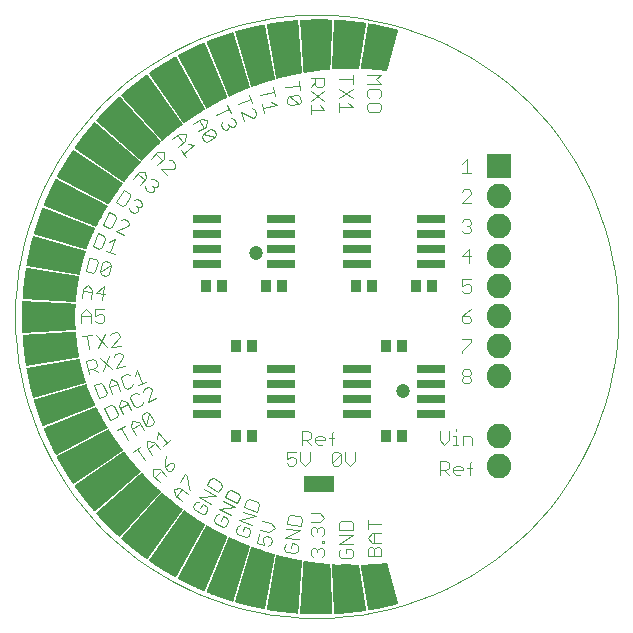
<source format=gto>
G75*
G70*
%OFA0B0*%
%FSLAX24Y24*%
%IPPOS*%
%LPD*%
%AMOC8*
5,1,8,0,0,1.08239X$1,22.5*
%
%ADD10C,0.0001*%
%ADD11C,0.0040*%
%ADD12R,0.0740X0.0740*%
%ADD13R,0.0820X0.0820*%
%ADD14C,0.0740*%
%ADD15C,0.0820*%
%ADD16R,0.0330X0.0580*%
%ADD17R,0.0946X0.0277*%
%ADD18R,0.0356X0.0434*%
%ADD19C,0.0474*%
%ADD20C,0.0010*%
D10*
X001374Y014507D02*
X001386Y015000D01*
X001422Y015492D01*
X001483Y015982D01*
X001567Y016468D01*
X001675Y016949D01*
X001807Y017424D01*
X001961Y017893D01*
X002139Y018353D01*
X002339Y018804D01*
X002561Y019245D01*
X002804Y019674D01*
X003068Y020090D01*
X003352Y020494D01*
X003655Y020883D01*
X003977Y021256D01*
X004318Y021613D01*
X004675Y021954D01*
X005048Y022276D01*
X005437Y022579D01*
X005841Y022863D01*
X006257Y023127D01*
X006686Y023370D01*
X007127Y023592D01*
X007578Y023792D01*
X008038Y023970D01*
X008507Y024124D01*
X008982Y024256D01*
X009463Y024364D01*
X009949Y024448D01*
X010439Y024509D01*
X010931Y024545D01*
X011424Y024557D01*
X011917Y024545D01*
X012409Y024509D01*
X012899Y024448D01*
X013385Y024364D01*
X013866Y024256D01*
X014341Y024124D01*
X014810Y023970D01*
X015270Y023792D01*
X015721Y023592D01*
X016162Y023370D01*
X016591Y023127D01*
X017007Y022863D01*
X017411Y022579D01*
X017800Y022276D01*
X018173Y021954D01*
X018530Y021613D01*
X018871Y021256D01*
X019193Y020883D01*
X019496Y020494D01*
X019780Y020090D01*
X020044Y019674D01*
X020287Y019245D01*
X020509Y018804D01*
X020709Y018353D01*
X020887Y017893D01*
X021041Y017424D01*
X021173Y016949D01*
X021281Y016468D01*
X021365Y015982D01*
X021426Y015492D01*
X021462Y015000D01*
X021474Y014507D01*
X021462Y014014D01*
X021426Y013522D01*
X021365Y013032D01*
X021281Y012546D01*
X021173Y012065D01*
X021041Y011590D01*
X020887Y011121D01*
X020709Y010661D01*
X020509Y010210D01*
X020287Y009769D01*
X020044Y009340D01*
X019780Y008924D01*
X019496Y008520D01*
X019193Y008131D01*
X018871Y007758D01*
X018530Y007401D01*
X018173Y007060D01*
X017800Y006738D01*
X017411Y006435D01*
X017007Y006151D01*
X016591Y005887D01*
X016162Y005644D01*
X015721Y005422D01*
X015270Y005222D01*
X014810Y005044D01*
X014341Y004890D01*
X013866Y004758D01*
X013385Y004650D01*
X012899Y004566D01*
X012409Y004505D01*
X011917Y004469D01*
X011424Y004457D01*
X010931Y004469D01*
X010439Y004505D01*
X009949Y004566D01*
X009463Y004650D01*
X008982Y004758D01*
X008507Y004890D01*
X008038Y005044D01*
X007578Y005222D01*
X007127Y005422D01*
X006686Y005644D01*
X006257Y005887D01*
X005841Y006151D01*
X005437Y006435D01*
X005048Y006738D01*
X004675Y007060D01*
X004318Y007401D01*
X003977Y007758D01*
X003655Y008131D01*
X003352Y008520D01*
X003068Y008924D01*
X002804Y009340D01*
X002561Y009769D01*
X002339Y010210D01*
X002139Y010661D01*
X001961Y011121D01*
X001807Y011590D01*
X001675Y012065D01*
X001567Y012546D01*
X001483Y013032D01*
X001422Y013522D01*
X001386Y014014D01*
X001374Y014507D01*
D11*
X003584Y014508D02*
X003891Y014508D01*
X003891Y014584D02*
X003891Y014277D01*
X004044Y014354D02*
X004121Y014277D01*
X004274Y014277D01*
X004351Y014354D01*
X004351Y014508D01*
X004274Y014584D01*
X004198Y014584D01*
X004044Y014508D01*
X004044Y014738D01*
X004351Y014738D01*
X004282Y015048D02*
X004334Y015506D01*
X004079Y015302D01*
X004384Y015268D01*
X003927Y015320D02*
X003622Y015354D01*
X003630Y015430D02*
X003596Y015125D01*
X003630Y015430D02*
X003800Y015565D01*
X003935Y015396D01*
X003901Y015091D01*
X003737Y014738D02*
X003891Y014584D01*
X003737Y014738D02*
X003584Y014584D01*
X003584Y014277D01*
X003620Y013847D02*
X003925Y013881D01*
X003773Y013864D02*
X003824Y013407D01*
X004129Y013441D02*
X004383Y013932D01*
X004544Y013873D02*
X004611Y013958D01*
X004764Y013975D01*
X004849Y013908D01*
X004857Y013831D01*
X004587Y013492D01*
X004891Y013526D01*
X004869Y013275D02*
X004720Y013241D01*
X004662Y013149D01*
X004495Y013190D02*
X004298Y012673D01*
X004148Y012639D02*
X003965Y012755D01*
X004039Y012772D02*
X003815Y012721D01*
X003849Y012571D02*
X003747Y013020D01*
X003971Y013071D01*
X004063Y013013D01*
X004097Y012864D01*
X004039Y012772D01*
X004196Y013122D02*
X004597Y012741D01*
X004747Y012775D02*
X004978Y013142D01*
X004961Y013217D01*
X004869Y013275D01*
X004434Y013475D02*
X004078Y013898D01*
X004747Y012775D02*
X005046Y012843D01*
X005092Y012586D02*
X004947Y012536D01*
X004899Y012438D01*
X005000Y012148D01*
X005098Y012101D01*
X005243Y012151D01*
X005290Y012249D01*
X005460Y012227D02*
X005750Y012328D01*
X005605Y012277D02*
X005454Y012712D01*
X005359Y012517D01*
X005189Y012539D02*
X005092Y012586D01*
X004780Y012315D02*
X004584Y012409D01*
X004490Y012214D01*
X004591Y011924D01*
X004421Y011946D02*
X004320Y012236D01*
X004222Y012283D01*
X004005Y012208D01*
X004156Y011773D01*
X004374Y011849D01*
X004421Y011946D01*
X004515Y012142D02*
X004805Y012242D01*
X004780Y012315D02*
X004881Y012025D01*
X004908Y011724D02*
X005113Y011652D01*
X005245Y011376D01*
X005350Y011511D02*
X005453Y011475D01*
X005591Y011541D01*
X005627Y011644D01*
X005799Y011641D02*
X005943Y012050D01*
X005910Y012119D01*
X005807Y012155D01*
X005669Y012089D01*
X005633Y011987D01*
X005495Y011920D02*
X005392Y011956D01*
X005254Y011890D01*
X005218Y011788D01*
X005350Y011511D01*
X005146Y011583D02*
X004869Y011451D01*
X004836Y011520D02*
X004908Y011724D01*
X004836Y011520D02*
X004968Y011243D01*
X004797Y011246D02*
X004664Y011523D01*
X004562Y011559D01*
X004354Y011459D01*
X004553Y011044D01*
X004761Y011143D01*
X004797Y011246D01*
X005027Y010868D02*
X004766Y010705D01*
X004896Y010787D02*
X005140Y010396D01*
X005401Y010559D02*
X005238Y010819D01*
X005287Y011031D01*
X005498Y010982D01*
X005661Y010721D01*
X005750Y010868D02*
X005848Y011291D01*
X006011Y011030D01*
X005986Y010925D01*
X005856Y010843D01*
X005750Y010868D01*
X005588Y011128D01*
X005612Y011234D01*
X005742Y011315D01*
X005848Y011291D01*
X005539Y010917D02*
X005279Y010754D01*
X005782Y010357D02*
X005998Y010333D01*
X006188Y010092D01*
X006309Y010187D02*
X006549Y010378D01*
X006429Y010283D02*
X006143Y010643D01*
X006118Y010428D01*
X006045Y010272D02*
X005805Y010082D01*
X005757Y010142D02*
X005948Y009901D01*
X005707Y009711D02*
X005421Y010072D01*
X005301Y009976D02*
X005542Y010167D01*
X005757Y010142D02*
X005782Y010357D01*
X006414Y009853D02*
X006359Y009690D01*
X006358Y009473D01*
X006522Y009636D01*
X006630Y009635D01*
X006684Y009581D01*
X006684Y009472D01*
X006575Y009364D01*
X006467Y009364D01*
X006358Y009473D01*
X006250Y009365D02*
X006032Y009149D01*
X005978Y009203D02*
X005978Y009420D01*
X006196Y009420D01*
X006412Y009202D01*
X006194Y008986D02*
X005978Y009203D01*
X006668Y008764D02*
X006884Y008787D01*
X007123Y008595D01*
X007219Y008714D02*
X007159Y008762D01*
X007113Y009194D01*
X007053Y009242D01*
X006861Y009003D01*
X006944Y008739D02*
X006751Y008500D01*
X006692Y008548D02*
X006668Y008764D01*
X006692Y008548D02*
X006931Y008356D01*
X007310Y008176D02*
X007334Y008071D01*
X007593Y007906D01*
X007699Y007930D01*
X007781Y008059D01*
X007757Y008165D01*
X007628Y008247D01*
X007546Y008118D01*
X007498Y008330D02*
X007392Y008306D01*
X007310Y008176D01*
X007516Y008500D02*
X008069Y008513D01*
X007680Y008759D01*
X007762Y008889D02*
X007886Y009083D01*
X007992Y009107D01*
X008251Y008943D01*
X008274Y008837D01*
X008151Y008642D01*
X007762Y008889D01*
X007516Y008500D02*
X007904Y008254D01*
X008163Y008080D02*
X008711Y008154D01*
X008297Y008355D01*
X008364Y008493D02*
X008465Y008700D01*
X008568Y008736D01*
X008844Y008601D01*
X008879Y008498D01*
X008778Y008292D01*
X008364Y008493D01*
X008163Y008080D02*
X008576Y007878D01*
X008440Y007774D02*
X008302Y007841D01*
X008235Y007703D01*
X008164Y007908D02*
X008062Y007873D01*
X007995Y007735D01*
X008030Y007632D01*
X008306Y007498D01*
X008408Y007533D01*
X008476Y007671D01*
X008440Y007774D01*
X008775Y007494D02*
X008724Y007350D01*
X008770Y007252D01*
X009059Y007149D01*
X009157Y007195D01*
X009209Y007340D01*
X009162Y007438D01*
X009018Y007489D01*
X008966Y007345D01*
X008873Y007541D02*
X008775Y007494D01*
X008852Y007711D02*
X009389Y007846D01*
X008955Y008000D01*
X009007Y008145D02*
X009084Y008361D01*
X009182Y008408D01*
X009471Y008305D01*
X009518Y008207D01*
X009441Y007990D01*
X009007Y008145D01*
X008852Y007711D02*
X009286Y007557D01*
X009546Y007395D02*
X009845Y007325D01*
X010029Y007439D01*
X009915Y007623D01*
X009616Y007694D01*
X009511Y007245D02*
X009441Y006947D01*
X009665Y006894D01*
X009625Y007061D01*
X009643Y007136D01*
X009735Y007193D01*
X009884Y007158D01*
X009942Y007065D01*
X009906Y006916D01*
X009814Y006859D01*
X010338Y006750D02*
X010405Y006665D01*
X010710Y006629D01*
X010795Y006696D01*
X010814Y006848D01*
X010747Y006933D01*
X010594Y006952D01*
X010576Y006799D01*
X010442Y006970D02*
X010357Y006903D01*
X010338Y006750D01*
X010384Y007131D02*
X010877Y007381D01*
X010420Y007436D01*
X010438Y007588D02*
X010466Y007817D01*
X010551Y007884D01*
X010856Y007848D01*
X010923Y007762D01*
X010895Y007534D01*
X010438Y007588D01*
X010384Y007131D02*
X010841Y007077D01*
X011224Y007255D02*
X011224Y007408D01*
X011300Y007485D01*
X011377Y007485D01*
X011454Y007408D01*
X011531Y007485D01*
X011607Y007485D01*
X011684Y007408D01*
X011684Y007255D01*
X011607Y007178D01*
X011607Y007024D02*
X011684Y007024D01*
X011684Y006948D01*
X011607Y006948D01*
X011607Y007024D01*
X011607Y006794D02*
X011531Y006794D01*
X011454Y006718D01*
X011454Y006641D01*
X011454Y006718D02*
X011377Y006794D01*
X011300Y006794D01*
X011224Y006718D01*
X011224Y006564D01*
X011300Y006487D01*
X011607Y006487D02*
X011684Y006564D01*
X011684Y006718D01*
X011607Y006794D01*
X011300Y007178D02*
X011224Y007255D01*
X011454Y007331D02*
X011454Y007408D01*
X011531Y007638D02*
X011224Y007638D01*
X011531Y007638D02*
X011684Y007792D01*
X011531Y007945D01*
X011224Y007945D01*
X012174Y007608D02*
X012174Y007378D01*
X012634Y007378D01*
X012634Y007608D01*
X012557Y007685D01*
X012250Y007685D01*
X012174Y007608D01*
X012174Y007225D02*
X012634Y007225D01*
X012174Y006918D01*
X012634Y006918D01*
X012557Y006764D02*
X012404Y006764D01*
X012404Y006611D01*
X012557Y006764D02*
X012634Y006688D01*
X012634Y006534D01*
X012557Y006457D01*
X012250Y006457D01*
X012174Y006534D01*
X012174Y006688D01*
X012250Y006764D01*
X013124Y006738D02*
X013124Y006507D01*
X013584Y006507D01*
X013584Y006738D01*
X013507Y006814D01*
X013431Y006814D01*
X013354Y006738D01*
X013354Y006507D01*
X013354Y006738D02*
X013277Y006814D01*
X013200Y006814D01*
X013124Y006738D01*
X013277Y006968D02*
X013124Y007121D01*
X013277Y007275D01*
X013584Y007275D01*
X013354Y007275D02*
X013354Y006968D01*
X013277Y006968D02*
X013584Y006968D01*
X013124Y007428D02*
X013124Y007735D01*
X013124Y007582D02*
X013584Y007582D01*
X012538Y009527D02*
X012691Y009681D01*
X012691Y009988D01*
X012384Y009988D02*
X012384Y009681D01*
X012538Y009527D01*
X012231Y009604D02*
X012231Y009911D01*
X011924Y009604D01*
X012001Y009527D01*
X012154Y009527D01*
X012231Y009604D01*
X012231Y009911D02*
X012154Y009988D01*
X012001Y009988D01*
X011924Y009911D01*
X011924Y009604D01*
X011921Y010227D02*
X011921Y010611D01*
X011998Y010688D01*
X011998Y010458D02*
X011845Y010458D01*
X011691Y010458D02*
X011691Y010381D01*
X011384Y010381D01*
X011384Y010458D02*
X011461Y010534D01*
X011614Y010534D01*
X011691Y010458D01*
X011614Y010227D02*
X011461Y010227D01*
X011384Y010304D01*
X011384Y010458D01*
X011231Y010458D02*
X011154Y010381D01*
X010924Y010381D01*
X011077Y010381D02*
X011231Y010227D01*
X011231Y010458D02*
X011231Y010611D01*
X011154Y010688D01*
X010924Y010688D01*
X010924Y010227D01*
X010884Y009988D02*
X010884Y009681D01*
X011038Y009527D01*
X011191Y009681D01*
X011191Y009988D01*
X010731Y009988D02*
X010424Y009988D01*
X010424Y009758D01*
X010577Y009834D01*
X010654Y009834D01*
X010731Y009758D01*
X010731Y009604D01*
X010654Y009527D01*
X010501Y009527D01*
X010424Y009604D01*
X006076Y011773D02*
X005799Y011641D01*
X004411Y015859D02*
X004261Y015893D01*
X004204Y015985D01*
X004571Y016216D01*
X004503Y015917D01*
X004411Y015859D01*
X004204Y015985D02*
X004272Y016284D01*
X004364Y016342D01*
X004513Y016308D01*
X004571Y016216D01*
X004694Y016587D02*
X004404Y016688D01*
X004549Y016638D02*
X004700Y017073D01*
X004505Y016978D01*
X004385Y017101D02*
X004338Y017199D01*
X004121Y017274D01*
X003969Y016840D01*
X004187Y016764D01*
X004284Y016811D01*
X004385Y017101D01*
X004518Y017467D02*
X004311Y017567D01*
X004509Y017982D01*
X004717Y017882D01*
X004753Y017780D01*
X004620Y017503D01*
X004518Y017467D01*
X004726Y017368D02*
X005135Y017512D01*
X005168Y017581D01*
X005132Y017684D01*
X004994Y017750D01*
X004891Y017714D01*
X004726Y017368D02*
X005002Y017235D01*
X005337Y017948D02*
X005207Y018029D01*
X005183Y018135D01*
X005052Y018216D02*
X005215Y018476D01*
X005191Y018582D01*
X004995Y018704D01*
X004751Y018314D01*
X004947Y018192D01*
X005052Y018216D01*
X005394Y018184D02*
X005459Y018143D01*
X005483Y018037D01*
X005443Y017972D01*
X005337Y017948D01*
X005459Y018143D02*
X005565Y018167D01*
X005605Y018232D01*
X005581Y018338D01*
X005451Y018419D01*
X005345Y018395D01*
X005733Y018737D02*
X005720Y018845D01*
X005733Y018737D02*
X005853Y018642D01*
X005961Y018654D01*
X006009Y018714D01*
X005996Y018822D01*
X005936Y018870D01*
X005996Y018822D02*
X006104Y018835D01*
X006152Y018895D01*
X006139Y019002D01*
X006019Y019098D01*
X005911Y019085D01*
X005743Y019121D02*
X005718Y019336D01*
X005503Y019311D01*
X005312Y019071D01*
X005455Y019251D02*
X005695Y019060D01*
X005743Y019121D02*
X005552Y018880D01*
X006120Y019541D02*
X006336Y019759D01*
X006335Y019976D01*
X006118Y019975D01*
X005902Y019757D01*
X006064Y019921D02*
X006282Y019705D01*
X006499Y019705D02*
X006608Y019706D01*
X006717Y019598D01*
X006717Y019489D01*
X006663Y019435D01*
X006229Y019433D01*
X006447Y019217D01*
X007083Y019806D02*
X006890Y020046D01*
X006794Y020165D02*
X007034Y020357D01*
X007057Y020573D01*
X006841Y020597D01*
X006602Y020404D01*
X006781Y020549D02*
X006974Y020309D01*
X007130Y020238D02*
X007345Y020214D01*
X006987Y019926D01*
X007681Y020348D02*
X007599Y020478D01*
X007623Y020584D01*
X008046Y020489D01*
X007787Y020324D01*
X007681Y020348D01*
X007623Y020584D02*
X007882Y020748D01*
X007988Y020724D01*
X008070Y020595D01*
X008046Y020489D01*
X008313Y020748D02*
X008246Y020885D01*
X008281Y020988D01*
X008487Y020917D02*
X008520Y020848D01*
X008485Y020746D01*
X008416Y020712D01*
X008313Y020748D01*
X008520Y020848D02*
X008623Y020813D01*
X008692Y020847D01*
X008727Y020949D01*
X008660Y021087D01*
X008557Y021123D01*
X008559Y021294D02*
X008424Y021570D01*
X008492Y021432D02*
X008078Y021230D01*
X007782Y021048D02*
X007735Y020837D01*
X007476Y020672D01*
X007670Y020795D02*
X007506Y021055D01*
X007571Y021096D02*
X007782Y021048D01*
X007571Y021096D02*
X007312Y020931D01*
X008801Y021601D02*
X009235Y021755D01*
X009286Y021611D02*
X009183Y021900D01*
X009265Y021440D02*
X009363Y021394D01*
X009415Y021249D01*
X009368Y021151D01*
X009296Y021125D01*
X008904Y021312D01*
X009007Y021022D01*
X009683Y021295D02*
X009613Y021594D01*
X009648Y021445D02*
X010096Y021550D01*
X009912Y021664D01*
X010026Y021849D02*
X009956Y022148D01*
X009991Y021998D02*
X009543Y021893D01*
X010384Y022148D02*
X010841Y022202D01*
X010823Y022354D02*
X010860Y022050D01*
X010802Y021888D02*
X010497Y021852D01*
X010838Y021583D01*
X010533Y021547D01*
X010448Y021614D01*
X010430Y021767D01*
X010497Y021852D01*
X010802Y021888D02*
X010887Y021821D01*
X010905Y021669D01*
X010838Y021583D01*
X011224Y021547D02*
X011224Y021240D01*
X011224Y021393D02*
X011684Y021393D01*
X011531Y021547D01*
X011684Y021700D02*
X011224Y022007D01*
X011224Y022161D02*
X011377Y022314D01*
X011377Y022237D02*
X011377Y022467D01*
X011224Y022467D02*
X011684Y022467D01*
X011684Y022237D01*
X011608Y022161D01*
X011454Y022161D01*
X011377Y022237D01*
X011684Y022007D02*
X011224Y021700D01*
X012174Y021637D02*
X012174Y021330D01*
X012174Y021483D02*
X012634Y021483D01*
X012481Y021637D01*
X012634Y021790D02*
X012174Y022097D01*
X012174Y021790D02*
X012634Y022097D01*
X012634Y022251D02*
X012634Y022557D01*
X012634Y022404D02*
X012174Y022404D01*
X013104Y022251D02*
X013564Y022251D01*
X013411Y022404D01*
X013564Y022557D01*
X013104Y022557D01*
X013181Y022097D02*
X013104Y022020D01*
X013104Y021867D01*
X013181Y021790D01*
X013181Y021637D02*
X013104Y021560D01*
X013104Y021407D01*
X013181Y021330D01*
X013488Y021330D01*
X013564Y021407D01*
X013564Y021560D01*
X013488Y021637D01*
X013181Y021637D01*
X013488Y021790D02*
X013564Y021867D01*
X013564Y022020D01*
X013488Y022097D01*
X013181Y022097D01*
X016274Y019584D02*
X016427Y019738D01*
X016427Y019277D01*
X016274Y019277D02*
X016581Y019277D01*
X016504Y018738D02*
X016351Y018738D01*
X016274Y018661D01*
X016504Y018738D02*
X016581Y018661D01*
X016581Y018584D01*
X016274Y018277D01*
X016581Y018277D01*
X016504Y017738D02*
X016581Y017661D01*
X016581Y017584D01*
X016504Y017508D01*
X016581Y017431D01*
X016581Y017354D01*
X016504Y017277D01*
X016351Y017277D01*
X016274Y017354D01*
X016427Y017508D02*
X016504Y017508D01*
X016504Y017738D02*
X016351Y017738D01*
X016274Y017661D01*
X016504Y016738D02*
X016274Y016508D01*
X016581Y016508D01*
X016504Y016738D02*
X016504Y016277D01*
X016581Y015738D02*
X016274Y015738D01*
X016274Y015508D01*
X016427Y015584D01*
X016504Y015584D01*
X016581Y015508D01*
X016581Y015354D01*
X016504Y015277D01*
X016351Y015277D01*
X016274Y015354D01*
X016581Y014738D02*
X016427Y014661D01*
X016274Y014508D01*
X016504Y014508D01*
X016581Y014431D01*
X016581Y014354D01*
X016504Y014277D01*
X016351Y014277D01*
X016274Y014354D01*
X016274Y014508D01*
X016274Y013738D02*
X016581Y013738D01*
X016581Y013661D01*
X016274Y013354D01*
X016274Y013277D01*
X016351Y012738D02*
X016274Y012661D01*
X016274Y012584D01*
X016351Y012508D01*
X016504Y012508D01*
X016581Y012431D01*
X016581Y012354D01*
X016504Y012277D01*
X016351Y012277D01*
X016274Y012354D01*
X016274Y012431D01*
X016351Y012508D01*
X016504Y012508D02*
X016581Y012584D01*
X016581Y012661D01*
X016504Y012738D01*
X016351Y012738D01*
X016061Y010764D02*
X016061Y010688D01*
X016061Y010534D02*
X016061Y010227D01*
X015984Y010227D02*
X016138Y010227D01*
X016291Y010227D02*
X016291Y010534D01*
X016521Y010534D01*
X016598Y010458D01*
X016598Y010227D01*
X016061Y010534D02*
X015984Y010534D01*
X015831Y010381D02*
X015831Y010688D01*
X015524Y010688D02*
X015524Y010381D01*
X015677Y010227D01*
X015831Y010381D01*
X015754Y009688D02*
X015524Y009688D01*
X015524Y009227D01*
X015524Y009381D02*
X015754Y009381D01*
X015831Y009458D01*
X015831Y009611D01*
X015754Y009688D01*
X015677Y009381D02*
X015831Y009227D01*
X015984Y009304D02*
X015984Y009458D01*
X016061Y009534D01*
X016214Y009534D01*
X016291Y009458D01*
X016291Y009381D01*
X015984Y009381D01*
X015984Y009304D02*
X016061Y009227D01*
X016214Y009227D01*
X016521Y009227D02*
X016521Y009611D01*
X016598Y009688D01*
X016598Y009458D02*
X016445Y009458D01*
X004054Y016019D02*
X004122Y016319D01*
X004064Y016410D01*
X003840Y016461D01*
X003738Y016012D01*
X003962Y015961D01*
X004054Y016019D01*
D12*
X017504Y019507D03*
D13*
X017504Y019507D03*
D14*
X017504Y018507D03*
X017504Y017507D03*
X017504Y016507D03*
X017504Y015507D03*
X017504Y014507D03*
X017504Y013507D03*
X017504Y012507D03*
X017504Y010507D03*
X017504Y009507D03*
X013411Y005851D03*
X012411Y005851D03*
X011411Y005851D03*
X010411Y005851D03*
X009411Y005851D03*
X008411Y005851D03*
X007704Y006558D03*
X006997Y007265D03*
X006290Y007972D03*
X005583Y008679D03*
X004875Y009386D03*
X004168Y010093D03*
X003461Y010800D03*
X002754Y011507D03*
X002754Y012507D03*
X002754Y013507D03*
X002754Y014507D03*
X002754Y015507D03*
X002754Y016507D03*
X002754Y017507D03*
X003461Y018214D03*
X004168Y018922D03*
X004875Y019629D03*
X005583Y020336D03*
X006290Y021043D03*
X006997Y021750D03*
X007704Y022457D03*
X008411Y023164D03*
X009411Y023164D03*
X010411Y023164D03*
X011411Y023164D03*
X012411Y023164D03*
X013411Y023164D03*
D15*
X013411Y023164D03*
X012411Y023164D03*
X011411Y023164D03*
X010411Y023164D03*
X009411Y023164D03*
X008411Y023164D03*
X007704Y022457D03*
X006997Y021750D03*
X006290Y021043D03*
X005583Y020336D03*
X004875Y019629D03*
X004168Y018922D03*
X003461Y018214D03*
X002754Y017507D03*
X002754Y016507D03*
X002754Y015507D03*
X002754Y014507D03*
X002754Y013507D03*
X002754Y012507D03*
X002754Y011507D03*
X003461Y010800D03*
X004168Y010093D03*
X004875Y009386D03*
X005583Y008679D03*
X006290Y007972D03*
X006997Y007265D03*
X007704Y006558D03*
X008411Y005851D03*
X009411Y005851D03*
X010411Y005851D03*
X011411Y005851D03*
X012411Y005851D03*
X013411Y005851D03*
X017504Y009507D03*
X017504Y010507D03*
X017504Y012507D03*
X017504Y013507D03*
X017504Y014507D03*
X017504Y015507D03*
X017504Y016507D03*
X017504Y017507D03*
X017504Y018507D03*
D16*
X011824Y008927D03*
X011504Y008927D03*
X011184Y008927D03*
D17*
X010246Y011257D03*
X010246Y011757D03*
X010246Y012257D03*
X010246Y012757D03*
X012762Y012757D03*
X012762Y012261D03*
X012762Y011761D03*
X012762Y011261D03*
X015246Y011257D03*
X015246Y011757D03*
X015246Y012257D03*
X015246Y012757D03*
X015246Y016257D03*
X015246Y016757D03*
X015246Y017257D03*
X015246Y017757D03*
X012762Y017757D03*
X012762Y017261D03*
X012762Y016761D03*
X012762Y016261D03*
X010246Y016257D03*
X010246Y016757D03*
X010246Y017257D03*
X010246Y017757D03*
X007762Y017757D03*
X007762Y017261D03*
X007762Y016761D03*
X007762Y016261D03*
X007762Y012757D03*
X007762Y012261D03*
X007762Y011761D03*
X007762Y011261D03*
D18*
X008748Y010507D03*
X009260Y010507D03*
X009260Y013507D03*
X008748Y013507D03*
X008260Y015507D03*
X007748Y015507D03*
X009748Y015507D03*
X010260Y015507D03*
X012748Y015507D03*
X013260Y015507D03*
X014748Y015507D03*
X015260Y015507D03*
X014260Y013507D03*
X013748Y013507D03*
X013748Y010507D03*
X014260Y010507D03*
D19*
X014304Y012007D03*
X009404Y016607D03*
D20*
X005978Y006292D02*
X006018Y006265D01*
X006063Y006235D01*
X006102Y006209D01*
X006137Y006187D01*
X006182Y006158D01*
X006224Y006131D01*
X006269Y006103D01*
X006323Y006070D01*
X006366Y006043D01*
X006456Y005989D01*
X006507Y005959D01*
X006772Y005959D01*
X006767Y005951D02*
X006521Y005951D01*
X006507Y005959D02*
X006557Y005930D01*
X006603Y005903D01*
X006645Y005879D01*
X006680Y005860D01*
X006708Y005845D01*
X007671Y007585D01*
X007671Y007586D01*
X007662Y007592D01*
X007641Y007604D01*
X007616Y007619D01*
X007595Y007631D01*
X007575Y007643D01*
X007550Y007660D01*
X007524Y007676D01*
X007524Y007677D02*
X006738Y007677D01*
X006744Y007685D02*
X007511Y007685D01*
X007499Y007693D02*
X007476Y007708D01*
X007443Y007729D01*
X007418Y007745D01*
X007395Y007760D01*
X007374Y007774D01*
X007349Y007790D01*
X007328Y007804D01*
X007305Y007819D01*
X007275Y007838D01*
X007254Y007852D01*
X007233Y007865D01*
X007212Y007879D01*
X007190Y007894D01*
X007148Y007924D01*
X007133Y007934D01*
X007116Y007946D01*
X007100Y007958D01*
X007085Y007969D01*
X007067Y007982D01*
X007046Y007997D01*
X007029Y008009D01*
X007008Y008024D01*
X006996Y008033D01*
X006990Y008038D01*
X006981Y008026D01*
X005838Y006388D01*
X005859Y006373D01*
X005903Y006343D01*
X005931Y006323D01*
X005978Y006292D01*
X005977Y006293D02*
X006956Y006293D01*
X006961Y006301D02*
X005964Y006301D01*
X005952Y006310D02*
X006966Y006310D01*
X006970Y006318D02*
X005939Y006318D01*
X005927Y006327D02*
X006975Y006327D01*
X006980Y006335D02*
X005914Y006335D01*
X005902Y006344D02*
X006984Y006344D01*
X006989Y006352D02*
X005889Y006352D01*
X005877Y006361D02*
X006994Y006361D01*
X006999Y006369D02*
X005865Y006369D01*
X005852Y006378D02*
X007003Y006378D01*
X007008Y006386D02*
X005840Y006386D01*
X005843Y006395D02*
X007013Y006395D01*
X007018Y006404D02*
X005849Y006404D01*
X005855Y006412D02*
X007022Y006412D01*
X007027Y006421D02*
X005861Y006421D01*
X005867Y006429D02*
X007032Y006429D01*
X007037Y006438D02*
X005873Y006438D01*
X005879Y006446D02*
X007041Y006446D01*
X007046Y006455D02*
X005885Y006455D01*
X005891Y006463D02*
X007051Y006463D01*
X007055Y006472D02*
X005897Y006472D01*
X005903Y006480D02*
X007060Y006480D01*
X007065Y006489D02*
X005909Y006489D01*
X005915Y006498D02*
X007070Y006498D01*
X007074Y006506D02*
X005921Y006506D01*
X005927Y006515D02*
X007079Y006515D01*
X007084Y006523D02*
X005933Y006523D01*
X005939Y006532D02*
X007089Y006532D01*
X007093Y006540D02*
X005945Y006540D01*
X005951Y006549D02*
X007098Y006549D01*
X007103Y006557D02*
X005957Y006557D01*
X005963Y006566D02*
X007107Y006566D01*
X007112Y006574D02*
X005969Y006574D01*
X005975Y006583D02*
X007117Y006583D01*
X007122Y006592D02*
X005981Y006592D01*
X005986Y006600D02*
X007126Y006600D01*
X007131Y006609D02*
X005992Y006609D01*
X005998Y006617D02*
X007136Y006617D01*
X007141Y006626D02*
X006004Y006626D01*
X006010Y006634D02*
X007145Y006634D01*
X007150Y006643D02*
X006016Y006643D01*
X006022Y006651D02*
X007155Y006651D01*
X007159Y006660D02*
X006028Y006660D01*
X006034Y006668D02*
X007164Y006668D01*
X007169Y006677D02*
X006040Y006677D01*
X006046Y006686D02*
X007174Y006686D01*
X007178Y006694D02*
X006052Y006694D01*
X006058Y006703D02*
X007183Y006703D01*
X007188Y006711D02*
X006064Y006711D01*
X006070Y006720D02*
X007193Y006720D01*
X007197Y006728D02*
X006076Y006728D01*
X006082Y006737D02*
X007202Y006737D01*
X007207Y006745D02*
X006088Y006745D01*
X006094Y006754D02*
X007211Y006754D01*
X007216Y006762D02*
X006100Y006762D01*
X006106Y006771D02*
X007221Y006771D01*
X007226Y006779D02*
X006112Y006779D01*
X006118Y006788D02*
X007230Y006788D01*
X007235Y006797D02*
X006124Y006797D01*
X006130Y006805D02*
X007240Y006805D01*
X007245Y006814D02*
X006136Y006814D01*
X006141Y006822D02*
X007249Y006822D01*
X007254Y006831D02*
X006147Y006831D01*
X006153Y006839D02*
X007259Y006839D01*
X007264Y006848D02*
X006159Y006848D01*
X006165Y006856D02*
X007268Y006856D01*
X007273Y006865D02*
X006171Y006865D01*
X006177Y006873D02*
X007278Y006873D01*
X007282Y006882D02*
X006183Y006882D01*
X006189Y006891D02*
X007287Y006891D01*
X007292Y006899D02*
X006195Y006899D01*
X006201Y006908D02*
X007297Y006908D01*
X007301Y006916D02*
X006207Y006916D01*
X006213Y006925D02*
X007306Y006925D01*
X007311Y006933D02*
X006219Y006933D01*
X006225Y006942D02*
X007316Y006942D01*
X007320Y006950D02*
X006231Y006950D01*
X006237Y006959D02*
X007325Y006959D01*
X007330Y006967D02*
X006243Y006967D01*
X006249Y006976D02*
X007334Y006976D01*
X007339Y006985D02*
X006255Y006985D01*
X006261Y006993D02*
X007344Y006993D01*
X007349Y007002D02*
X006267Y007002D01*
X006273Y007010D02*
X007353Y007010D01*
X007358Y007019D02*
X006279Y007019D01*
X006285Y007027D02*
X007363Y007027D01*
X007368Y007036D02*
X006291Y007036D01*
X006296Y007044D02*
X007372Y007044D01*
X007377Y007053D02*
X006302Y007053D01*
X006308Y007061D02*
X007382Y007061D01*
X007386Y007070D02*
X006314Y007070D01*
X006320Y007079D02*
X007391Y007079D01*
X007396Y007087D02*
X006326Y007087D01*
X006332Y007096D02*
X007401Y007096D01*
X007405Y007104D02*
X006338Y007104D01*
X006344Y007113D02*
X007410Y007113D01*
X007415Y007121D02*
X006350Y007121D01*
X006356Y007130D02*
X007420Y007130D01*
X007424Y007138D02*
X006362Y007138D01*
X006368Y007147D02*
X007429Y007147D01*
X007434Y007155D02*
X006374Y007155D01*
X006380Y007164D02*
X007438Y007164D01*
X007443Y007172D02*
X006386Y007172D01*
X006392Y007181D02*
X007448Y007181D01*
X007453Y007190D02*
X006398Y007190D01*
X006404Y007198D02*
X007457Y007198D01*
X007462Y007207D02*
X006410Y007207D01*
X006416Y007215D02*
X007467Y007215D01*
X007472Y007224D02*
X006422Y007224D01*
X006428Y007232D02*
X007476Y007232D01*
X007481Y007241D02*
X006434Y007241D01*
X006440Y007249D02*
X007486Y007249D01*
X007490Y007258D02*
X006446Y007258D01*
X006451Y007266D02*
X007495Y007266D01*
X007500Y007275D02*
X006457Y007275D01*
X006463Y007284D02*
X007505Y007284D01*
X007509Y007292D02*
X006469Y007292D01*
X006475Y007301D02*
X007514Y007301D01*
X007519Y007309D02*
X006481Y007309D01*
X006487Y007318D02*
X007524Y007318D01*
X007528Y007326D02*
X006493Y007326D01*
X006499Y007335D02*
X007533Y007335D01*
X007538Y007343D02*
X006505Y007343D01*
X006511Y007352D02*
X007542Y007352D01*
X007547Y007360D02*
X006517Y007360D01*
X006523Y007369D02*
X007552Y007369D01*
X007557Y007378D02*
X006529Y007378D01*
X006535Y007386D02*
X007561Y007386D01*
X007566Y007395D02*
X006541Y007395D01*
X006547Y007403D02*
X007571Y007403D01*
X007576Y007412D02*
X006553Y007412D01*
X006559Y007420D02*
X007580Y007420D01*
X007585Y007429D02*
X006565Y007429D01*
X006571Y007437D02*
X007590Y007437D01*
X007594Y007446D02*
X006577Y007446D01*
X006583Y007454D02*
X007599Y007454D01*
X007604Y007463D02*
X006589Y007463D01*
X006595Y007471D02*
X007609Y007471D01*
X007613Y007480D02*
X006601Y007480D01*
X006607Y007489D02*
X007618Y007489D01*
X007623Y007497D02*
X006612Y007497D01*
X006618Y007506D02*
X007628Y007506D01*
X007632Y007514D02*
X006624Y007514D01*
X006630Y007523D02*
X007637Y007523D01*
X007642Y007531D02*
X006636Y007531D01*
X006642Y007540D02*
X007646Y007540D01*
X007651Y007548D02*
X006648Y007548D01*
X006654Y007557D02*
X007656Y007557D01*
X007661Y007565D02*
X006660Y007565D01*
X006666Y007574D02*
X007665Y007574D01*
X007670Y007583D02*
X006672Y007583D01*
X006678Y007591D02*
X007664Y007591D01*
X007650Y007600D02*
X006684Y007600D01*
X006690Y007608D02*
X007635Y007608D01*
X007621Y007617D02*
X006696Y007617D01*
X006702Y007625D02*
X007606Y007625D01*
X007591Y007634D02*
X006708Y007634D01*
X006714Y007642D02*
X007577Y007642D01*
X007564Y007651D02*
X006720Y007651D01*
X006726Y007659D02*
X007551Y007659D01*
X007537Y007668D02*
X006732Y007668D01*
X006750Y007694D02*
X007498Y007694D01*
X007499Y007693D02*
X007524Y007676D01*
X007485Y007702D02*
X006756Y007702D01*
X006762Y007711D02*
X007472Y007711D01*
X007459Y007719D02*
X006767Y007719D01*
X006773Y007728D02*
X007445Y007728D01*
X007432Y007736D02*
X006779Y007736D01*
X006785Y007745D02*
X007419Y007745D01*
X007406Y007753D02*
X006791Y007753D01*
X006797Y007762D02*
X007393Y007762D01*
X007380Y007771D02*
X006803Y007771D01*
X006809Y007779D02*
X007366Y007779D01*
X007353Y007788D02*
X006815Y007788D01*
X006821Y007796D02*
X007340Y007796D01*
X007327Y007805D02*
X006827Y007805D01*
X006833Y007813D02*
X007314Y007813D01*
X007301Y007822D02*
X006839Y007822D01*
X006845Y007830D02*
X007288Y007830D01*
X007275Y007839D02*
X006851Y007839D01*
X006857Y007847D02*
X007261Y007847D01*
X007248Y007856D02*
X006863Y007856D01*
X006869Y007864D02*
X007235Y007864D01*
X007222Y007873D02*
X006875Y007873D01*
X006881Y007882D02*
X007208Y007882D01*
X007196Y007890D02*
X006887Y007890D01*
X006893Y007899D02*
X007183Y007899D01*
X007171Y007907D02*
X006899Y007907D01*
X006905Y007916D02*
X007159Y007916D01*
X007147Y007924D02*
X006911Y007924D01*
X006917Y007933D02*
X007135Y007933D01*
X007123Y007941D02*
X006922Y007941D01*
X006928Y007950D02*
X007112Y007950D01*
X007100Y007958D02*
X006934Y007958D01*
X006940Y007967D02*
X007088Y007967D01*
X007076Y007976D02*
X006946Y007976D01*
X006952Y007984D02*
X007065Y007984D01*
X007053Y007993D02*
X006958Y007993D01*
X006964Y008001D02*
X007041Y008001D01*
X007029Y008010D02*
X006970Y008010D01*
X006976Y008018D02*
X007017Y008018D01*
X007005Y008027D02*
X006982Y008027D01*
X006989Y008035D02*
X006994Y008035D01*
X006923Y008086D02*
X006873Y008122D01*
X006830Y008153D01*
X006804Y008171D01*
X006773Y008197D01*
X006744Y008219D01*
X006711Y008246D01*
X006677Y008273D01*
X006630Y008311D01*
X006594Y008339D01*
X006555Y008371D01*
X006513Y008404D01*
X006485Y008426D01*
X006446Y008458D01*
X006410Y008489D01*
X006378Y008516D01*
X006338Y008552D01*
X006297Y008588D01*
X006269Y008614D01*
X006258Y008623D01*
X006246Y008608D01*
X006276Y008608D01*
X006285Y008599D02*
X006239Y008599D01*
X006231Y008591D02*
X006295Y008591D01*
X006305Y008582D02*
X006224Y008582D01*
X006216Y008574D02*
X006314Y008574D01*
X006324Y008565D02*
X006208Y008565D01*
X006201Y008556D02*
X006333Y008556D01*
X006343Y008548D02*
X006193Y008548D01*
X006185Y008539D02*
X006353Y008539D01*
X006362Y008531D02*
X006178Y008531D01*
X006170Y008522D02*
X006372Y008522D01*
X006382Y008514D02*
X006163Y008514D01*
X006155Y008505D02*
X006391Y008505D01*
X006401Y008497D02*
X006147Y008497D01*
X006140Y008488D02*
X006411Y008488D01*
X006421Y008480D02*
X006132Y008480D01*
X006124Y008471D02*
X006431Y008471D01*
X006441Y008463D02*
X006117Y008463D01*
X006109Y008454D02*
X006451Y008454D01*
X006461Y008445D02*
X006102Y008445D01*
X006094Y008437D02*
X006472Y008437D01*
X006483Y008428D02*
X006086Y008428D01*
X006079Y008420D02*
X006493Y008420D01*
X006504Y008411D02*
X006071Y008411D01*
X006064Y008403D02*
X006515Y008403D01*
X006526Y008394D02*
X006056Y008394D01*
X006048Y008386D02*
X006537Y008386D01*
X006548Y008377D02*
X006041Y008377D01*
X006033Y008369D02*
X006558Y008369D01*
X006569Y008360D02*
X006026Y008360D01*
X006018Y008351D02*
X006580Y008351D01*
X006590Y008343D02*
X006010Y008343D01*
X006003Y008334D02*
X006601Y008334D01*
X006612Y008326D02*
X005995Y008326D01*
X005987Y008317D02*
X006622Y008317D01*
X006633Y008309D02*
X005980Y008309D01*
X005972Y008300D02*
X006644Y008300D01*
X006654Y008292D02*
X005965Y008292D01*
X005957Y008283D02*
X006665Y008283D01*
X006675Y008275D02*
X005949Y008275D01*
X005942Y008266D02*
X006686Y008266D01*
X006697Y008257D02*
X005934Y008257D01*
X005926Y008249D02*
X006708Y008249D01*
X006719Y008240D02*
X005919Y008240D01*
X005911Y008232D02*
X006729Y008232D01*
X006740Y008223D02*
X005904Y008223D01*
X005896Y008215D02*
X006750Y008215D01*
X006761Y008206D02*
X005888Y008206D01*
X005881Y008198D02*
X006772Y008198D01*
X006783Y008189D02*
X005873Y008189D01*
X005866Y008181D02*
X006793Y008181D01*
X006804Y008172D02*
X005858Y008172D01*
X005850Y008164D02*
X006816Y008164D01*
X006828Y008155D02*
X005843Y008155D01*
X005835Y008146D02*
X006840Y008146D01*
X006851Y008138D02*
X005828Y008138D01*
X005820Y008129D02*
X006863Y008129D01*
X006875Y008121D02*
X005812Y008121D01*
X005805Y008112D02*
X006887Y008112D01*
X006898Y008104D02*
X005797Y008104D01*
X005789Y008095D02*
X006910Y008095D01*
X006922Y008087D02*
X005782Y008087D01*
X005774Y008078D02*
X006917Y008078D01*
X006923Y008086D02*
X005754Y006449D01*
X005753Y006448D01*
X005741Y006457D01*
X005709Y006479D01*
X005660Y006515D01*
X005597Y006562D01*
X005553Y006595D01*
X005519Y006620D01*
X005484Y006647D01*
X005441Y006680D01*
X005406Y006707D01*
X005363Y006742D01*
X005309Y006785D01*
X005249Y006835D01*
X005199Y006874D01*
X005154Y006911D01*
X005097Y006959D01*
X005046Y007003D01*
X005006Y007039D01*
X004965Y007075D01*
X004928Y007106D01*
X004917Y007117D01*
X006246Y008608D01*
X006253Y008616D02*
X006266Y008616D01*
X006197Y008677D02*
X006183Y008689D01*
X006155Y008714D01*
X006117Y008747D01*
X006095Y008767D01*
X006057Y008803D01*
X006027Y008831D01*
X005982Y008876D01*
X005942Y008915D01*
X005162Y008915D01*
X005152Y008907D02*
X005951Y008907D01*
X005942Y008915D02*
X005907Y008948D01*
X005876Y008980D01*
X005840Y009014D01*
X005801Y009053D01*
X005768Y009085D01*
X005733Y009119D01*
X005702Y009154D01*
X005673Y009184D01*
X005630Y009230D01*
X005601Y009262D01*
X005580Y009284D01*
X004079Y007960D01*
X004092Y007945D01*
X004106Y007928D01*
X004134Y007897D01*
X004175Y007852D01*
X004220Y007802D01*
X004263Y007756D01*
X004308Y007708D01*
X004371Y007642D01*
X005256Y007642D01*
X005248Y007634D02*
X004379Y007634D01*
X004371Y007642D02*
X004421Y007591D01*
X004467Y007543D01*
X004521Y007489D01*
X004565Y007445D01*
X004604Y007408D01*
X004650Y007363D01*
X004698Y007318D01*
X004731Y007286D01*
X004770Y007250D01*
X004812Y007211D01*
X004835Y007190D01*
X004838Y007187D01*
X004839Y007186D01*
X004865Y007213D01*
X006197Y008677D01*
X006196Y008676D02*
X004891Y008676D01*
X004901Y008685D02*
X006188Y008685D01*
X006179Y008693D02*
X004910Y008693D01*
X004920Y008702D02*
X006169Y008702D01*
X006160Y008710D02*
X004930Y008710D01*
X004939Y008719D02*
X006150Y008719D01*
X006140Y008727D02*
X004949Y008727D01*
X004959Y008736D02*
X006131Y008736D01*
X006121Y008744D02*
X004968Y008744D01*
X004978Y008753D02*
X006111Y008753D01*
X006101Y008762D02*
X004988Y008762D01*
X004997Y008770D02*
X006092Y008770D01*
X006083Y008779D02*
X005007Y008779D01*
X005017Y008787D02*
X006074Y008787D01*
X006065Y008796D02*
X005026Y008796D01*
X005036Y008804D02*
X006056Y008804D01*
X006047Y008813D02*
X005046Y008813D01*
X005056Y008821D02*
X006038Y008821D01*
X006029Y008830D02*
X005065Y008830D01*
X005075Y008838D02*
X006020Y008838D01*
X006012Y008847D02*
X005085Y008847D01*
X005094Y008856D02*
X006003Y008856D01*
X005995Y008864D02*
X005104Y008864D01*
X005114Y008873D02*
X005986Y008873D01*
X005978Y008881D02*
X005123Y008881D01*
X005133Y008890D02*
X005969Y008890D01*
X005960Y008898D02*
X005143Y008898D01*
X005172Y008924D02*
X005933Y008924D01*
X005924Y008932D02*
X005181Y008932D01*
X005191Y008941D02*
X005915Y008941D01*
X005906Y008949D02*
X005201Y008949D01*
X005210Y008958D02*
X005898Y008958D01*
X005889Y008967D02*
X005220Y008967D01*
X005230Y008975D02*
X005881Y008975D01*
X005872Y008984D02*
X005240Y008984D01*
X005249Y008992D02*
X005863Y008992D01*
X005854Y009001D02*
X005259Y009001D01*
X005269Y009009D02*
X005845Y009009D01*
X005836Y009018D02*
X005278Y009018D01*
X005288Y009026D02*
X005828Y009026D01*
X005819Y009035D02*
X005298Y009035D01*
X005307Y009043D02*
X005811Y009043D01*
X005802Y009052D02*
X005317Y009052D01*
X005327Y009061D02*
X005793Y009061D01*
X005785Y009069D02*
X005336Y009069D01*
X005346Y009078D02*
X005776Y009078D01*
X005767Y009086D02*
X005356Y009086D01*
X005365Y009095D02*
X005758Y009095D01*
X005750Y009103D02*
X005375Y009103D01*
X005385Y009112D02*
X005741Y009112D01*
X005733Y009120D02*
X005394Y009120D01*
X005404Y009129D02*
X005725Y009129D01*
X005717Y009137D02*
X005414Y009137D01*
X005424Y009146D02*
X005709Y009146D01*
X005701Y009155D02*
X005433Y009155D01*
X005443Y009163D02*
X005693Y009163D01*
X005685Y009172D02*
X005453Y009172D01*
X005462Y009180D02*
X005677Y009180D01*
X005669Y009189D02*
X005472Y009189D01*
X005482Y009197D02*
X005661Y009197D01*
X005653Y009206D02*
X005491Y009206D01*
X005501Y009214D02*
X005645Y009214D01*
X005637Y009223D02*
X005511Y009223D01*
X005520Y009231D02*
X005629Y009231D01*
X005621Y009240D02*
X005530Y009240D01*
X005540Y009249D02*
X005614Y009249D01*
X005606Y009257D02*
X005549Y009257D01*
X005559Y009266D02*
X005598Y009266D01*
X005590Y009274D02*
X005569Y009274D01*
X005579Y009283D02*
X005582Y009283D01*
X005523Y009344D02*
X005514Y009355D01*
X005495Y009376D01*
X005472Y009400D01*
X005447Y009427D01*
X005421Y009455D01*
X005399Y009482D01*
X005375Y009511D01*
X005346Y009544D01*
X005321Y009575D01*
X005291Y009610D01*
X005261Y009646D01*
X005229Y009683D01*
X005202Y009715D01*
X005166Y009758D01*
X005135Y009796D01*
X005127Y009803D01*
X005109Y009827D01*
X005090Y009853D01*
X005067Y009883D01*
X005037Y009922D01*
X005007Y009961D01*
X004985Y009991D01*
X004977Y010000D01*
X003359Y008882D01*
X003357Y008881D01*
X003366Y008867D01*
X003387Y008837D01*
X003426Y008782D01*
X003453Y008744D01*
X004829Y008744D01*
X004819Y008736D02*
X003460Y008736D01*
X003466Y008727D02*
X004809Y008727D01*
X004799Y008719D02*
X003472Y008719D01*
X003478Y008710D02*
X004789Y008710D01*
X004779Y008702D02*
X003484Y008702D01*
X003480Y008707D02*
X003516Y008657D01*
X003555Y008605D01*
X003605Y008539D01*
X003653Y008476D01*
X003705Y008408D01*
X003761Y008338D01*
X003798Y008291D01*
X003851Y008227D01*
X003878Y008194D01*
X003909Y008156D01*
X003939Y008120D01*
X003974Y008080D01*
X004002Y008047D01*
X004010Y008038D01*
X004017Y008044D01*
X004005Y008044D01*
X003998Y008052D02*
X004027Y008052D01*
X004017Y008044D02*
X005523Y009344D01*
X005521Y009342D02*
X004025Y009342D01*
X004013Y009334D02*
X005511Y009334D01*
X005501Y009325D02*
X004001Y009325D01*
X003988Y009317D02*
X005491Y009317D01*
X005482Y009308D02*
X003976Y009308D01*
X003963Y009300D02*
X005472Y009300D01*
X005462Y009291D02*
X003951Y009291D01*
X003939Y009283D02*
X005452Y009283D01*
X005442Y009274D02*
X003926Y009274D01*
X003914Y009266D02*
X005432Y009266D01*
X005422Y009257D02*
X003902Y009257D01*
X003889Y009249D02*
X005412Y009249D01*
X005402Y009240D02*
X003877Y009240D01*
X003864Y009231D02*
X005393Y009231D01*
X005383Y009223D02*
X003852Y009223D01*
X003840Y009214D02*
X005373Y009214D01*
X005363Y009206D02*
X003827Y009206D01*
X003815Y009197D02*
X005353Y009197D01*
X005343Y009189D02*
X003803Y009189D01*
X003790Y009180D02*
X005333Y009180D01*
X005323Y009172D02*
X003778Y009172D01*
X003765Y009163D02*
X005313Y009163D01*
X005304Y009155D02*
X003753Y009155D01*
X003741Y009146D02*
X005294Y009146D01*
X005284Y009137D02*
X003728Y009137D01*
X003716Y009129D02*
X005274Y009129D01*
X005264Y009120D02*
X003704Y009120D01*
X003691Y009112D02*
X005254Y009112D01*
X005244Y009103D02*
X003679Y009103D01*
X003666Y009095D02*
X005234Y009095D01*
X005224Y009086D02*
X003654Y009086D01*
X003642Y009078D02*
X005214Y009078D01*
X005205Y009069D02*
X003629Y009069D01*
X003617Y009061D02*
X005195Y009061D01*
X005185Y009052D02*
X003605Y009052D01*
X003592Y009043D02*
X005175Y009043D01*
X005165Y009035D02*
X003580Y009035D01*
X003567Y009026D02*
X005155Y009026D01*
X005145Y009018D02*
X003555Y009018D01*
X003543Y009009D02*
X005135Y009009D01*
X005125Y009001D02*
X003530Y009001D01*
X003518Y008992D02*
X005116Y008992D01*
X005106Y008984D02*
X003506Y008984D01*
X003493Y008975D02*
X005096Y008975D01*
X005086Y008967D02*
X003481Y008967D01*
X003469Y008958D02*
X005076Y008958D01*
X005066Y008949D02*
X003456Y008949D01*
X003444Y008941D02*
X005056Y008941D01*
X005046Y008932D02*
X003431Y008932D01*
X003419Y008924D02*
X005036Y008924D01*
X005027Y008915D02*
X003407Y008915D01*
X003394Y008907D02*
X005017Y008907D01*
X005007Y008898D02*
X003382Y008898D01*
X003369Y008890D02*
X004997Y008890D01*
X004987Y008881D02*
X003358Y008881D01*
X003363Y008873D02*
X004977Y008873D01*
X004967Y008864D02*
X003369Y008864D01*
X003375Y008856D02*
X004957Y008856D01*
X004947Y008847D02*
X003381Y008847D01*
X003387Y008838D02*
X004937Y008838D01*
X004928Y008830D02*
X003393Y008830D01*
X003399Y008821D02*
X004918Y008821D01*
X004908Y008813D02*
X003405Y008813D01*
X003411Y008804D02*
X004898Y008804D01*
X004888Y008796D02*
X003417Y008796D01*
X003423Y008787D02*
X004878Y008787D01*
X004868Y008779D02*
X003429Y008779D01*
X003435Y008770D02*
X004858Y008770D01*
X004848Y008762D02*
X003441Y008762D01*
X003447Y008753D02*
X004839Y008753D01*
X004769Y008693D02*
X003490Y008693D01*
X003497Y008685D02*
X004759Y008685D01*
X004750Y008676D02*
X003503Y008676D01*
X003509Y008668D02*
X004740Y008668D01*
X004730Y008659D02*
X003515Y008659D01*
X003522Y008650D02*
X004720Y008650D01*
X004710Y008642D02*
X003528Y008642D01*
X003534Y008633D02*
X004700Y008633D01*
X004690Y008625D02*
X003541Y008625D01*
X003547Y008616D02*
X004680Y008616D01*
X004670Y008608D02*
X003553Y008608D01*
X003560Y008599D02*
X004660Y008599D01*
X004651Y008591D02*
X003566Y008591D01*
X003572Y008582D02*
X004641Y008582D01*
X004631Y008574D02*
X003579Y008574D01*
X003585Y008565D02*
X004621Y008565D01*
X004611Y008556D02*
X003592Y008556D01*
X003598Y008548D02*
X004601Y008548D01*
X004591Y008539D02*
X003605Y008539D01*
X003611Y008531D02*
X004581Y008531D01*
X004571Y008522D02*
X003618Y008522D01*
X003624Y008514D02*
X004562Y008514D01*
X004552Y008505D02*
X003631Y008505D01*
X003637Y008497D02*
X004542Y008497D01*
X004532Y008488D02*
X003644Y008488D01*
X003650Y008480D02*
X004522Y008480D01*
X004512Y008471D02*
X003657Y008471D01*
X003663Y008463D02*
X004502Y008463D01*
X004492Y008454D02*
X003670Y008454D01*
X003677Y008445D02*
X004482Y008445D01*
X004473Y008437D02*
X003683Y008437D01*
X003690Y008428D02*
X004463Y008428D01*
X004453Y008420D02*
X003697Y008420D01*
X003703Y008411D02*
X004443Y008411D01*
X004433Y008403D02*
X003710Y008403D01*
X003717Y008394D02*
X004423Y008394D01*
X004413Y008386D02*
X003723Y008386D01*
X003730Y008377D02*
X004403Y008377D01*
X004393Y008369D02*
X003737Y008369D01*
X003744Y008360D02*
X004383Y008360D01*
X004374Y008351D02*
X003750Y008351D01*
X003757Y008343D02*
X004364Y008343D01*
X004354Y008334D02*
X003764Y008334D01*
X003771Y008326D02*
X004344Y008326D01*
X004334Y008317D02*
X003778Y008317D01*
X003784Y008309D02*
X004324Y008309D01*
X004314Y008300D02*
X003791Y008300D01*
X003798Y008292D02*
X004304Y008292D01*
X004294Y008283D02*
X003805Y008283D01*
X003812Y008275D02*
X004285Y008275D01*
X004275Y008266D02*
X003819Y008266D01*
X003826Y008257D02*
X004265Y008257D01*
X004255Y008249D02*
X003833Y008249D01*
X003840Y008240D02*
X004245Y008240D01*
X004235Y008232D02*
X003847Y008232D01*
X003854Y008223D02*
X004225Y008223D01*
X004215Y008215D02*
X003861Y008215D01*
X003868Y008206D02*
X004205Y008206D01*
X004196Y008198D02*
X003875Y008198D01*
X003882Y008189D02*
X004186Y008189D01*
X004176Y008181D02*
X003889Y008181D01*
X003896Y008172D02*
X004166Y008172D01*
X004156Y008164D02*
X003904Y008164D01*
X003911Y008155D02*
X004146Y008155D01*
X004136Y008146D02*
X003918Y008146D01*
X003925Y008138D02*
X004126Y008138D01*
X004116Y008129D02*
X003932Y008129D01*
X003939Y008121D02*
X004106Y008121D01*
X004097Y008112D02*
X003946Y008112D01*
X003954Y008104D02*
X004087Y008104D01*
X004077Y008095D02*
X003961Y008095D01*
X003968Y008087D02*
X004067Y008087D01*
X004057Y008078D02*
X003976Y008078D01*
X003983Y008070D02*
X004047Y008070D01*
X004037Y008061D02*
X003990Y008061D01*
X004087Y007967D02*
X005551Y007967D01*
X005559Y007976D02*
X004097Y007976D01*
X004106Y007984D02*
X005567Y007984D01*
X005574Y007993D02*
X004116Y007993D01*
X004126Y008001D02*
X005582Y008001D01*
X005590Y008010D02*
X004135Y008010D01*
X004145Y008018D02*
X005598Y008018D01*
X005605Y008027D02*
X004155Y008027D01*
X004164Y008035D02*
X005613Y008035D01*
X005621Y008044D02*
X004174Y008044D01*
X004184Y008052D02*
X005629Y008052D01*
X005637Y008061D02*
X004194Y008061D01*
X004203Y008070D02*
X005644Y008070D01*
X005652Y008078D02*
X004213Y008078D01*
X004223Y008087D02*
X005660Y008087D01*
X005668Y008095D02*
X004232Y008095D01*
X004242Y008104D02*
X005675Y008104D01*
X005683Y008112D02*
X004252Y008112D01*
X004261Y008121D02*
X005691Y008121D01*
X005699Y008129D02*
X004271Y008129D01*
X004281Y008138D02*
X005706Y008138D01*
X005714Y008146D02*
X004290Y008146D01*
X004300Y008155D02*
X005722Y008155D01*
X005730Y008164D02*
X004310Y008164D01*
X004319Y008172D02*
X005738Y008172D01*
X005745Y008181D02*
X004329Y008181D01*
X004339Y008189D02*
X005753Y008189D01*
X005761Y008198D02*
X004349Y008198D01*
X004358Y008206D02*
X005769Y008206D01*
X005776Y008215D02*
X004368Y008215D01*
X004378Y008223D02*
X005784Y008223D01*
X005792Y008232D02*
X004387Y008232D01*
X004397Y008240D02*
X005800Y008240D01*
X005808Y008249D02*
X004407Y008249D01*
X004416Y008257D02*
X005815Y008257D01*
X005823Y008266D02*
X004426Y008266D01*
X004436Y008275D02*
X005831Y008275D01*
X005839Y008283D02*
X004445Y008283D01*
X004455Y008292D02*
X005846Y008292D01*
X005854Y008300D02*
X004465Y008300D01*
X004474Y008309D02*
X005862Y008309D01*
X005870Y008317D02*
X004484Y008317D01*
X004494Y008326D02*
X005877Y008326D01*
X005885Y008334D02*
X004503Y008334D01*
X004513Y008343D02*
X005893Y008343D01*
X005901Y008351D02*
X004523Y008351D01*
X004533Y008360D02*
X005909Y008360D01*
X005916Y008369D02*
X004542Y008369D01*
X004552Y008377D02*
X005924Y008377D01*
X005932Y008386D02*
X004562Y008386D01*
X004571Y008394D02*
X005940Y008394D01*
X005947Y008403D02*
X004581Y008403D01*
X004591Y008411D02*
X005955Y008411D01*
X005963Y008420D02*
X004600Y008420D01*
X004610Y008428D02*
X005971Y008428D01*
X005979Y008437D02*
X004620Y008437D01*
X004629Y008445D02*
X005986Y008445D01*
X005994Y008454D02*
X004639Y008454D01*
X004649Y008463D02*
X006002Y008463D01*
X006010Y008471D02*
X004658Y008471D01*
X004668Y008480D02*
X006017Y008480D01*
X006025Y008488D02*
X004678Y008488D01*
X004687Y008497D02*
X006033Y008497D01*
X006041Y008505D02*
X004697Y008505D01*
X004707Y008514D02*
X006049Y008514D01*
X006056Y008522D02*
X004717Y008522D01*
X004726Y008531D02*
X006064Y008531D01*
X006072Y008539D02*
X004736Y008539D01*
X004746Y008548D02*
X006080Y008548D01*
X006087Y008556D02*
X004755Y008556D01*
X004765Y008565D02*
X006095Y008565D01*
X006103Y008574D02*
X004775Y008574D01*
X004784Y008582D02*
X006111Y008582D01*
X006118Y008591D02*
X004794Y008591D01*
X004804Y008599D02*
X006126Y008599D01*
X006134Y008608D02*
X004813Y008608D01*
X004823Y008616D02*
X006142Y008616D01*
X006150Y008625D02*
X004833Y008625D01*
X004842Y008633D02*
X006157Y008633D01*
X006165Y008642D02*
X004852Y008642D01*
X004862Y008650D02*
X006173Y008650D01*
X006181Y008659D02*
X004871Y008659D01*
X004881Y008668D02*
X006188Y008668D01*
X005767Y008070D02*
X006911Y008070D01*
X006905Y008061D02*
X005759Y008061D01*
X005751Y008052D02*
X006899Y008052D01*
X006893Y008044D02*
X005744Y008044D01*
X005736Y008035D02*
X006887Y008035D01*
X006881Y008027D02*
X005729Y008027D01*
X005721Y008018D02*
X006875Y008018D01*
X006869Y008010D02*
X005713Y008010D01*
X005706Y008001D02*
X006862Y008001D01*
X006856Y007993D02*
X005698Y007993D01*
X005690Y007984D02*
X006850Y007984D01*
X006844Y007976D02*
X005683Y007976D01*
X005675Y007967D02*
X006838Y007967D01*
X006832Y007958D02*
X005668Y007958D01*
X005660Y007950D02*
X006826Y007950D01*
X006820Y007941D02*
X005652Y007941D01*
X005645Y007933D02*
X006814Y007933D01*
X006808Y007924D02*
X005637Y007924D01*
X005630Y007916D02*
X006801Y007916D01*
X006795Y007907D02*
X005622Y007907D01*
X005614Y007899D02*
X006789Y007899D01*
X006783Y007890D02*
X005607Y007890D01*
X005599Y007882D02*
X006777Y007882D01*
X006771Y007873D02*
X005591Y007873D01*
X005584Y007864D02*
X006765Y007864D01*
X006759Y007856D02*
X005576Y007856D01*
X005569Y007847D02*
X006753Y007847D01*
X006747Y007839D02*
X005561Y007839D01*
X005553Y007830D02*
X006740Y007830D01*
X006734Y007822D02*
X005546Y007822D01*
X005538Y007813D02*
X006728Y007813D01*
X006722Y007805D02*
X005531Y007805D01*
X005523Y007796D02*
X006716Y007796D01*
X006710Y007788D02*
X005515Y007788D01*
X005508Y007779D02*
X006704Y007779D01*
X006698Y007771D02*
X005500Y007771D01*
X005492Y007762D02*
X006692Y007762D01*
X006686Y007753D02*
X005485Y007753D01*
X005477Y007745D02*
X006679Y007745D01*
X006673Y007736D02*
X005470Y007736D01*
X005462Y007728D02*
X006667Y007728D01*
X006661Y007719D02*
X005454Y007719D01*
X005447Y007711D02*
X006655Y007711D01*
X006649Y007702D02*
X005439Y007702D01*
X005432Y007694D02*
X006643Y007694D01*
X006637Y007685D02*
X005424Y007685D01*
X005416Y007677D02*
X006631Y007677D01*
X006625Y007668D02*
X005409Y007668D01*
X005401Y007659D02*
X006618Y007659D01*
X006612Y007651D02*
X005393Y007651D01*
X005386Y007642D02*
X006606Y007642D01*
X006600Y007634D02*
X005378Y007634D01*
X005371Y007625D02*
X006594Y007625D01*
X006588Y007617D02*
X005363Y007617D01*
X005355Y007608D02*
X006582Y007608D01*
X006576Y007600D02*
X005348Y007600D01*
X005340Y007591D02*
X006570Y007591D01*
X006564Y007583D02*
X005333Y007583D01*
X005325Y007574D02*
X006557Y007574D01*
X006551Y007565D02*
X005317Y007565D01*
X005310Y007557D02*
X006545Y007557D01*
X006539Y007548D02*
X005302Y007548D01*
X005294Y007540D02*
X006533Y007540D01*
X006527Y007531D02*
X005287Y007531D01*
X005279Y007523D02*
X006521Y007523D01*
X006515Y007514D02*
X005272Y007514D01*
X005264Y007506D02*
X006509Y007506D01*
X006503Y007497D02*
X005256Y007497D01*
X005249Y007489D02*
X006496Y007489D01*
X006490Y007480D02*
X005241Y007480D01*
X005234Y007471D02*
X006484Y007471D01*
X006478Y007463D02*
X005226Y007463D01*
X005218Y007454D02*
X006472Y007454D01*
X006466Y007446D02*
X005211Y007446D01*
X005203Y007437D02*
X006460Y007437D01*
X006454Y007429D02*
X005195Y007429D01*
X005188Y007420D02*
X006448Y007420D01*
X006442Y007412D02*
X005180Y007412D01*
X005173Y007403D02*
X006435Y007403D01*
X006429Y007395D02*
X005165Y007395D01*
X005157Y007386D02*
X006423Y007386D01*
X006417Y007378D02*
X005150Y007378D01*
X005142Y007369D02*
X006411Y007369D01*
X006405Y007360D02*
X005135Y007360D01*
X005127Y007352D02*
X006399Y007352D01*
X006393Y007343D02*
X005119Y007343D01*
X005112Y007335D02*
X006387Y007335D01*
X006381Y007326D02*
X005104Y007326D01*
X005096Y007318D02*
X006374Y007318D01*
X006368Y007309D02*
X005089Y007309D01*
X005081Y007301D02*
X006362Y007301D01*
X006356Y007292D02*
X005074Y007292D01*
X005066Y007284D02*
X006350Y007284D01*
X006344Y007275D02*
X005058Y007275D01*
X005051Y007266D02*
X006338Y007266D01*
X006332Y007258D02*
X005043Y007258D01*
X005036Y007249D02*
X006326Y007249D01*
X006320Y007241D02*
X005028Y007241D01*
X005020Y007232D02*
X006313Y007232D01*
X006307Y007224D02*
X005013Y007224D01*
X005005Y007215D02*
X006301Y007215D01*
X006295Y007207D02*
X004997Y007207D01*
X004990Y007198D02*
X006289Y007198D01*
X006283Y007190D02*
X004982Y007190D01*
X004975Y007181D02*
X006277Y007181D01*
X006271Y007172D02*
X004967Y007172D01*
X004959Y007164D02*
X006265Y007164D01*
X006259Y007155D02*
X004952Y007155D01*
X004944Y007147D02*
X006252Y007147D01*
X006246Y007138D02*
X004937Y007138D01*
X004929Y007130D02*
X006240Y007130D01*
X006234Y007121D02*
X004921Y007121D01*
X004922Y007113D02*
X006228Y007113D01*
X006222Y007104D02*
X004931Y007104D01*
X004941Y007096D02*
X006216Y007096D01*
X006210Y007087D02*
X004951Y007087D01*
X004961Y007079D02*
X006204Y007079D01*
X006198Y007070D02*
X004971Y007070D01*
X004981Y007061D02*
X006191Y007061D01*
X006185Y007053D02*
X004990Y007053D01*
X005000Y007044D02*
X006179Y007044D01*
X006173Y007036D02*
X005009Y007036D01*
X005019Y007027D02*
X006167Y007027D01*
X006161Y007019D02*
X005029Y007019D01*
X005038Y007010D02*
X006155Y007010D01*
X006149Y007002D02*
X005048Y007002D01*
X005058Y006993D02*
X006143Y006993D01*
X006137Y006985D02*
X005068Y006985D01*
X005078Y006976D02*
X006130Y006976D01*
X006124Y006967D02*
X005088Y006967D01*
X005098Y006959D02*
X006118Y006959D01*
X006112Y006950D02*
X005108Y006950D01*
X005118Y006942D02*
X006106Y006942D01*
X006100Y006933D02*
X005128Y006933D01*
X005139Y006925D02*
X006094Y006925D01*
X006088Y006916D02*
X005149Y006916D01*
X005159Y006908D02*
X006082Y006908D01*
X006076Y006899D02*
X005169Y006899D01*
X005179Y006891D02*
X006069Y006891D01*
X006063Y006882D02*
X005190Y006882D01*
X005200Y006873D02*
X006057Y006873D01*
X006051Y006865D02*
X005211Y006865D01*
X005222Y006856D02*
X006045Y006856D01*
X006039Y006848D02*
X005233Y006848D01*
X005243Y006839D02*
X006033Y006839D01*
X006027Y006831D02*
X005254Y006831D01*
X005264Y006822D02*
X006021Y006822D01*
X006015Y006814D02*
X005275Y006814D01*
X005285Y006805D02*
X006008Y006805D01*
X006002Y006797D02*
X005295Y006797D01*
X005306Y006788D02*
X005996Y006788D01*
X005990Y006779D02*
X005316Y006779D01*
X005327Y006771D02*
X005984Y006771D01*
X005978Y006762D02*
X005337Y006762D01*
X005348Y006754D02*
X005972Y006754D01*
X005966Y006745D02*
X005359Y006745D01*
X005369Y006737D02*
X005960Y006737D01*
X005954Y006728D02*
X005380Y006728D01*
X005391Y006720D02*
X005947Y006720D01*
X005941Y006711D02*
X005402Y006711D01*
X005412Y006703D02*
X005935Y006703D01*
X005929Y006694D02*
X005423Y006694D01*
X005434Y006686D02*
X005923Y006686D01*
X005917Y006677D02*
X005445Y006677D01*
X005457Y006668D02*
X005911Y006668D01*
X005905Y006660D02*
X005468Y006660D01*
X005479Y006651D02*
X005899Y006651D01*
X005893Y006643D02*
X005490Y006643D01*
X005501Y006634D02*
X005886Y006634D01*
X005880Y006626D02*
X005512Y006626D01*
X005523Y006617D02*
X005874Y006617D01*
X005868Y006609D02*
X005535Y006609D01*
X005546Y006600D02*
X005862Y006600D01*
X005856Y006592D02*
X005558Y006592D01*
X005569Y006583D02*
X005850Y006583D01*
X005844Y006574D02*
X005580Y006574D01*
X005592Y006566D02*
X005838Y006566D01*
X005831Y006557D02*
X005603Y006557D01*
X005615Y006549D02*
X005825Y006549D01*
X005819Y006540D02*
X005626Y006540D01*
X005638Y006532D02*
X005813Y006532D01*
X005807Y006523D02*
X005649Y006523D01*
X005661Y006515D02*
X005801Y006515D01*
X005795Y006506D02*
X005673Y006506D01*
X005684Y006498D02*
X005789Y006498D01*
X005783Y006489D02*
X005696Y006489D01*
X005708Y006480D02*
X005777Y006480D01*
X005771Y006472D02*
X005720Y006472D01*
X005732Y006463D02*
X005764Y006463D01*
X005758Y006455D02*
X005744Y006455D01*
X005990Y006284D02*
X006951Y006284D01*
X006947Y006275D02*
X006003Y006275D01*
X006015Y006267D02*
X006942Y006267D01*
X006937Y006258D02*
X006028Y006258D01*
X006041Y006250D02*
X006932Y006250D01*
X006928Y006241D02*
X006054Y006241D01*
X006067Y006233D02*
X006923Y006233D01*
X006918Y006224D02*
X006080Y006224D01*
X006093Y006216D02*
X006914Y006216D01*
X006909Y006207D02*
X006106Y006207D01*
X006119Y006199D02*
X006904Y006199D01*
X006899Y006190D02*
X006132Y006190D01*
X006145Y006181D02*
X006895Y006181D01*
X006890Y006173D02*
X006159Y006173D01*
X006172Y006164D02*
X006885Y006164D01*
X006880Y006156D02*
X006186Y006156D01*
X006199Y006147D02*
X006876Y006147D01*
X006871Y006139D02*
X006213Y006139D01*
X006226Y006130D02*
X006866Y006130D01*
X006862Y006122D02*
X006239Y006122D01*
X006253Y006113D02*
X006857Y006113D01*
X006852Y006105D02*
X006266Y006105D01*
X006280Y006096D02*
X006847Y006096D01*
X006843Y006087D02*
X006294Y006087D01*
X006308Y006079D02*
X006838Y006079D01*
X006833Y006070D02*
X006322Y006070D01*
X006336Y006062D02*
X006828Y006062D01*
X006824Y006053D02*
X006350Y006053D01*
X006363Y006045D02*
X006819Y006045D01*
X006814Y006036D02*
X006378Y006036D01*
X006392Y006028D02*
X006810Y006028D01*
X006805Y006019D02*
X006406Y006019D01*
X006420Y006011D02*
X006800Y006011D01*
X006795Y006002D02*
X006435Y006002D01*
X006449Y005994D02*
X006791Y005994D01*
X006786Y005985D02*
X006463Y005985D01*
X006478Y005976D02*
X006781Y005976D01*
X006776Y005968D02*
X006492Y005968D01*
X006536Y005942D02*
X006762Y005942D01*
X006758Y005934D02*
X006551Y005934D01*
X006566Y005925D02*
X006753Y005925D01*
X006748Y005917D02*
X006581Y005917D01*
X006595Y005908D02*
X006743Y005908D01*
X006739Y005900D02*
X006610Y005900D01*
X006625Y005891D02*
X006734Y005891D01*
X006729Y005882D02*
X006640Y005882D01*
X006655Y005874D02*
X006724Y005874D01*
X006720Y005865D02*
X006670Y005865D01*
X006686Y005857D02*
X006715Y005857D01*
X006710Y005848D02*
X006702Y005848D01*
X006800Y005797D02*
X007835Y005797D01*
X007832Y005788D02*
X006811Y005788D01*
X006812Y005788D02*
X006833Y005777D01*
X006848Y005768D01*
X006870Y005756D01*
X006896Y005743D01*
X006930Y005725D01*
X006956Y005711D01*
X006995Y005692D01*
X007032Y005672D01*
X007068Y005654D01*
X007104Y005636D01*
X007137Y005620D01*
X007173Y005602D01*
X007214Y005582D01*
X007245Y005567D01*
X007280Y005551D01*
X007319Y005533D01*
X007361Y005513D01*
X007400Y005495D01*
X007487Y005456D01*
X007524Y005440D01*
X007562Y005423D01*
X007589Y005411D01*
X007614Y005401D01*
X007643Y005389D01*
X007659Y005381D01*
X007664Y005390D01*
X008418Y007181D01*
X007548Y007181D01*
X007552Y007190D02*
X008402Y007190D01*
X008409Y007186D02*
X008390Y007195D01*
X008352Y007214D01*
X008309Y007237D01*
X008280Y007252D01*
X008237Y007274D01*
X008204Y007291D01*
X008168Y007310D01*
X008120Y007334D01*
X008085Y007352D01*
X008048Y007372D01*
X008007Y007393D01*
X007974Y007411D01*
X007935Y007433D01*
X007898Y007456D01*
X007859Y007478D01*
X007827Y007496D01*
X007809Y007507D01*
X007787Y007520D01*
X007769Y007531D01*
X007752Y007540D01*
X007743Y007546D01*
X007736Y007529D01*
X006800Y005797D01*
X006812Y005788D01*
X006828Y005780D02*
X007828Y005780D01*
X007824Y005771D02*
X006843Y005771D01*
X006858Y005763D02*
X007821Y005763D01*
X007817Y005754D02*
X006874Y005754D01*
X006891Y005746D02*
X007814Y005746D01*
X007810Y005737D02*
X006907Y005737D01*
X006923Y005729D02*
X007806Y005729D01*
X007803Y005720D02*
X006939Y005720D01*
X006956Y005712D02*
X007799Y005712D01*
X007796Y005703D02*
X006973Y005703D01*
X006990Y005694D02*
X007792Y005694D01*
X007788Y005686D02*
X007006Y005686D01*
X007023Y005677D02*
X007785Y005677D01*
X007781Y005669D02*
X007040Y005669D01*
X007057Y005660D02*
X007778Y005660D01*
X007774Y005652D02*
X007074Y005652D01*
X007091Y005643D02*
X007770Y005643D01*
X007767Y005635D02*
X007108Y005635D01*
X007125Y005626D02*
X007763Y005626D01*
X007760Y005618D02*
X007142Y005618D01*
X007159Y005609D02*
X007756Y005609D01*
X007752Y005601D02*
X007176Y005601D01*
X007194Y005592D02*
X007749Y005592D01*
X007745Y005583D02*
X007212Y005583D01*
X007230Y005575D02*
X007742Y005575D01*
X007738Y005566D02*
X007248Y005566D01*
X007266Y005558D02*
X007734Y005558D01*
X007731Y005549D02*
X007284Y005549D01*
X007302Y005541D02*
X007727Y005541D01*
X007724Y005532D02*
X007321Y005532D01*
X007339Y005524D02*
X007720Y005524D01*
X007716Y005515D02*
X007357Y005515D01*
X007376Y005507D02*
X007713Y005507D01*
X007709Y005498D02*
X007394Y005498D01*
X007413Y005489D02*
X007706Y005489D01*
X007702Y005481D02*
X007432Y005481D01*
X007451Y005472D02*
X007698Y005472D01*
X007695Y005464D02*
X007470Y005464D01*
X007489Y005455D02*
X007691Y005455D01*
X007688Y005447D02*
X007509Y005447D01*
X007528Y005438D02*
X007684Y005438D01*
X007680Y005430D02*
X007548Y005430D01*
X007567Y005421D02*
X007677Y005421D01*
X007673Y005413D02*
X007586Y005413D01*
X007607Y005404D02*
X007670Y005404D01*
X007666Y005395D02*
X007627Y005395D01*
X007647Y005387D02*
X007662Y005387D01*
X007755Y005342D02*
X007772Y005335D01*
X007805Y005321D01*
X007847Y005305D01*
X007884Y005290D01*
X007953Y005263D01*
X007989Y005249D01*
X008028Y005234D01*
X008069Y005219D01*
X008114Y005203D01*
X008163Y005185D01*
X008205Y005170D01*
X008237Y005159D01*
X008274Y005146D01*
X008324Y005129D01*
X008363Y005116D01*
X008405Y005102D01*
X008445Y005089D01*
X008478Y005078D01*
X008525Y005063D01*
X008568Y005050D01*
X008601Y005039D01*
X008612Y005036D01*
X008613Y005038D01*
X008615Y005042D01*
X009167Y006851D01*
X009168Y006857D01*
X009155Y006863D01*
X009132Y006872D01*
X009105Y006883D01*
X009080Y006893D01*
X009041Y006908D01*
X009011Y006920D01*
X008960Y006941D01*
X008928Y006953D01*
X008895Y006967D01*
X008868Y006977D01*
X008835Y006991D01*
X008798Y007007D01*
X008759Y007025D01*
X008723Y007042D01*
X008690Y007057D01*
X008648Y007076D01*
X008618Y007090D01*
X008585Y007105D01*
X008562Y007115D01*
X008535Y007127D01*
X008516Y007136D01*
X008502Y007142D01*
X008493Y007147D01*
X008494Y007147D01*
X008493Y007147D02*
X007757Y005345D01*
X007755Y005342D01*
X007756Y005344D02*
X008707Y005344D01*
X008704Y005336D02*
X007770Y005336D01*
X007760Y005353D02*
X008710Y005353D01*
X008712Y005361D02*
X007763Y005361D01*
X007767Y005370D02*
X008715Y005370D01*
X008717Y005378D02*
X007770Y005378D01*
X007774Y005387D02*
X008720Y005387D01*
X008723Y005395D02*
X007777Y005395D01*
X007781Y005404D02*
X008725Y005404D01*
X008728Y005413D02*
X007784Y005413D01*
X007788Y005421D02*
X008730Y005421D01*
X008733Y005430D02*
X007791Y005430D01*
X007795Y005438D02*
X008736Y005438D01*
X008738Y005447D02*
X007798Y005447D01*
X007802Y005455D02*
X008741Y005455D01*
X008744Y005464D02*
X007805Y005464D01*
X007809Y005472D02*
X008746Y005472D01*
X008749Y005481D02*
X007812Y005481D01*
X007816Y005489D02*
X008751Y005489D01*
X008754Y005498D02*
X007819Y005498D01*
X007823Y005507D02*
X008757Y005507D01*
X008759Y005515D02*
X007826Y005515D01*
X007830Y005524D02*
X008762Y005524D01*
X008764Y005532D02*
X007833Y005532D01*
X007837Y005541D02*
X008767Y005541D01*
X008770Y005549D02*
X007840Y005549D01*
X007844Y005558D02*
X008772Y005558D01*
X008775Y005566D02*
X007847Y005566D01*
X007851Y005575D02*
X008777Y005575D01*
X008780Y005583D02*
X007854Y005583D01*
X007858Y005592D02*
X008783Y005592D01*
X008785Y005601D02*
X007861Y005601D01*
X007865Y005609D02*
X008788Y005609D01*
X008790Y005618D02*
X007868Y005618D01*
X007872Y005626D02*
X008793Y005626D01*
X008796Y005635D02*
X007875Y005635D01*
X007879Y005643D02*
X008798Y005643D01*
X008801Y005652D02*
X007882Y005652D01*
X007886Y005660D02*
X008803Y005660D01*
X008806Y005669D02*
X007889Y005669D01*
X007893Y005677D02*
X008809Y005677D01*
X008811Y005686D02*
X007896Y005686D01*
X007900Y005694D02*
X008814Y005694D01*
X008816Y005703D02*
X007903Y005703D01*
X007907Y005712D02*
X008819Y005712D01*
X008822Y005720D02*
X007910Y005720D01*
X007914Y005729D02*
X008824Y005729D01*
X008827Y005737D02*
X007917Y005737D01*
X007921Y005746D02*
X008830Y005746D01*
X008832Y005754D02*
X007924Y005754D01*
X007928Y005763D02*
X008835Y005763D01*
X008837Y005771D02*
X007931Y005771D01*
X007935Y005780D02*
X008840Y005780D01*
X008843Y005788D02*
X007938Y005788D01*
X007942Y005797D02*
X008845Y005797D01*
X008848Y005806D02*
X007945Y005806D01*
X007949Y005814D02*
X008850Y005814D01*
X008853Y005823D02*
X007952Y005823D01*
X007956Y005831D02*
X008856Y005831D01*
X008858Y005840D02*
X007959Y005840D01*
X007963Y005848D02*
X008861Y005848D01*
X008863Y005857D02*
X007966Y005857D01*
X007970Y005865D02*
X008866Y005865D01*
X008869Y005874D02*
X007973Y005874D01*
X007976Y005882D02*
X008871Y005882D01*
X008874Y005891D02*
X007980Y005891D01*
X007984Y005900D02*
X008876Y005900D01*
X008879Y005908D02*
X007987Y005908D01*
X007990Y005917D02*
X008882Y005917D01*
X008884Y005925D02*
X007994Y005925D01*
X007997Y005934D02*
X008887Y005934D01*
X008889Y005942D02*
X008001Y005942D01*
X008004Y005951D02*
X008892Y005951D01*
X008895Y005959D02*
X008008Y005959D01*
X008011Y005968D02*
X008897Y005968D01*
X008900Y005976D02*
X008015Y005976D01*
X008018Y005985D02*
X008903Y005985D01*
X008905Y005994D02*
X008022Y005994D01*
X008025Y006002D02*
X008908Y006002D01*
X008910Y006011D02*
X008029Y006011D01*
X008032Y006019D02*
X008913Y006019D01*
X008916Y006028D02*
X008036Y006028D01*
X008039Y006036D02*
X008918Y006036D01*
X008921Y006045D02*
X008043Y006045D01*
X008046Y006053D02*
X008923Y006053D01*
X008926Y006062D02*
X008050Y006062D01*
X008053Y006070D02*
X008929Y006070D01*
X008931Y006079D02*
X008057Y006079D01*
X008060Y006087D02*
X008934Y006087D01*
X008936Y006096D02*
X008064Y006096D01*
X008067Y006105D02*
X008939Y006105D01*
X008942Y006113D02*
X008071Y006113D01*
X008074Y006122D02*
X008944Y006122D01*
X008947Y006130D02*
X008078Y006130D01*
X008081Y006139D02*
X008949Y006139D01*
X008952Y006147D02*
X008085Y006147D01*
X008088Y006156D02*
X008955Y006156D01*
X008957Y006164D02*
X008092Y006164D01*
X008095Y006173D02*
X008960Y006173D01*
X008962Y006181D02*
X008099Y006181D01*
X008102Y006190D02*
X008965Y006190D01*
X008968Y006199D02*
X008106Y006199D01*
X008109Y006207D02*
X008970Y006207D01*
X008973Y006216D02*
X008113Y006216D01*
X008116Y006224D02*
X008976Y006224D01*
X008978Y006233D02*
X008120Y006233D01*
X008123Y006241D02*
X008981Y006241D01*
X008983Y006250D02*
X008127Y006250D01*
X008130Y006258D02*
X008986Y006258D01*
X008989Y006267D02*
X008134Y006267D01*
X008137Y006275D02*
X008991Y006275D01*
X008994Y006284D02*
X008141Y006284D01*
X008144Y006293D02*
X008996Y006293D01*
X008999Y006301D02*
X008148Y006301D01*
X008151Y006310D02*
X009002Y006310D01*
X009004Y006318D02*
X008155Y006318D01*
X008158Y006327D02*
X009007Y006327D01*
X009009Y006335D02*
X008162Y006335D01*
X008165Y006344D02*
X009012Y006344D01*
X009015Y006352D02*
X008169Y006352D01*
X008172Y006361D02*
X009017Y006361D01*
X009020Y006369D02*
X008176Y006369D01*
X008179Y006378D02*
X009022Y006378D01*
X009025Y006386D02*
X008183Y006386D01*
X008186Y006395D02*
X009028Y006395D01*
X009030Y006404D02*
X008190Y006404D01*
X008193Y006412D02*
X009033Y006412D01*
X009035Y006421D02*
X008197Y006421D01*
X008200Y006429D02*
X009038Y006429D01*
X009041Y006438D02*
X008204Y006438D01*
X008207Y006446D02*
X009043Y006446D01*
X009046Y006455D02*
X008211Y006455D01*
X008214Y006463D02*
X009049Y006463D01*
X009051Y006472D02*
X008218Y006472D01*
X008221Y006480D02*
X009054Y006480D01*
X009056Y006489D02*
X008224Y006489D01*
X008228Y006498D02*
X009059Y006498D01*
X009062Y006506D02*
X008231Y006506D01*
X008235Y006515D02*
X009064Y006515D01*
X009067Y006523D02*
X008238Y006523D01*
X008242Y006532D02*
X009069Y006532D01*
X009072Y006540D02*
X008245Y006540D01*
X008249Y006549D02*
X009075Y006549D01*
X009077Y006557D02*
X008252Y006557D01*
X008256Y006566D02*
X009080Y006566D01*
X009082Y006574D02*
X008259Y006574D01*
X008263Y006583D02*
X009085Y006583D01*
X009088Y006592D02*
X008266Y006592D01*
X008270Y006600D02*
X009090Y006600D01*
X009093Y006609D02*
X008273Y006609D01*
X008277Y006617D02*
X009095Y006617D01*
X009098Y006626D02*
X008280Y006626D01*
X008284Y006634D02*
X009101Y006634D01*
X009103Y006643D02*
X008287Y006643D01*
X008291Y006651D02*
X009106Y006651D01*
X009108Y006660D02*
X008294Y006660D01*
X008298Y006668D02*
X009111Y006668D01*
X009114Y006677D02*
X008301Y006677D01*
X008305Y006686D02*
X009116Y006686D01*
X009119Y006694D02*
X008308Y006694D01*
X008312Y006703D02*
X009121Y006703D01*
X009124Y006711D02*
X008315Y006711D01*
X008319Y006720D02*
X009127Y006720D01*
X009129Y006728D02*
X008322Y006728D01*
X008326Y006737D02*
X009132Y006737D01*
X009135Y006745D02*
X008329Y006745D01*
X008333Y006754D02*
X009137Y006754D01*
X009140Y006762D02*
X008336Y006762D01*
X008340Y006771D02*
X009142Y006771D01*
X009145Y006779D02*
X008343Y006779D01*
X008347Y006788D02*
X009148Y006788D01*
X009150Y006797D02*
X008350Y006797D01*
X008354Y006805D02*
X009153Y006805D01*
X009155Y006814D02*
X008357Y006814D01*
X008361Y006822D02*
X009158Y006822D01*
X009161Y006831D02*
X008364Y006831D01*
X008368Y006839D02*
X009163Y006839D01*
X009166Y006848D02*
X008371Y006848D01*
X008375Y006856D02*
X009168Y006856D01*
X009151Y006865D02*
X008378Y006865D01*
X008382Y006873D02*
X009130Y006873D01*
X009108Y006882D02*
X008385Y006882D01*
X008389Y006891D02*
X009087Y006891D01*
X009065Y006899D02*
X008392Y006899D01*
X008396Y006908D02*
X009043Y006908D01*
X009021Y006916D02*
X008399Y006916D01*
X008403Y006925D02*
X009000Y006925D01*
X008980Y006933D02*
X008406Y006933D01*
X008410Y006942D02*
X008959Y006942D01*
X008936Y006950D02*
X008413Y006950D01*
X008417Y006959D02*
X008915Y006959D01*
X008894Y006967D02*
X008420Y006967D01*
X008424Y006976D02*
X008872Y006976D01*
X008851Y006985D02*
X008427Y006985D01*
X008431Y006993D02*
X008831Y006993D01*
X008811Y007002D02*
X008434Y007002D01*
X008438Y007010D02*
X008792Y007010D01*
X008773Y007019D02*
X008441Y007019D01*
X008445Y007027D02*
X008755Y007027D01*
X008736Y007036D02*
X008448Y007036D01*
X008452Y007044D02*
X008718Y007044D01*
X008699Y007053D02*
X008455Y007053D01*
X008459Y007061D02*
X008680Y007061D01*
X008662Y007070D02*
X008462Y007070D01*
X008465Y007079D02*
X008643Y007079D01*
X008624Y007087D02*
X008469Y007087D01*
X008472Y007096D02*
X008605Y007096D01*
X008587Y007104D02*
X008476Y007104D01*
X008479Y007113D02*
X008568Y007113D01*
X008549Y007121D02*
X008483Y007121D01*
X008486Y007130D02*
X008530Y007130D01*
X008512Y007138D02*
X008490Y007138D01*
X008415Y007172D02*
X007543Y007172D01*
X007539Y007164D02*
X008411Y007164D01*
X008407Y007155D02*
X007534Y007155D01*
X007529Y007147D02*
X008404Y007147D01*
X008400Y007138D02*
X007525Y007138D01*
X007520Y007130D02*
X008397Y007130D01*
X008393Y007121D02*
X007515Y007121D01*
X007511Y007113D02*
X008389Y007113D01*
X008386Y007104D02*
X007506Y007104D01*
X007502Y007096D02*
X008382Y007096D01*
X008379Y007087D02*
X007497Y007087D01*
X007492Y007079D02*
X008375Y007079D01*
X008371Y007070D02*
X007488Y007070D01*
X007483Y007061D02*
X008368Y007061D01*
X008364Y007053D02*
X007479Y007053D01*
X007474Y007044D02*
X008361Y007044D01*
X008357Y007036D02*
X007469Y007036D01*
X007465Y007027D02*
X008353Y007027D01*
X008350Y007019D02*
X007460Y007019D01*
X007455Y007010D02*
X008346Y007010D01*
X008343Y007002D02*
X007451Y007002D01*
X007446Y006993D02*
X008339Y006993D01*
X008335Y006985D02*
X007442Y006985D01*
X007437Y006976D02*
X008332Y006976D01*
X008328Y006967D02*
X007432Y006967D01*
X007428Y006959D02*
X008325Y006959D01*
X008321Y006950D02*
X007423Y006950D01*
X007419Y006942D02*
X008317Y006942D01*
X008314Y006933D02*
X007414Y006933D01*
X007409Y006925D02*
X008310Y006925D01*
X008307Y006916D02*
X007405Y006916D01*
X007400Y006908D02*
X008303Y006908D01*
X008299Y006899D02*
X007395Y006899D01*
X007391Y006891D02*
X008296Y006891D01*
X008292Y006882D02*
X007386Y006882D01*
X007382Y006873D02*
X008289Y006873D01*
X008285Y006865D02*
X007377Y006865D01*
X007372Y006856D02*
X008281Y006856D01*
X008278Y006848D02*
X007368Y006848D01*
X007363Y006839D02*
X008274Y006839D01*
X008271Y006831D02*
X007359Y006831D01*
X007354Y006822D02*
X008267Y006822D01*
X008264Y006814D02*
X007349Y006814D01*
X007345Y006805D02*
X008260Y006805D01*
X008256Y006797D02*
X007340Y006797D01*
X007335Y006788D02*
X008253Y006788D01*
X008249Y006779D02*
X007331Y006779D01*
X007326Y006771D02*
X008245Y006771D01*
X008242Y006762D02*
X007322Y006762D01*
X007317Y006754D02*
X008238Y006754D01*
X008235Y006745D02*
X007312Y006745D01*
X007308Y006737D02*
X008231Y006737D01*
X008227Y006728D02*
X007303Y006728D01*
X007299Y006720D02*
X008224Y006720D01*
X008220Y006711D02*
X007294Y006711D01*
X007289Y006703D02*
X008217Y006703D01*
X008213Y006694D02*
X007285Y006694D01*
X007280Y006686D02*
X008209Y006686D01*
X008206Y006677D02*
X007275Y006677D01*
X007271Y006668D02*
X008202Y006668D01*
X008199Y006660D02*
X007266Y006660D01*
X007262Y006651D02*
X008195Y006651D01*
X008191Y006643D02*
X007257Y006643D01*
X007252Y006634D02*
X008188Y006634D01*
X008184Y006626D02*
X007248Y006626D01*
X007243Y006617D02*
X008181Y006617D01*
X008177Y006609D02*
X007239Y006609D01*
X007234Y006600D02*
X008174Y006600D01*
X008170Y006592D02*
X007229Y006592D01*
X007225Y006583D02*
X008166Y006583D01*
X008163Y006574D02*
X007220Y006574D01*
X007215Y006566D02*
X008159Y006566D01*
X008156Y006557D02*
X007211Y006557D01*
X007206Y006549D02*
X008152Y006549D01*
X008148Y006540D02*
X007202Y006540D01*
X007197Y006532D02*
X008145Y006532D01*
X008141Y006523D02*
X007192Y006523D01*
X007188Y006515D02*
X008138Y006515D01*
X008134Y006506D02*
X007183Y006506D01*
X007179Y006498D02*
X008130Y006498D01*
X008127Y006489D02*
X007174Y006489D01*
X007169Y006480D02*
X008123Y006480D01*
X008120Y006472D02*
X007165Y006472D01*
X007160Y006463D02*
X008116Y006463D01*
X008112Y006455D02*
X007155Y006455D01*
X007151Y006446D02*
X008109Y006446D01*
X008105Y006438D02*
X007146Y006438D01*
X007142Y006429D02*
X008102Y006429D01*
X008098Y006421D02*
X007137Y006421D01*
X007132Y006412D02*
X008094Y006412D01*
X008091Y006404D02*
X007128Y006404D01*
X007123Y006395D02*
X008087Y006395D01*
X008084Y006386D02*
X007119Y006386D01*
X007114Y006378D02*
X008080Y006378D01*
X008076Y006369D02*
X007109Y006369D01*
X007105Y006361D02*
X008073Y006361D01*
X008069Y006352D02*
X007100Y006352D01*
X007095Y006344D02*
X008066Y006344D01*
X008062Y006335D02*
X007091Y006335D01*
X007086Y006327D02*
X008058Y006327D01*
X008055Y006318D02*
X007082Y006318D01*
X007077Y006310D02*
X008051Y006310D01*
X008048Y006301D02*
X007072Y006301D01*
X007068Y006293D02*
X008044Y006293D01*
X008040Y006284D02*
X007063Y006284D01*
X007058Y006275D02*
X008037Y006275D01*
X008033Y006267D02*
X007054Y006267D01*
X007049Y006258D02*
X008030Y006258D01*
X008026Y006250D02*
X007045Y006250D01*
X007040Y006241D02*
X008022Y006241D01*
X008019Y006233D02*
X007035Y006233D01*
X007031Y006224D02*
X008015Y006224D01*
X008012Y006216D02*
X007026Y006216D01*
X007022Y006207D02*
X008008Y006207D01*
X008004Y006199D02*
X007017Y006199D01*
X007012Y006190D02*
X008001Y006190D01*
X007997Y006181D02*
X007008Y006181D01*
X007003Y006173D02*
X007994Y006173D01*
X007990Y006164D02*
X006998Y006164D01*
X006994Y006156D02*
X007986Y006156D01*
X007983Y006147D02*
X006989Y006147D01*
X006985Y006139D02*
X007979Y006139D01*
X007976Y006130D02*
X006980Y006130D01*
X006975Y006122D02*
X007972Y006122D01*
X007968Y006113D02*
X006971Y006113D01*
X006966Y006105D02*
X007965Y006105D01*
X007961Y006096D02*
X006962Y006096D01*
X006957Y006087D02*
X007958Y006087D01*
X007954Y006079D02*
X006952Y006079D01*
X006948Y006070D02*
X007950Y006070D01*
X007947Y006062D02*
X006943Y006062D01*
X006938Y006053D02*
X007943Y006053D01*
X007940Y006045D02*
X006934Y006045D01*
X006929Y006036D02*
X007936Y006036D01*
X007932Y006028D02*
X006925Y006028D01*
X006920Y006019D02*
X007929Y006019D01*
X007925Y006011D02*
X006915Y006011D01*
X006911Y006002D02*
X007922Y006002D01*
X007918Y005994D02*
X006906Y005994D01*
X006902Y005985D02*
X007914Y005985D01*
X007911Y005976D02*
X006897Y005976D01*
X006892Y005968D02*
X007907Y005968D01*
X007904Y005959D02*
X006888Y005959D01*
X006883Y005951D02*
X007900Y005951D01*
X007896Y005942D02*
X006878Y005942D01*
X006874Y005934D02*
X007893Y005934D01*
X007889Y005925D02*
X006869Y005925D01*
X006865Y005917D02*
X007886Y005917D01*
X007882Y005908D02*
X006860Y005908D01*
X006855Y005900D02*
X007878Y005900D01*
X007875Y005891D02*
X006851Y005891D01*
X006846Y005882D02*
X007871Y005882D01*
X007868Y005874D02*
X006842Y005874D01*
X006837Y005865D02*
X007864Y005865D01*
X007860Y005857D02*
X006832Y005857D01*
X006828Y005848D02*
X007857Y005848D01*
X007853Y005840D02*
X006823Y005840D01*
X006818Y005831D02*
X007850Y005831D01*
X007846Y005823D02*
X006814Y005823D01*
X006809Y005814D02*
X007842Y005814D01*
X007839Y005806D02*
X006805Y005806D01*
X007791Y005327D02*
X008702Y005327D01*
X008699Y005319D02*
X007812Y005319D01*
X007834Y005310D02*
X008697Y005310D01*
X008694Y005301D02*
X007855Y005301D01*
X007877Y005293D02*
X008691Y005293D01*
X008689Y005284D02*
X007899Y005284D01*
X007920Y005276D02*
X008686Y005276D01*
X008684Y005267D02*
X007942Y005267D01*
X007964Y005259D02*
X008681Y005259D01*
X008678Y005250D02*
X007987Y005250D01*
X008009Y005242D02*
X008676Y005242D01*
X008673Y005233D02*
X008032Y005233D01*
X008055Y005225D02*
X008671Y005225D01*
X008668Y005216D02*
X008078Y005216D01*
X008101Y005208D02*
X008665Y005208D01*
X008663Y005199D02*
X008125Y005199D01*
X008148Y005190D02*
X008660Y005190D01*
X008657Y005182D02*
X008172Y005182D01*
X008196Y005173D02*
X008655Y005173D01*
X008652Y005165D02*
X008221Y005165D01*
X008246Y005156D02*
X008650Y005156D01*
X008647Y005148D02*
X008269Y005148D01*
X008295Y005139D02*
X008644Y005139D01*
X008642Y005131D02*
X008320Y005131D01*
X008345Y005122D02*
X008639Y005122D01*
X008637Y005114D02*
X008370Y005114D01*
X008397Y005105D02*
X008634Y005105D01*
X008631Y005096D02*
X008423Y005096D01*
X008449Y005088D02*
X008629Y005088D01*
X008626Y005079D02*
X008475Y005079D01*
X008502Y005071D02*
X008624Y005071D01*
X008621Y005062D02*
X008528Y005062D01*
X008556Y005054D02*
X008618Y005054D01*
X008616Y005045D02*
X008583Y005045D01*
X008611Y005037D02*
X008612Y005037D01*
X008712Y005008D02*
X008712Y005006D01*
X008738Y004999D01*
X008780Y004987D01*
X008826Y004973D01*
X008871Y004961D01*
X008921Y004948D01*
X008964Y004936D01*
X009021Y004921D01*
X009075Y004907D01*
X009129Y004894D01*
X009191Y004879D01*
X009249Y004865D01*
X009300Y004853D01*
X009353Y004841D01*
X009422Y004826D01*
X009471Y004816D01*
X009523Y004805D01*
X009569Y004796D01*
X009614Y004787D01*
X009655Y004779D01*
X009660Y004778D01*
X009662Y004786D01*
X010002Y006580D01*
X010002Y006581D01*
X009993Y006584D01*
X009966Y006592D01*
X009945Y006598D01*
X009918Y006605D01*
X009899Y006611D01*
X009872Y006619D01*
X009842Y006628D01*
X009821Y006634D01*
X009804Y006638D01*
X009780Y006646D01*
X009753Y006653D01*
X009737Y006658D01*
X009720Y006662D01*
X009704Y006668D01*
X009669Y006680D01*
X009630Y006694D01*
X009208Y006694D01*
X009210Y006703D02*
X009604Y006703D01*
X009599Y006704D02*
X009555Y006719D01*
X009498Y006739D01*
X009459Y006752D01*
X009423Y006764D01*
X009371Y006782D01*
X009315Y006802D01*
X009293Y006809D01*
X009270Y006817D01*
X009252Y006824D01*
X009246Y006826D01*
X008712Y005008D01*
X008713Y005011D02*
X009705Y005011D01*
X009706Y005020D02*
X008716Y005020D01*
X008718Y005028D02*
X009708Y005028D01*
X009709Y005037D02*
X008721Y005037D01*
X008723Y005045D02*
X009711Y005045D01*
X009713Y005054D02*
X008726Y005054D01*
X008728Y005062D02*
X009714Y005062D01*
X009716Y005071D02*
X008731Y005071D01*
X008733Y005079D02*
X009718Y005079D01*
X009719Y005088D02*
X008736Y005088D01*
X008738Y005096D02*
X009721Y005096D01*
X009722Y005105D02*
X008741Y005105D01*
X008744Y005114D02*
X009724Y005114D01*
X009726Y005122D02*
X008746Y005122D01*
X008749Y005131D02*
X009727Y005131D01*
X009729Y005139D02*
X008751Y005139D01*
X008754Y005148D02*
X009731Y005148D01*
X009732Y005156D02*
X008756Y005156D01*
X008759Y005165D02*
X009734Y005165D01*
X009735Y005173D02*
X008761Y005173D01*
X008764Y005182D02*
X009737Y005182D01*
X009739Y005190D02*
X008766Y005190D01*
X008769Y005199D02*
X009740Y005199D01*
X009742Y005208D02*
X008771Y005208D01*
X008774Y005216D02*
X009744Y005216D01*
X009745Y005225D02*
X008776Y005225D01*
X008779Y005233D02*
X009747Y005233D01*
X009748Y005242D02*
X008781Y005242D01*
X008784Y005250D02*
X009750Y005250D01*
X009752Y005259D02*
X008786Y005259D01*
X008789Y005267D02*
X009753Y005267D01*
X009755Y005276D02*
X008791Y005276D01*
X008794Y005284D02*
X009757Y005284D01*
X009758Y005293D02*
X008796Y005293D01*
X008799Y005301D02*
X009760Y005301D01*
X009761Y005310D02*
X008801Y005310D01*
X008804Y005319D02*
X009763Y005319D01*
X009765Y005327D02*
X008806Y005327D01*
X008809Y005336D02*
X009766Y005336D01*
X009768Y005344D02*
X008811Y005344D01*
X008814Y005353D02*
X009769Y005353D01*
X009771Y005361D02*
X008816Y005361D01*
X008819Y005370D02*
X009773Y005370D01*
X009774Y005378D02*
X008821Y005378D01*
X008824Y005387D02*
X009776Y005387D01*
X009778Y005395D02*
X008826Y005395D01*
X008829Y005404D02*
X009779Y005404D01*
X009781Y005413D02*
X008831Y005413D01*
X008834Y005421D02*
X009782Y005421D01*
X009784Y005430D02*
X008836Y005430D01*
X008839Y005438D02*
X009786Y005438D01*
X009787Y005447D02*
X008841Y005447D01*
X008844Y005455D02*
X009789Y005455D01*
X009791Y005464D02*
X008846Y005464D01*
X008849Y005472D02*
X009792Y005472D01*
X009794Y005481D02*
X008851Y005481D01*
X008854Y005489D02*
X009795Y005489D01*
X009797Y005498D02*
X008856Y005498D01*
X008859Y005507D02*
X009799Y005507D01*
X009800Y005515D02*
X008861Y005515D01*
X008864Y005524D02*
X009802Y005524D01*
X009804Y005532D02*
X008866Y005532D01*
X008869Y005541D02*
X009805Y005541D01*
X009807Y005549D02*
X008871Y005549D01*
X008874Y005558D02*
X009808Y005558D01*
X009810Y005566D02*
X008876Y005566D01*
X008879Y005575D02*
X009812Y005575D01*
X009813Y005583D02*
X008881Y005583D01*
X008884Y005592D02*
X009815Y005592D01*
X009817Y005601D02*
X008887Y005601D01*
X008889Y005609D02*
X009818Y005609D01*
X009820Y005618D02*
X008892Y005618D01*
X008894Y005626D02*
X009821Y005626D01*
X009823Y005635D02*
X008897Y005635D01*
X008899Y005643D02*
X009825Y005643D01*
X009826Y005652D02*
X008902Y005652D01*
X008904Y005660D02*
X009828Y005660D01*
X009829Y005669D02*
X008907Y005669D01*
X008909Y005677D02*
X009831Y005677D01*
X009833Y005686D02*
X008912Y005686D01*
X008914Y005694D02*
X009834Y005694D01*
X009836Y005703D02*
X008917Y005703D01*
X008919Y005712D02*
X009838Y005712D01*
X009839Y005720D02*
X008922Y005720D01*
X008924Y005729D02*
X009841Y005729D01*
X009842Y005737D02*
X008927Y005737D01*
X008929Y005746D02*
X009844Y005746D01*
X009846Y005754D02*
X008932Y005754D01*
X008934Y005763D02*
X009847Y005763D01*
X009849Y005771D02*
X008937Y005771D01*
X008939Y005780D02*
X009851Y005780D01*
X009852Y005788D02*
X008942Y005788D01*
X008944Y005797D02*
X009854Y005797D01*
X009855Y005806D02*
X008947Y005806D01*
X008949Y005814D02*
X009857Y005814D01*
X009859Y005823D02*
X008952Y005823D01*
X008954Y005831D02*
X009860Y005831D01*
X009862Y005840D02*
X008957Y005840D01*
X008959Y005848D02*
X009864Y005848D01*
X009865Y005857D02*
X008962Y005857D01*
X008964Y005865D02*
X009867Y005865D01*
X009868Y005874D02*
X008967Y005874D01*
X008969Y005882D02*
X009870Y005882D01*
X009872Y005891D02*
X008972Y005891D01*
X008974Y005900D02*
X009873Y005900D01*
X009875Y005908D02*
X008977Y005908D01*
X008979Y005917D02*
X009877Y005917D01*
X009878Y005925D02*
X008982Y005925D01*
X008984Y005934D02*
X009880Y005934D01*
X009881Y005942D02*
X008987Y005942D01*
X008989Y005951D02*
X009883Y005951D01*
X009885Y005959D02*
X008992Y005959D01*
X008994Y005968D02*
X009886Y005968D01*
X009888Y005976D02*
X008997Y005976D01*
X008999Y005985D02*
X009889Y005985D01*
X009891Y005994D02*
X009002Y005994D01*
X009004Y006002D02*
X009893Y006002D01*
X009894Y006011D02*
X009007Y006011D01*
X009009Y006019D02*
X009896Y006019D01*
X009898Y006028D02*
X009012Y006028D01*
X009015Y006036D02*
X009899Y006036D01*
X009901Y006045D02*
X009017Y006045D01*
X009020Y006053D02*
X009902Y006053D01*
X009904Y006062D02*
X009022Y006062D01*
X009025Y006070D02*
X009906Y006070D01*
X009907Y006079D02*
X009027Y006079D01*
X009030Y006087D02*
X009909Y006087D01*
X009911Y006096D02*
X009032Y006096D01*
X009035Y006105D02*
X009912Y006105D01*
X009914Y006113D02*
X009037Y006113D01*
X009040Y006122D02*
X009915Y006122D01*
X009917Y006130D02*
X009042Y006130D01*
X009045Y006139D02*
X009919Y006139D01*
X009920Y006147D02*
X009047Y006147D01*
X009050Y006156D02*
X009922Y006156D01*
X009924Y006164D02*
X009052Y006164D01*
X009055Y006173D02*
X009925Y006173D01*
X009927Y006181D02*
X009057Y006181D01*
X009060Y006190D02*
X009928Y006190D01*
X009930Y006199D02*
X009062Y006199D01*
X009065Y006207D02*
X009932Y006207D01*
X009933Y006216D02*
X009067Y006216D01*
X009070Y006224D02*
X009935Y006224D01*
X009937Y006233D02*
X009072Y006233D01*
X009075Y006241D02*
X009938Y006241D01*
X009940Y006250D02*
X009077Y006250D01*
X009080Y006258D02*
X009941Y006258D01*
X009943Y006267D02*
X009082Y006267D01*
X009085Y006275D02*
X009945Y006275D01*
X009946Y006284D02*
X009087Y006284D01*
X009090Y006293D02*
X009948Y006293D01*
X009949Y006301D02*
X009092Y006301D01*
X009095Y006310D02*
X009951Y006310D01*
X009953Y006318D02*
X009097Y006318D01*
X009100Y006327D02*
X009954Y006327D01*
X009956Y006335D02*
X009102Y006335D01*
X009105Y006344D02*
X009958Y006344D01*
X009959Y006352D02*
X009107Y006352D01*
X009110Y006361D02*
X009961Y006361D01*
X009962Y006369D02*
X009112Y006369D01*
X009115Y006378D02*
X009964Y006378D01*
X009966Y006386D02*
X009117Y006386D01*
X009120Y006395D02*
X009967Y006395D01*
X009969Y006404D02*
X009122Y006404D01*
X009125Y006412D02*
X009971Y006412D01*
X009972Y006421D02*
X009127Y006421D01*
X009130Y006429D02*
X009974Y006429D01*
X009975Y006438D02*
X009132Y006438D01*
X009135Y006446D02*
X009977Y006446D01*
X009979Y006455D02*
X009137Y006455D01*
X009140Y006463D02*
X009980Y006463D01*
X009982Y006472D02*
X009142Y006472D01*
X009145Y006480D02*
X009984Y006480D01*
X009985Y006489D02*
X009148Y006489D01*
X009150Y006498D02*
X009987Y006498D01*
X009988Y006506D02*
X009153Y006506D01*
X009155Y006515D02*
X009990Y006515D01*
X009992Y006523D02*
X009158Y006523D01*
X009160Y006532D02*
X009993Y006532D01*
X009995Y006540D02*
X009163Y006540D01*
X009165Y006549D02*
X009997Y006549D01*
X009998Y006557D02*
X009168Y006557D01*
X009170Y006566D02*
X010000Y006566D01*
X010001Y006574D02*
X009173Y006574D01*
X009175Y006583D02*
X009998Y006583D01*
X009968Y006592D02*
X009178Y006592D01*
X009180Y006600D02*
X009938Y006600D01*
X009908Y006609D02*
X009183Y006609D01*
X009185Y006617D02*
X009878Y006617D01*
X009849Y006626D02*
X009188Y006626D01*
X009190Y006634D02*
X009820Y006634D01*
X009790Y006643D02*
X009193Y006643D01*
X009195Y006651D02*
X009761Y006651D01*
X009730Y006660D02*
X009198Y006660D01*
X009200Y006668D02*
X009704Y006668D01*
X009679Y006677D02*
X009203Y006677D01*
X009205Y006686D02*
X009655Y006686D01*
X009630Y006694D02*
X009599Y006704D01*
X009579Y006711D02*
X009213Y006711D01*
X009215Y006720D02*
X009555Y006720D01*
X009530Y006728D02*
X009218Y006728D01*
X009220Y006737D02*
X009505Y006737D01*
X009480Y006745D02*
X009223Y006745D01*
X009225Y006754D02*
X009455Y006754D01*
X009429Y006762D02*
X009228Y006762D01*
X009230Y006771D02*
X009404Y006771D01*
X009379Y006779D02*
X009233Y006779D01*
X009235Y006788D02*
X009355Y006788D01*
X009331Y006797D02*
X009238Y006797D01*
X009240Y006805D02*
X009306Y006805D01*
X009280Y006814D02*
X009243Y006814D01*
X009245Y006822D02*
X009258Y006822D01*
X010085Y006559D02*
X010080Y006538D01*
X009764Y004765D01*
X009764Y004760D01*
X009794Y004754D01*
X009837Y004747D01*
X009902Y004736D01*
X009966Y004726D01*
X010025Y004717D01*
X010077Y004709D01*
X010128Y004702D01*
X010173Y004696D01*
X010209Y004691D01*
X010241Y004687D01*
X010266Y004684D01*
X010301Y004679D01*
X010355Y004673D01*
X010404Y004667D01*
X010451Y004663D01*
X010506Y004657D01*
X010568Y004651D01*
X010619Y004646D01*
X010668Y004642D01*
X010689Y004640D01*
X010745Y004636D01*
X010767Y004634D01*
X010776Y004634D01*
X010776Y004649D01*
X010781Y004708D01*
X010902Y006352D01*
X010904Y006373D01*
X010884Y006377D01*
X010859Y006382D01*
X010835Y006386D01*
X010803Y006392D01*
X010770Y006398D01*
X010739Y006404D01*
X010713Y006409D01*
X010682Y006415D01*
X010632Y006424D01*
X010625Y006425D01*
X010593Y006433D01*
X010569Y006439D01*
X010542Y006445D01*
X010524Y006449D01*
X010499Y006455D01*
X010473Y006461D01*
X010446Y006467D01*
X010416Y006475D01*
X010397Y006479D01*
X010377Y006484D01*
X010347Y006491D01*
X010326Y006496D01*
X010302Y006502D01*
X010277Y006508D01*
X010250Y006514D01*
X010230Y006518D01*
X010206Y006524D01*
X010193Y006527D01*
X010173Y006532D01*
X010163Y006535D01*
X010137Y006542D01*
X010112Y006550D01*
X010092Y006556D01*
X010085Y006559D01*
X010085Y006557D02*
X010089Y006557D01*
X010083Y006549D02*
X010116Y006549D01*
X010145Y006540D02*
X010081Y006540D01*
X010079Y006532D02*
X010174Y006532D01*
X010211Y006523D02*
X010078Y006523D01*
X010076Y006515D02*
X010247Y006515D01*
X010285Y006506D02*
X010075Y006506D01*
X010073Y006498D02*
X010320Y006498D01*
X010357Y006489D02*
X010072Y006489D01*
X010070Y006480D02*
X010392Y006480D01*
X010428Y006472D02*
X010069Y006472D01*
X010067Y006463D02*
X010465Y006463D01*
X010501Y006455D02*
X010066Y006455D01*
X010064Y006446D02*
X010537Y006446D01*
X010574Y006438D02*
X010063Y006438D01*
X010061Y006429D02*
X010609Y006429D01*
X010650Y006421D02*
X010060Y006421D01*
X010058Y006412D02*
X010697Y006412D01*
X010743Y006404D02*
X010056Y006404D01*
X010055Y006395D02*
X010789Y006395D01*
X010835Y006386D02*
X010053Y006386D01*
X010052Y006378D02*
X010881Y006378D01*
X010904Y006369D02*
X010050Y006369D01*
X010049Y006361D02*
X010903Y006361D01*
X010902Y006352D02*
X010047Y006352D01*
X010046Y006344D02*
X010902Y006344D01*
X010901Y006335D02*
X010044Y006335D01*
X010043Y006327D02*
X010901Y006327D01*
X010900Y006318D02*
X010041Y006318D01*
X010040Y006310D02*
X010899Y006310D01*
X010899Y006301D02*
X010038Y006301D01*
X010037Y006293D02*
X010898Y006293D01*
X010897Y006284D02*
X010035Y006284D01*
X010034Y006275D02*
X010897Y006275D01*
X010896Y006267D02*
X010032Y006267D01*
X010031Y006258D02*
X010896Y006258D01*
X010895Y006250D02*
X010029Y006250D01*
X010027Y006241D02*
X010894Y006241D01*
X010894Y006233D02*
X010026Y006233D01*
X010024Y006224D02*
X010893Y006224D01*
X010892Y006216D02*
X010023Y006216D01*
X010021Y006207D02*
X010892Y006207D01*
X010891Y006199D02*
X010020Y006199D01*
X010018Y006190D02*
X010890Y006190D01*
X010890Y006181D02*
X010017Y006181D01*
X010015Y006173D02*
X010889Y006173D01*
X010889Y006164D02*
X010014Y006164D01*
X010012Y006156D02*
X010888Y006156D01*
X010887Y006147D02*
X010011Y006147D01*
X010009Y006139D02*
X010887Y006139D01*
X010886Y006130D02*
X010008Y006130D01*
X010006Y006122D02*
X010885Y006122D01*
X010885Y006113D02*
X010005Y006113D01*
X010003Y006105D02*
X010884Y006105D01*
X010884Y006096D02*
X010002Y006096D01*
X010000Y006087D02*
X010883Y006087D01*
X010882Y006079D02*
X009999Y006079D01*
X009997Y006070D02*
X010882Y006070D01*
X010881Y006062D02*
X009995Y006062D01*
X009994Y006053D02*
X010880Y006053D01*
X010880Y006045D02*
X009992Y006045D01*
X009991Y006036D02*
X010879Y006036D01*
X010878Y006028D02*
X009989Y006028D01*
X009988Y006019D02*
X010878Y006019D01*
X010877Y006011D02*
X009986Y006011D01*
X009985Y006002D02*
X010877Y006002D01*
X010876Y005994D02*
X009983Y005994D01*
X009982Y005985D02*
X010875Y005985D01*
X010875Y005976D02*
X009980Y005976D01*
X009979Y005968D02*
X010874Y005968D01*
X010873Y005959D02*
X009977Y005959D01*
X009976Y005951D02*
X010873Y005951D01*
X010872Y005942D02*
X009974Y005942D01*
X009973Y005934D02*
X010871Y005934D01*
X010871Y005925D02*
X009971Y005925D01*
X009970Y005917D02*
X010870Y005917D01*
X010870Y005908D02*
X009968Y005908D01*
X009966Y005900D02*
X010869Y005900D01*
X010868Y005891D02*
X009965Y005891D01*
X009963Y005882D02*
X010868Y005882D01*
X010867Y005874D02*
X009962Y005874D01*
X009960Y005865D02*
X010866Y005865D01*
X010866Y005857D02*
X009959Y005857D01*
X009957Y005848D02*
X010865Y005848D01*
X010865Y005840D02*
X009956Y005840D01*
X009954Y005831D02*
X010864Y005831D01*
X010863Y005823D02*
X009953Y005823D01*
X009951Y005814D02*
X010863Y005814D01*
X010862Y005806D02*
X009950Y005806D01*
X009948Y005797D02*
X010861Y005797D01*
X010861Y005788D02*
X009947Y005788D01*
X009945Y005780D02*
X010860Y005780D01*
X010860Y005771D02*
X009944Y005771D01*
X009942Y005763D02*
X010859Y005763D01*
X010858Y005754D02*
X009941Y005754D01*
X009939Y005746D02*
X010858Y005746D01*
X010857Y005737D02*
X009938Y005737D01*
X009936Y005729D02*
X010856Y005729D01*
X010856Y005720D02*
X009934Y005720D01*
X009933Y005712D02*
X010855Y005712D01*
X010854Y005703D02*
X009931Y005703D01*
X009930Y005694D02*
X010854Y005694D01*
X010853Y005686D02*
X009928Y005686D01*
X009927Y005677D02*
X010853Y005677D01*
X010852Y005669D02*
X009925Y005669D01*
X009924Y005660D02*
X010851Y005660D01*
X010851Y005652D02*
X009922Y005652D01*
X009921Y005643D02*
X010850Y005643D01*
X010849Y005635D02*
X009919Y005635D01*
X009918Y005626D02*
X010849Y005626D01*
X010848Y005618D02*
X009916Y005618D01*
X009915Y005609D02*
X010848Y005609D01*
X010847Y005601D02*
X009913Y005601D01*
X009912Y005592D02*
X010846Y005592D01*
X010846Y005583D02*
X009910Y005583D01*
X009909Y005575D02*
X010845Y005575D01*
X010844Y005566D02*
X009907Y005566D01*
X009906Y005558D02*
X010844Y005558D01*
X010843Y005549D02*
X009904Y005549D01*
X009902Y005541D02*
X010842Y005541D01*
X010842Y005532D02*
X009901Y005532D01*
X009899Y005524D02*
X010841Y005524D01*
X010841Y005515D02*
X009898Y005515D01*
X009896Y005507D02*
X010840Y005507D01*
X010839Y005498D02*
X009895Y005498D01*
X009893Y005489D02*
X010839Y005489D01*
X010838Y005481D02*
X009892Y005481D01*
X009890Y005472D02*
X010837Y005472D01*
X010837Y005464D02*
X009889Y005464D01*
X009887Y005455D02*
X010836Y005455D01*
X010836Y005447D02*
X009886Y005447D01*
X009884Y005438D02*
X010835Y005438D01*
X010834Y005430D02*
X009883Y005430D01*
X009881Y005421D02*
X010834Y005421D01*
X010833Y005413D02*
X009880Y005413D01*
X009878Y005404D02*
X010832Y005404D01*
X010832Y005395D02*
X009877Y005395D01*
X009875Y005387D02*
X010831Y005387D01*
X010830Y005378D02*
X009873Y005378D01*
X009872Y005370D02*
X010830Y005370D01*
X010829Y005361D02*
X009870Y005361D01*
X009869Y005353D02*
X010829Y005353D01*
X010828Y005344D02*
X009867Y005344D01*
X009866Y005336D02*
X010827Y005336D01*
X010827Y005327D02*
X009864Y005327D01*
X009863Y005319D02*
X010826Y005319D01*
X010825Y005310D02*
X009861Y005310D01*
X009860Y005301D02*
X010825Y005301D01*
X010824Y005293D02*
X009858Y005293D01*
X009857Y005284D02*
X010824Y005284D01*
X010823Y005276D02*
X009855Y005276D01*
X009854Y005267D02*
X010822Y005267D01*
X010822Y005259D02*
X009852Y005259D01*
X009851Y005250D02*
X010821Y005250D01*
X010820Y005242D02*
X009849Y005242D01*
X009848Y005233D02*
X010820Y005233D01*
X010819Y005225D02*
X009846Y005225D01*
X009844Y005216D02*
X010818Y005216D01*
X010818Y005208D02*
X009843Y005208D01*
X009841Y005199D02*
X010817Y005199D01*
X010817Y005190D02*
X009840Y005190D01*
X009838Y005182D02*
X010816Y005182D01*
X010815Y005173D02*
X009837Y005173D01*
X009835Y005165D02*
X010815Y005165D01*
X010814Y005156D02*
X009834Y005156D01*
X009832Y005148D02*
X010813Y005148D01*
X010813Y005139D02*
X009831Y005139D01*
X009829Y005131D02*
X010812Y005131D01*
X010812Y005122D02*
X009828Y005122D01*
X009826Y005114D02*
X010811Y005114D01*
X010810Y005105D02*
X009825Y005105D01*
X009823Y005096D02*
X010810Y005096D01*
X010809Y005088D02*
X009822Y005088D01*
X009820Y005079D02*
X010808Y005079D01*
X010808Y005071D02*
X009819Y005071D01*
X009817Y005062D02*
X010807Y005062D01*
X010806Y005054D02*
X009816Y005054D01*
X009814Y005045D02*
X010806Y005045D01*
X010805Y005037D02*
X009812Y005037D01*
X009811Y005028D02*
X010805Y005028D01*
X010804Y005020D02*
X009809Y005020D01*
X009808Y005011D02*
X010803Y005011D01*
X010803Y005002D02*
X009806Y005002D01*
X009805Y004994D02*
X010802Y004994D01*
X010801Y004985D02*
X009803Y004985D01*
X009802Y004977D02*
X010801Y004977D01*
X010800Y004968D02*
X009800Y004968D01*
X009799Y004960D02*
X010800Y004960D01*
X010799Y004951D02*
X009797Y004951D01*
X009796Y004943D02*
X010798Y004943D01*
X010798Y004934D02*
X009794Y004934D01*
X009793Y004926D02*
X010797Y004926D01*
X010796Y004917D02*
X009791Y004917D01*
X009790Y004909D02*
X010796Y004909D01*
X010795Y004900D02*
X009788Y004900D01*
X009787Y004891D02*
X010794Y004891D01*
X010794Y004883D02*
X009785Y004883D01*
X009784Y004874D02*
X010793Y004874D01*
X010793Y004866D02*
X009782Y004866D01*
X009780Y004857D02*
X010792Y004857D01*
X010791Y004849D02*
X009779Y004849D01*
X009777Y004840D02*
X010791Y004840D01*
X010790Y004832D02*
X009776Y004832D01*
X009774Y004823D02*
X010789Y004823D01*
X010789Y004815D02*
X009773Y004815D01*
X009771Y004806D02*
X010788Y004806D01*
X010788Y004797D02*
X009770Y004797D01*
X009768Y004789D02*
X010787Y004789D01*
X010786Y004780D02*
X009767Y004780D01*
X009765Y004772D02*
X010786Y004772D01*
X010785Y004763D02*
X009764Y004763D01*
X009792Y004755D02*
X010784Y004755D01*
X010784Y004746D02*
X009842Y004746D01*
X009894Y004738D02*
X010783Y004738D01*
X010782Y004729D02*
X009947Y004729D01*
X010001Y004721D02*
X010782Y004721D01*
X010781Y004712D02*
X010059Y004712D01*
X010118Y004703D02*
X010781Y004703D01*
X010780Y004695D02*
X010181Y004695D01*
X010245Y004686D02*
X010779Y004686D01*
X010779Y004678D02*
X010315Y004678D01*
X010389Y004669D02*
X010778Y004669D01*
X010777Y004661D02*
X010471Y004661D01*
X010555Y004652D02*
X010777Y004652D01*
X010776Y004644D02*
X010649Y004644D01*
X010757Y004635D02*
X010776Y004635D01*
X010878Y004627D02*
X010901Y004625D01*
X010929Y004624D01*
X010956Y004622D01*
X011015Y004619D01*
X011072Y004616D01*
X011112Y004615D01*
X011153Y004613D01*
X011198Y004612D01*
X011250Y004610D01*
X011315Y004609D01*
X011346Y004609D01*
X011426Y004607D01*
X011634Y004607D01*
X011675Y004609D01*
X011712Y004609D01*
X011751Y004610D01*
X011801Y004612D01*
X011843Y004613D01*
X011886Y004615D01*
X011916Y004616D01*
X011916Y004618D01*
X011041Y004618D01*
X010883Y004627D02*
X011916Y004627D01*
X011916Y004635D02*
X010879Y004635D01*
X010880Y004643D02*
X010878Y004627D01*
X010880Y004643D02*
X010988Y006350D01*
X010988Y006358D01*
X011028Y006350D01*
X011063Y006344D01*
X011085Y006340D01*
X011094Y006338D01*
X011117Y006335D01*
X011139Y006332D01*
X011171Y006328D01*
X011205Y006323D01*
X011295Y006311D01*
X011339Y006305D01*
X011384Y006299D01*
X011417Y006295D01*
X011462Y006289D01*
X011504Y006283D01*
X011552Y006277D01*
X011583Y006274D01*
X011616Y006271D01*
X011655Y006268D01*
X011688Y006265D01*
X011727Y006262D01*
X011759Y006259D01*
X011799Y006256D01*
X011834Y006253D01*
X011849Y006251D01*
X011849Y006245D01*
X011916Y004618D01*
X011915Y004644D02*
X010880Y004644D01*
X010881Y004652D02*
X011915Y004652D01*
X011915Y004661D02*
X010881Y004661D01*
X010882Y004669D02*
X011914Y004669D01*
X011914Y004678D02*
X010882Y004678D01*
X010883Y004686D02*
X011914Y004686D01*
X011913Y004695D02*
X010883Y004695D01*
X010884Y004703D02*
X011913Y004703D01*
X011913Y004712D02*
X010884Y004712D01*
X010885Y004721D02*
X011912Y004721D01*
X011912Y004729D02*
X010885Y004729D01*
X010886Y004738D02*
X011911Y004738D01*
X011911Y004746D02*
X010886Y004746D01*
X010887Y004755D02*
X011911Y004755D01*
X011910Y004763D02*
X010888Y004763D01*
X010888Y004772D02*
X011910Y004772D01*
X011910Y004780D02*
X010889Y004780D01*
X010889Y004789D02*
X011909Y004789D01*
X011909Y004797D02*
X010890Y004797D01*
X010890Y004806D02*
X011909Y004806D01*
X011908Y004815D02*
X010891Y004815D01*
X010891Y004823D02*
X011908Y004823D01*
X011908Y004832D02*
X010892Y004832D01*
X010892Y004840D02*
X011907Y004840D01*
X011907Y004849D02*
X010893Y004849D01*
X010893Y004857D02*
X011906Y004857D01*
X011906Y004866D02*
X010894Y004866D01*
X010895Y004874D02*
X011906Y004874D01*
X011905Y004883D02*
X010895Y004883D01*
X010896Y004891D02*
X011905Y004891D01*
X011905Y004900D02*
X010896Y004900D01*
X010897Y004909D02*
X011904Y004909D01*
X011904Y004917D02*
X010897Y004917D01*
X010898Y004926D02*
X011904Y004926D01*
X011903Y004934D02*
X010898Y004934D01*
X010899Y004943D02*
X011903Y004943D01*
X011903Y004951D02*
X010899Y004951D01*
X010900Y004960D02*
X011902Y004960D01*
X011902Y004968D02*
X010901Y004968D01*
X010901Y004977D02*
X011902Y004977D01*
X011901Y004985D02*
X010902Y004985D01*
X010902Y004994D02*
X011901Y004994D01*
X011900Y005002D02*
X010903Y005002D01*
X010903Y005011D02*
X011900Y005011D01*
X011900Y005020D02*
X010904Y005020D01*
X010904Y005028D02*
X011899Y005028D01*
X011899Y005037D02*
X010905Y005037D01*
X010905Y005045D02*
X011899Y005045D01*
X011898Y005054D02*
X010906Y005054D01*
X010906Y005062D02*
X011898Y005062D01*
X011898Y005071D02*
X010907Y005071D01*
X010908Y005079D02*
X011897Y005079D01*
X011897Y005088D02*
X010908Y005088D01*
X010909Y005096D02*
X011897Y005096D01*
X011896Y005105D02*
X010909Y005105D01*
X010910Y005114D02*
X011896Y005114D01*
X011896Y005122D02*
X010910Y005122D01*
X010911Y005131D02*
X011895Y005131D01*
X011895Y005139D02*
X010911Y005139D01*
X010912Y005148D02*
X011894Y005148D01*
X011894Y005156D02*
X010912Y005156D01*
X010913Y005165D02*
X011894Y005165D01*
X011893Y005173D02*
X010913Y005173D01*
X010914Y005182D02*
X011893Y005182D01*
X011893Y005190D02*
X010915Y005190D01*
X010915Y005199D02*
X011892Y005199D01*
X011892Y005208D02*
X010916Y005208D01*
X010916Y005216D02*
X011892Y005216D01*
X011891Y005225D02*
X010917Y005225D01*
X010917Y005233D02*
X011891Y005233D01*
X011891Y005242D02*
X010918Y005242D01*
X010918Y005250D02*
X011890Y005250D01*
X011890Y005259D02*
X010919Y005259D01*
X010919Y005267D02*
X011890Y005267D01*
X011889Y005276D02*
X010920Y005276D01*
X010921Y005284D02*
X011889Y005284D01*
X011888Y005293D02*
X010921Y005293D01*
X010922Y005301D02*
X011888Y005301D01*
X011888Y005310D02*
X010922Y005310D01*
X010923Y005319D02*
X011887Y005319D01*
X011887Y005327D02*
X010923Y005327D01*
X010924Y005336D02*
X011887Y005336D01*
X011886Y005344D02*
X010924Y005344D01*
X010925Y005353D02*
X011886Y005353D01*
X011886Y005361D02*
X010925Y005361D01*
X010926Y005370D02*
X011885Y005370D01*
X011885Y005378D02*
X010926Y005378D01*
X010927Y005387D02*
X011885Y005387D01*
X011884Y005395D02*
X010928Y005395D01*
X010928Y005404D02*
X011884Y005404D01*
X011884Y005413D02*
X010929Y005413D01*
X010929Y005421D02*
X011883Y005421D01*
X011883Y005430D02*
X010930Y005430D01*
X010930Y005438D02*
X011882Y005438D01*
X011882Y005447D02*
X010931Y005447D01*
X010931Y005455D02*
X011882Y005455D01*
X011881Y005464D02*
X010932Y005464D01*
X010932Y005472D02*
X011881Y005472D01*
X011881Y005481D02*
X010933Y005481D01*
X010934Y005489D02*
X011880Y005489D01*
X011880Y005498D02*
X010934Y005498D01*
X010935Y005507D02*
X011880Y005507D01*
X011879Y005515D02*
X010935Y005515D01*
X010936Y005524D02*
X011879Y005524D01*
X011879Y005532D02*
X010936Y005532D01*
X010937Y005541D02*
X011878Y005541D01*
X011878Y005549D02*
X010937Y005549D01*
X010938Y005558D02*
X011877Y005558D01*
X011877Y005566D02*
X010938Y005566D01*
X010939Y005575D02*
X011877Y005575D01*
X011876Y005583D02*
X010939Y005583D01*
X010940Y005592D02*
X011876Y005592D01*
X011876Y005601D02*
X010941Y005601D01*
X010941Y005609D02*
X011875Y005609D01*
X011875Y005618D02*
X010942Y005618D01*
X010942Y005626D02*
X011875Y005626D01*
X011874Y005635D02*
X010943Y005635D01*
X010943Y005643D02*
X011874Y005643D01*
X011874Y005652D02*
X010944Y005652D01*
X010944Y005660D02*
X011873Y005660D01*
X011873Y005669D02*
X010945Y005669D01*
X010945Y005677D02*
X011873Y005677D01*
X011872Y005686D02*
X010946Y005686D01*
X010946Y005694D02*
X011872Y005694D01*
X011871Y005703D02*
X010947Y005703D01*
X010948Y005712D02*
X011871Y005712D01*
X011871Y005720D02*
X010948Y005720D01*
X010949Y005729D02*
X011870Y005729D01*
X011870Y005737D02*
X010949Y005737D01*
X010950Y005746D02*
X011870Y005746D01*
X011869Y005754D02*
X010950Y005754D01*
X010951Y005763D02*
X011869Y005763D01*
X011869Y005771D02*
X010951Y005771D01*
X010952Y005780D02*
X011868Y005780D01*
X011868Y005788D02*
X010952Y005788D01*
X010953Y005797D02*
X011868Y005797D01*
X011867Y005806D02*
X010954Y005806D01*
X010954Y005814D02*
X011867Y005814D01*
X011866Y005823D02*
X010955Y005823D01*
X010955Y005831D02*
X011866Y005831D01*
X011866Y005840D02*
X010956Y005840D01*
X010956Y005848D02*
X011865Y005848D01*
X011865Y005857D02*
X010957Y005857D01*
X010957Y005865D02*
X011865Y005865D01*
X011864Y005874D02*
X010958Y005874D01*
X010958Y005882D02*
X011864Y005882D01*
X011864Y005891D02*
X010959Y005891D01*
X010959Y005900D02*
X011863Y005900D01*
X011863Y005908D02*
X010960Y005908D01*
X010961Y005917D02*
X011863Y005917D01*
X011862Y005925D02*
X010961Y005925D01*
X010962Y005934D02*
X011862Y005934D01*
X011862Y005942D02*
X010962Y005942D01*
X010963Y005951D02*
X011861Y005951D01*
X011861Y005959D02*
X010963Y005959D01*
X010964Y005968D02*
X011860Y005968D01*
X011860Y005976D02*
X010964Y005976D01*
X010965Y005985D02*
X011860Y005985D01*
X011859Y005994D02*
X010965Y005994D01*
X010966Y006002D02*
X011859Y006002D01*
X011859Y006011D02*
X010966Y006011D01*
X010967Y006019D02*
X011858Y006019D01*
X011858Y006028D02*
X010968Y006028D01*
X010968Y006036D02*
X011858Y006036D01*
X011857Y006045D02*
X010969Y006045D01*
X010969Y006053D02*
X011857Y006053D01*
X011857Y006062D02*
X010970Y006062D01*
X010970Y006070D02*
X011856Y006070D01*
X011856Y006079D02*
X010971Y006079D01*
X010971Y006087D02*
X011856Y006087D01*
X011855Y006096D02*
X010972Y006096D01*
X010972Y006105D02*
X011855Y006105D01*
X011854Y006113D02*
X010973Y006113D01*
X010974Y006122D02*
X011854Y006122D01*
X011854Y006130D02*
X010974Y006130D01*
X010975Y006139D02*
X011853Y006139D01*
X011853Y006147D02*
X010975Y006147D01*
X010976Y006156D02*
X011853Y006156D01*
X011852Y006164D02*
X010976Y006164D01*
X010977Y006173D02*
X011852Y006173D01*
X011852Y006181D02*
X010977Y006181D01*
X010978Y006190D02*
X011851Y006190D01*
X011851Y006199D02*
X010978Y006199D01*
X010979Y006207D02*
X011851Y006207D01*
X011850Y006216D02*
X010979Y006216D01*
X010980Y006224D02*
X011850Y006224D01*
X011849Y006233D02*
X010981Y006233D01*
X010981Y006241D02*
X011849Y006241D01*
X011849Y006250D02*
X010982Y006250D01*
X010982Y006258D02*
X011766Y006258D01*
X011667Y006267D02*
X010983Y006267D01*
X010983Y006275D02*
X011567Y006275D01*
X011496Y006284D02*
X010984Y006284D01*
X010984Y006293D02*
X011435Y006293D01*
X011372Y006301D02*
X010985Y006301D01*
X010985Y006310D02*
X011309Y006310D01*
X011245Y006318D02*
X010986Y006318D01*
X010986Y006327D02*
X011180Y006327D01*
X011118Y006335D02*
X010987Y006335D01*
X010988Y006344D02*
X011066Y006344D01*
X011018Y006352D02*
X010988Y006352D01*
X011936Y006244D02*
X011936Y006235D01*
X012020Y004630D01*
X012021Y004621D01*
X012081Y004624D01*
X012128Y004627D01*
X012179Y004630D01*
X012261Y004636D01*
X012338Y004642D01*
X012425Y004649D01*
X012501Y004657D01*
X012572Y004664D01*
X012654Y004673D01*
X012729Y004682D01*
X012801Y004691D01*
X012869Y004700D01*
X012932Y004709D01*
X012990Y004718D01*
X013041Y004726D01*
X013040Y004735D01*
X012806Y006223D01*
X012732Y006223D01*
X012657Y006221D01*
X012620Y006221D01*
X012560Y006220D01*
X012474Y006220D01*
X012447Y006221D01*
X012396Y006223D01*
X012350Y006224D01*
X012309Y006226D01*
X012269Y006227D01*
X012227Y006229D01*
X012191Y006230D01*
X012110Y006233D01*
X012069Y006235D01*
X012035Y006236D01*
X012029Y006236D01*
X012011Y006238D01*
X011988Y006239D01*
X011957Y006242D01*
X011937Y006244D01*
X011936Y006244D01*
X011936Y006241D02*
X011969Y006241D01*
X011936Y006233D02*
X012128Y006233D01*
X011936Y006224D02*
X012357Y006224D01*
X011938Y006199D02*
X012810Y006199D01*
X012808Y006207D02*
X011937Y006207D01*
X011937Y006216D02*
X012807Y006216D01*
X012811Y006190D02*
X011938Y006190D01*
X011939Y006181D02*
X012812Y006181D01*
X012814Y006173D02*
X011939Y006173D01*
X011940Y006164D02*
X012815Y006164D01*
X012816Y006156D02*
X011940Y006156D01*
X011941Y006147D02*
X012818Y006147D01*
X012819Y006139D02*
X011941Y006139D01*
X011941Y006130D02*
X012821Y006130D01*
X012822Y006122D02*
X011942Y006122D01*
X011942Y006113D02*
X012823Y006113D01*
X012825Y006105D02*
X011943Y006105D01*
X011943Y006096D02*
X012826Y006096D01*
X012827Y006087D02*
X011944Y006087D01*
X011944Y006079D02*
X012829Y006079D01*
X012830Y006070D02*
X011945Y006070D01*
X011945Y006062D02*
X012831Y006062D01*
X012833Y006053D02*
X011945Y006053D01*
X011946Y006045D02*
X012834Y006045D01*
X012835Y006036D02*
X011946Y006036D01*
X011947Y006028D02*
X012837Y006028D01*
X012838Y006019D02*
X011947Y006019D01*
X011948Y006011D02*
X012839Y006011D01*
X012841Y006002D02*
X011948Y006002D01*
X011949Y005994D02*
X012842Y005994D01*
X012843Y005985D02*
X011949Y005985D01*
X011949Y005976D02*
X012845Y005976D01*
X012846Y005968D02*
X011950Y005968D01*
X011950Y005959D02*
X012847Y005959D01*
X012849Y005951D02*
X011951Y005951D01*
X011951Y005942D02*
X012850Y005942D01*
X012851Y005934D02*
X011952Y005934D01*
X011952Y005925D02*
X012853Y005925D01*
X012854Y005917D02*
X011953Y005917D01*
X011953Y005908D02*
X012855Y005908D01*
X012857Y005900D02*
X011953Y005900D01*
X011954Y005891D02*
X012858Y005891D01*
X012859Y005882D02*
X011954Y005882D01*
X011955Y005874D02*
X012861Y005874D01*
X012862Y005865D02*
X011955Y005865D01*
X011956Y005857D02*
X012864Y005857D01*
X012865Y005848D02*
X011956Y005848D01*
X011957Y005840D02*
X012866Y005840D01*
X012868Y005831D02*
X011957Y005831D01*
X011957Y005823D02*
X012869Y005823D01*
X012870Y005814D02*
X011958Y005814D01*
X011958Y005806D02*
X012872Y005806D01*
X012873Y005797D02*
X011959Y005797D01*
X011959Y005788D02*
X012874Y005788D01*
X012876Y005780D02*
X011960Y005780D01*
X011960Y005771D02*
X012877Y005771D01*
X012878Y005763D02*
X011961Y005763D01*
X011961Y005754D02*
X012880Y005754D01*
X012881Y005746D02*
X011962Y005746D01*
X011962Y005737D02*
X012882Y005737D01*
X012884Y005729D02*
X011962Y005729D01*
X011963Y005720D02*
X012885Y005720D01*
X012886Y005712D02*
X011963Y005712D01*
X011964Y005703D02*
X012888Y005703D01*
X012889Y005694D02*
X011964Y005694D01*
X011965Y005686D02*
X012890Y005686D01*
X012892Y005677D02*
X011965Y005677D01*
X011966Y005669D02*
X012893Y005669D01*
X012894Y005660D02*
X011966Y005660D01*
X011966Y005652D02*
X012896Y005652D01*
X012897Y005643D02*
X011967Y005643D01*
X011967Y005635D02*
X012898Y005635D01*
X012900Y005626D02*
X011968Y005626D01*
X011968Y005618D02*
X012901Y005618D01*
X012902Y005609D02*
X011969Y005609D01*
X011969Y005601D02*
X012904Y005601D01*
X012905Y005592D02*
X011970Y005592D01*
X011970Y005583D02*
X012907Y005583D01*
X012908Y005575D02*
X011970Y005575D01*
X011971Y005566D02*
X012909Y005566D01*
X012911Y005558D02*
X011971Y005558D01*
X011972Y005549D02*
X012912Y005549D01*
X012913Y005541D02*
X011972Y005541D01*
X011973Y005532D02*
X012915Y005532D01*
X012916Y005524D02*
X011973Y005524D01*
X011974Y005515D02*
X012917Y005515D01*
X012919Y005507D02*
X011974Y005507D01*
X011974Y005498D02*
X012920Y005498D01*
X012921Y005489D02*
X011975Y005489D01*
X011975Y005481D02*
X012923Y005481D01*
X012924Y005472D02*
X011976Y005472D01*
X011976Y005464D02*
X012925Y005464D01*
X012927Y005455D02*
X011977Y005455D01*
X011977Y005447D02*
X012928Y005447D01*
X012929Y005438D02*
X011978Y005438D01*
X011978Y005430D02*
X012931Y005430D01*
X012932Y005421D02*
X011979Y005421D01*
X011979Y005413D02*
X012933Y005413D01*
X012935Y005404D02*
X011979Y005404D01*
X011980Y005395D02*
X012936Y005395D01*
X012937Y005387D02*
X011980Y005387D01*
X011981Y005378D02*
X012939Y005378D01*
X012940Y005370D02*
X011981Y005370D01*
X011982Y005361D02*
X012941Y005361D01*
X012943Y005353D02*
X011982Y005353D01*
X011983Y005344D02*
X012944Y005344D01*
X012945Y005336D02*
X011983Y005336D01*
X011983Y005327D02*
X012947Y005327D01*
X012948Y005319D02*
X011984Y005319D01*
X011984Y005310D02*
X012949Y005310D01*
X012951Y005301D02*
X011985Y005301D01*
X011985Y005293D02*
X012952Y005293D01*
X012954Y005284D02*
X011986Y005284D01*
X011986Y005276D02*
X012955Y005276D01*
X012956Y005267D02*
X011987Y005267D01*
X011987Y005259D02*
X012958Y005259D01*
X012959Y005250D02*
X011987Y005250D01*
X011988Y005242D02*
X012960Y005242D01*
X012962Y005233D02*
X011988Y005233D01*
X011989Y005225D02*
X012963Y005225D01*
X012964Y005216D02*
X011989Y005216D01*
X011990Y005208D02*
X012966Y005208D01*
X012967Y005199D02*
X011990Y005199D01*
X011991Y005190D02*
X012968Y005190D01*
X012970Y005182D02*
X011991Y005182D01*
X011991Y005173D02*
X012971Y005173D01*
X012972Y005165D02*
X011992Y005165D01*
X011992Y005156D02*
X012974Y005156D01*
X012975Y005148D02*
X011993Y005148D01*
X011993Y005139D02*
X012976Y005139D01*
X012978Y005131D02*
X011994Y005131D01*
X011994Y005122D02*
X012979Y005122D01*
X012980Y005114D02*
X011995Y005114D01*
X011995Y005105D02*
X012982Y005105D01*
X012983Y005096D02*
X011995Y005096D01*
X011996Y005088D02*
X012984Y005088D01*
X012986Y005079D02*
X011996Y005079D01*
X011997Y005071D02*
X012987Y005071D01*
X012988Y005062D02*
X011997Y005062D01*
X011998Y005054D02*
X012990Y005054D01*
X012991Y005045D02*
X011998Y005045D01*
X011999Y005037D02*
X012992Y005037D01*
X012994Y005028D02*
X011999Y005028D01*
X012000Y005020D02*
X012995Y005020D01*
X012997Y005011D02*
X012000Y005011D01*
X012000Y005002D02*
X012998Y005002D01*
X012999Y004994D02*
X012001Y004994D01*
X012001Y004985D02*
X013001Y004985D01*
X013002Y004977D02*
X012002Y004977D01*
X012002Y004968D02*
X013003Y004968D01*
X013005Y004960D02*
X012003Y004960D01*
X012003Y004951D02*
X013006Y004951D01*
X013007Y004943D02*
X012004Y004943D01*
X012004Y004934D02*
X013009Y004934D01*
X013010Y004926D02*
X012004Y004926D01*
X012005Y004917D02*
X013011Y004917D01*
X013013Y004909D02*
X012005Y004909D01*
X012006Y004900D02*
X013014Y004900D01*
X013015Y004891D02*
X012006Y004891D01*
X012007Y004883D02*
X013017Y004883D01*
X013018Y004874D02*
X012007Y004874D01*
X012008Y004866D02*
X013019Y004866D01*
X013021Y004857D02*
X012008Y004857D01*
X012008Y004849D02*
X013022Y004849D01*
X013023Y004840D02*
X012009Y004840D01*
X012009Y004832D02*
X013025Y004832D01*
X013026Y004823D02*
X012010Y004823D01*
X012010Y004815D02*
X013027Y004815D01*
X013029Y004806D02*
X012011Y004806D01*
X012011Y004797D02*
X013030Y004797D01*
X013031Y004789D02*
X012012Y004789D01*
X012012Y004780D02*
X013033Y004780D01*
X013034Y004772D02*
X012012Y004772D01*
X012013Y004763D02*
X013035Y004763D01*
X013037Y004755D02*
X012013Y004755D01*
X012014Y004746D02*
X013038Y004746D01*
X013040Y004738D02*
X012014Y004738D01*
X012015Y004729D02*
X013041Y004729D01*
X013005Y004721D02*
X012015Y004721D01*
X012016Y004712D02*
X012949Y004712D01*
X012890Y004703D02*
X012016Y004703D01*
X012016Y004695D02*
X012828Y004695D01*
X012761Y004686D02*
X012017Y004686D01*
X012017Y004678D02*
X012691Y004678D01*
X012617Y004669D02*
X012018Y004669D01*
X012018Y004661D02*
X012538Y004661D01*
X012454Y004652D02*
X012019Y004652D01*
X012019Y004644D02*
X012358Y004644D01*
X012251Y004635D02*
X012020Y004635D01*
X012020Y004627D02*
X012123Y004627D01*
X011728Y004609D02*
X011289Y004609D01*
X009687Y004917D02*
X009037Y004917D01*
X009004Y004926D02*
X009688Y004926D01*
X009690Y004934D02*
X008971Y004934D01*
X008940Y004943D02*
X009692Y004943D01*
X009693Y004951D02*
X008909Y004951D01*
X008877Y004960D02*
X009695Y004960D01*
X009697Y004968D02*
X008846Y004968D01*
X008814Y004977D02*
X009698Y004977D01*
X009700Y004985D02*
X008785Y004985D01*
X008755Y004994D02*
X009701Y004994D01*
X009703Y005002D02*
X008726Y005002D01*
X009071Y004909D02*
X009685Y004909D01*
X009684Y004900D02*
X009105Y004900D01*
X009140Y004891D02*
X009682Y004891D01*
X009680Y004883D02*
X009175Y004883D01*
X009211Y004874D02*
X009679Y004874D01*
X009677Y004866D02*
X009248Y004866D01*
X009284Y004857D02*
X009675Y004857D01*
X009674Y004849D02*
X009321Y004849D01*
X009359Y004840D02*
X009672Y004840D01*
X009671Y004832D02*
X009398Y004832D01*
X009438Y004823D02*
X009669Y004823D01*
X009667Y004815D02*
X009480Y004815D01*
X009520Y004806D02*
X009666Y004806D01*
X009664Y004797D02*
X009564Y004797D01*
X009606Y004789D02*
X009662Y004789D01*
X009660Y004780D02*
X009650Y004780D01*
X008418Y007181D02*
X008409Y007186D01*
X008384Y007198D02*
X007557Y007198D01*
X007562Y007207D02*
X008367Y007207D01*
X008351Y007215D02*
X007566Y007215D01*
X007571Y007224D02*
X008334Y007224D01*
X008318Y007232D02*
X007575Y007232D01*
X007580Y007241D02*
X008301Y007241D01*
X008285Y007249D02*
X007585Y007249D01*
X007589Y007258D02*
X008269Y007258D01*
X008252Y007266D02*
X007594Y007266D01*
X007599Y007275D02*
X008236Y007275D01*
X008219Y007284D02*
X007603Y007284D01*
X007608Y007292D02*
X008202Y007292D01*
X008186Y007301D02*
X007612Y007301D01*
X007617Y007309D02*
X008170Y007309D01*
X008153Y007318D02*
X007622Y007318D01*
X007626Y007326D02*
X008136Y007326D01*
X008119Y007335D02*
X007631Y007335D01*
X007635Y007343D02*
X008103Y007343D01*
X008086Y007352D02*
X007640Y007352D01*
X007645Y007360D02*
X008070Y007360D01*
X008054Y007369D02*
X007649Y007369D01*
X007654Y007378D02*
X008037Y007378D01*
X008021Y007386D02*
X007659Y007386D01*
X007663Y007395D02*
X008004Y007395D01*
X007989Y007403D02*
X007668Y007403D01*
X007672Y007412D02*
X007973Y007412D01*
X007958Y007420D02*
X007677Y007420D01*
X007682Y007429D02*
X007943Y007429D01*
X007929Y007437D02*
X007686Y007437D01*
X007691Y007446D02*
X007915Y007446D01*
X007900Y007454D02*
X007695Y007454D01*
X007700Y007463D02*
X007886Y007463D01*
X007871Y007471D02*
X007705Y007471D01*
X007709Y007480D02*
X007856Y007480D01*
X007841Y007489D02*
X007714Y007489D01*
X007719Y007497D02*
X007826Y007497D01*
X007812Y007506D02*
X007723Y007506D01*
X007728Y007514D02*
X007797Y007514D01*
X007783Y007523D02*
X007732Y007523D01*
X007737Y007531D02*
X007768Y007531D01*
X007753Y007540D02*
X007741Y007540D01*
X005543Y007958D02*
X004080Y007958D01*
X004088Y007950D02*
X005535Y007950D01*
X005528Y007941D02*
X004095Y007941D01*
X004102Y007933D02*
X005520Y007933D01*
X005512Y007924D02*
X004110Y007924D01*
X004117Y007916D02*
X005504Y007916D01*
X005497Y007907D02*
X004125Y007907D01*
X004133Y007899D02*
X005489Y007899D01*
X005481Y007890D02*
X004141Y007890D01*
X004148Y007882D02*
X005473Y007882D01*
X005466Y007873D02*
X004156Y007873D01*
X004164Y007864D02*
X005458Y007864D01*
X005450Y007856D02*
X004171Y007856D01*
X004179Y007847D02*
X005442Y007847D01*
X005434Y007839D02*
X004187Y007839D01*
X004195Y007830D02*
X005427Y007830D01*
X005419Y007822D02*
X004202Y007822D01*
X004210Y007813D02*
X005411Y007813D01*
X005403Y007805D02*
X004218Y007805D01*
X004226Y007796D02*
X005396Y007796D01*
X005388Y007788D02*
X004234Y007788D01*
X004242Y007779D02*
X005380Y007779D01*
X005372Y007771D02*
X004250Y007771D01*
X004258Y007762D02*
X005364Y007762D01*
X005357Y007753D02*
X004266Y007753D01*
X004274Y007745D02*
X005349Y007745D01*
X005341Y007736D02*
X004282Y007736D01*
X004290Y007728D02*
X005333Y007728D01*
X005326Y007719D02*
X004298Y007719D01*
X004306Y007711D02*
X005318Y007711D01*
X005310Y007702D02*
X004314Y007702D01*
X004322Y007694D02*
X005302Y007694D01*
X005294Y007685D02*
X004330Y007685D01*
X004338Y007677D02*
X005287Y007677D01*
X005279Y007668D02*
X004347Y007668D01*
X004355Y007659D02*
X005271Y007659D01*
X005263Y007651D02*
X004363Y007651D01*
X004388Y007625D02*
X005240Y007625D01*
X005232Y007617D02*
X004396Y007617D01*
X004404Y007608D02*
X005225Y007608D01*
X005217Y007600D02*
X004412Y007600D01*
X004421Y007591D02*
X005209Y007591D01*
X005201Y007583D02*
X004429Y007583D01*
X004437Y007574D02*
X005193Y007574D01*
X005186Y007565D02*
X004446Y007565D01*
X004454Y007557D02*
X005178Y007557D01*
X005170Y007548D02*
X004462Y007548D01*
X004471Y007540D02*
X005162Y007540D01*
X005155Y007531D02*
X004479Y007531D01*
X004488Y007523D02*
X005147Y007523D01*
X005139Y007514D02*
X004496Y007514D01*
X004505Y007506D02*
X005131Y007506D01*
X005124Y007497D02*
X004513Y007497D01*
X004522Y007489D02*
X005116Y007489D01*
X005108Y007480D02*
X004530Y007480D01*
X004539Y007471D02*
X005100Y007471D01*
X005092Y007463D02*
X004547Y007463D01*
X004556Y007454D02*
X005085Y007454D01*
X005077Y007446D02*
X004564Y007446D01*
X004573Y007437D02*
X005069Y007437D01*
X005061Y007429D02*
X004582Y007429D01*
X004591Y007420D02*
X005054Y007420D01*
X005046Y007412D02*
X004600Y007412D01*
X004609Y007403D02*
X005038Y007403D01*
X005030Y007395D02*
X004618Y007395D01*
X004626Y007386D02*
X005022Y007386D01*
X005015Y007378D02*
X004635Y007378D01*
X004644Y007369D02*
X005007Y007369D01*
X004999Y007360D02*
X004653Y007360D01*
X004662Y007352D02*
X004991Y007352D01*
X004984Y007343D02*
X004671Y007343D01*
X004680Y007335D02*
X004976Y007335D01*
X004968Y007326D02*
X004689Y007326D01*
X004699Y007318D02*
X004960Y007318D01*
X004952Y007309D02*
X004708Y007309D01*
X004716Y007301D02*
X004945Y007301D01*
X004937Y007292D02*
X004725Y007292D01*
X004735Y007284D02*
X004929Y007284D01*
X004921Y007275D02*
X004744Y007275D01*
X004753Y007266D02*
X004914Y007266D01*
X004906Y007258D02*
X004762Y007258D01*
X004772Y007249D02*
X004898Y007249D01*
X004890Y007241D02*
X004781Y007241D01*
X004790Y007232D02*
X004883Y007232D01*
X004875Y007224D02*
X004799Y007224D01*
X004808Y007215D02*
X004867Y007215D01*
X004859Y007207D02*
X004818Y007207D01*
X004827Y007198D02*
X004851Y007198D01*
X004843Y007190D02*
X004836Y007190D01*
X003480Y008707D02*
X003453Y008744D01*
X003300Y008968D02*
X003297Y008968D01*
X003273Y009004D01*
X003240Y009053D01*
X003212Y009097D01*
X003179Y009148D01*
X003147Y009197D01*
X003148Y009197D02*
X003640Y009197D01*
X003627Y009189D02*
X003153Y009189D01*
X003147Y009197D02*
X003110Y009256D01*
X003075Y009311D01*
X003042Y009365D01*
X003021Y009400D01*
X002993Y009448D01*
X002963Y009497D01*
X002943Y009532D01*
X002916Y009578D01*
X002880Y009641D01*
X004298Y009641D01*
X004285Y009633D02*
X002885Y009633D01*
X002880Y009641D02*
X002846Y009703D01*
X002814Y009760D01*
X002781Y009820D01*
X002772Y009838D01*
X004448Y010733D01*
X004464Y010744D01*
X004465Y010744D01*
X004464Y010744D02*
X004469Y010738D01*
X004475Y010727D01*
X004493Y010699D01*
X004509Y010672D01*
X004535Y010630D01*
X004563Y010585D01*
X004569Y010574D01*
X004599Y010531D01*
X004631Y010484D01*
X004668Y010430D01*
X004697Y010390D01*
X004725Y010348D01*
X004760Y010297D01*
X004787Y010258D01*
X004814Y010219D01*
X004839Y010181D01*
X004854Y010162D01*
X004880Y010129D01*
X004905Y010094D01*
X004922Y010073D01*
X004926Y010066D01*
X003300Y008968D01*
X003293Y008975D02*
X003311Y008975D01*
X003324Y008984D02*
X003287Y008984D01*
X003281Y008992D02*
X003336Y008992D01*
X003349Y009001D02*
X003276Y009001D01*
X003270Y009009D02*
X003362Y009009D01*
X003374Y009018D02*
X003264Y009018D01*
X003258Y009026D02*
X003387Y009026D01*
X003400Y009035D02*
X003253Y009035D01*
X003247Y009043D02*
X003412Y009043D01*
X003425Y009052D02*
X003241Y009052D01*
X003236Y009061D02*
X003438Y009061D01*
X003450Y009069D02*
X003230Y009069D01*
X003225Y009078D02*
X003463Y009078D01*
X003476Y009086D02*
X003219Y009086D01*
X003213Y009095D02*
X003488Y009095D01*
X003501Y009103D02*
X003208Y009103D01*
X003202Y009112D02*
X003514Y009112D01*
X003526Y009120D02*
X003197Y009120D01*
X003191Y009129D02*
X003539Y009129D01*
X003551Y009137D02*
X003186Y009137D01*
X003180Y009146D02*
X003564Y009146D01*
X003577Y009155D02*
X003175Y009155D01*
X003169Y009163D02*
X003589Y009163D01*
X003602Y009172D02*
X003164Y009172D01*
X003158Y009180D02*
X003615Y009180D01*
X003653Y009206D02*
X003142Y009206D01*
X003137Y009214D02*
X003665Y009214D01*
X003678Y009223D02*
X003131Y009223D01*
X003126Y009231D02*
X003691Y009231D01*
X003703Y009240D02*
X003120Y009240D01*
X003115Y009249D02*
X003716Y009249D01*
X003729Y009257D02*
X003109Y009257D01*
X003104Y009266D02*
X003741Y009266D01*
X003754Y009274D02*
X003099Y009274D01*
X003093Y009283D02*
X003767Y009283D01*
X003779Y009291D02*
X003088Y009291D01*
X003083Y009300D02*
X003792Y009300D01*
X003804Y009308D02*
X003077Y009308D01*
X003072Y009317D02*
X003817Y009317D01*
X003830Y009325D02*
X003067Y009325D01*
X003062Y009334D02*
X003842Y009334D01*
X003855Y009342D02*
X003056Y009342D01*
X003051Y009351D02*
X003868Y009351D01*
X003880Y009360D02*
X003046Y009360D01*
X003041Y009368D02*
X003893Y009368D01*
X003906Y009377D02*
X003036Y009377D01*
X003030Y009385D02*
X003918Y009385D01*
X003931Y009394D02*
X003025Y009394D01*
X003020Y009402D02*
X003944Y009402D01*
X003956Y009411D02*
X003015Y009411D01*
X003010Y009419D02*
X003969Y009419D01*
X003982Y009428D02*
X003005Y009428D01*
X003000Y009436D02*
X003994Y009436D01*
X004007Y009445D02*
X002995Y009445D01*
X002990Y009454D02*
X004020Y009454D01*
X004032Y009462D02*
X002984Y009462D01*
X002979Y009471D02*
X004045Y009471D01*
X004058Y009479D02*
X002974Y009479D01*
X002969Y009488D02*
X004070Y009488D01*
X004083Y009496D02*
X002964Y009496D01*
X002959Y009505D02*
X004096Y009505D01*
X004108Y009513D02*
X002954Y009513D01*
X002949Y009522D02*
X004121Y009522D01*
X004133Y009530D02*
X002944Y009530D01*
X002939Y009539D02*
X004146Y009539D01*
X004159Y009548D02*
X002934Y009548D01*
X002929Y009556D02*
X004171Y009556D01*
X004184Y009565D02*
X002924Y009565D01*
X002919Y009573D02*
X004197Y009573D01*
X004209Y009582D02*
X002915Y009582D01*
X002910Y009590D02*
X004222Y009590D01*
X004235Y009599D02*
X002905Y009599D01*
X002900Y009607D02*
X004247Y009607D01*
X004260Y009616D02*
X002895Y009616D01*
X002890Y009624D02*
X004273Y009624D01*
X004311Y009650D02*
X002876Y009650D01*
X002871Y009659D02*
X004323Y009659D01*
X004336Y009667D02*
X002866Y009667D01*
X002861Y009676D02*
X004349Y009676D01*
X004361Y009684D02*
X002856Y009684D01*
X002852Y009693D02*
X004374Y009693D01*
X004386Y009701D02*
X002847Y009701D01*
X002842Y009710D02*
X004399Y009710D01*
X004412Y009718D02*
X002837Y009718D01*
X002833Y009727D02*
X004424Y009727D01*
X004437Y009735D02*
X002828Y009735D01*
X002823Y009744D02*
X004450Y009744D01*
X004462Y009753D02*
X002819Y009753D01*
X002814Y009761D02*
X004475Y009761D01*
X004488Y009770D02*
X002809Y009770D01*
X002804Y009778D02*
X004500Y009778D01*
X004513Y009787D02*
X002800Y009787D01*
X002795Y009795D02*
X004526Y009795D01*
X004538Y009804D02*
X002790Y009804D01*
X002786Y009812D02*
X004551Y009812D01*
X004564Y009821D02*
X002781Y009821D01*
X002777Y009829D02*
X004576Y009829D01*
X004589Y009838D02*
X002773Y009838D01*
X002789Y009847D02*
X004602Y009847D01*
X004614Y009855D02*
X002805Y009855D01*
X002821Y009864D02*
X004627Y009864D01*
X004640Y009872D02*
X002837Y009872D01*
X002853Y009881D02*
X004652Y009881D01*
X004665Y009889D02*
X002869Y009889D01*
X002884Y009898D02*
X004677Y009898D01*
X004690Y009906D02*
X002900Y009906D01*
X002916Y009915D02*
X004703Y009915D01*
X004715Y009923D02*
X002932Y009923D01*
X002948Y009932D02*
X004728Y009932D01*
X004741Y009941D02*
X002964Y009941D01*
X002980Y009949D02*
X004753Y009949D01*
X004766Y009958D02*
X002996Y009958D01*
X003012Y009966D02*
X004779Y009966D01*
X004791Y009975D02*
X003028Y009975D01*
X003044Y009983D02*
X004804Y009983D01*
X004817Y009992D02*
X003060Y009992D01*
X003076Y010000D02*
X004829Y010000D01*
X004842Y010009D02*
X003092Y010009D01*
X003108Y010017D02*
X004855Y010017D01*
X004867Y010026D02*
X003124Y010026D01*
X003140Y010034D02*
X004880Y010034D01*
X004893Y010043D02*
X003156Y010043D01*
X003172Y010052D02*
X004905Y010052D01*
X004918Y010060D02*
X003188Y010060D01*
X003204Y010069D02*
X004925Y010069D01*
X004919Y010077D02*
X003220Y010077D01*
X003236Y010086D02*
X004912Y010086D01*
X004906Y010094D02*
X003252Y010094D01*
X003268Y010103D02*
X004899Y010103D01*
X004893Y010111D02*
X003284Y010111D01*
X003300Y010120D02*
X004887Y010120D01*
X004880Y010128D02*
X003316Y010128D01*
X003332Y010137D02*
X004874Y010137D01*
X004867Y010146D02*
X003348Y010146D01*
X003364Y010154D02*
X004860Y010154D01*
X004854Y010163D02*
X003380Y010163D01*
X003396Y010171D02*
X004847Y010171D01*
X004841Y010180D02*
X003412Y010180D01*
X003428Y010188D02*
X004835Y010188D01*
X004829Y010197D02*
X003444Y010197D01*
X003460Y010205D02*
X004823Y010205D01*
X004817Y010214D02*
X003476Y010214D01*
X003492Y010222D02*
X004811Y010222D01*
X004806Y010231D02*
X003508Y010231D01*
X003524Y010240D02*
X004800Y010240D01*
X004794Y010248D02*
X003540Y010248D01*
X003556Y010257D02*
X004788Y010257D01*
X004782Y010265D02*
X003572Y010265D01*
X003588Y010274D02*
X004776Y010274D01*
X004770Y010282D02*
X003604Y010282D01*
X003620Y010291D02*
X004764Y010291D01*
X004758Y010299D02*
X003636Y010299D01*
X003652Y010308D02*
X004753Y010308D01*
X004747Y010316D02*
X003668Y010316D01*
X003684Y010325D02*
X004741Y010325D01*
X004735Y010334D02*
X003700Y010334D01*
X003716Y010342D02*
X004729Y010342D01*
X004724Y010351D02*
X003732Y010351D01*
X003748Y010359D02*
X004718Y010359D01*
X004712Y010368D02*
X003764Y010368D01*
X003780Y010376D02*
X004706Y010376D01*
X004700Y010385D02*
X003796Y010385D01*
X003812Y010393D02*
X004695Y010393D01*
X004689Y010402D02*
X003828Y010402D01*
X003844Y010410D02*
X004683Y010410D01*
X004676Y010419D02*
X003860Y010419D01*
X003876Y010427D02*
X004671Y010427D01*
X004665Y010436D02*
X003892Y010436D01*
X003908Y010445D02*
X004659Y010445D01*
X004653Y010453D02*
X003924Y010453D01*
X003940Y010462D02*
X004647Y010462D01*
X004641Y010470D02*
X003956Y010470D01*
X003971Y010479D02*
X004635Y010479D01*
X004629Y010487D02*
X003987Y010487D01*
X004003Y010496D02*
X004623Y010496D01*
X004617Y010504D02*
X004019Y010504D01*
X004035Y010513D02*
X004612Y010513D01*
X004606Y010521D02*
X004051Y010521D01*
X004067Y010530D02*
X004600Y010530D01*
X004594Y010539D02*
X004083Y010539D01*
X004099Y010547D02*
X004588Y010547D01*
X004582Y010556D02*
X004115Y010556D01*
X004131Y010564D02*
X004577Y010564D01*
X004571Y010573D02*
X004147Y010573D01*
X004163Y010581D02*
X004566Y010581D01*
X004560Y010590D02*
X004179Y010590D01*
X004195Y010598D02*
X004555Y010598D01*
X004550Y010607D02*
X004211Y010607D01*
X004227Y010615D02*
X004544Y010615D01*
X004539Y010624D02*
X004243Y010624D01*
X004259Y010633D02*
X004533Y010633D01*
X004528Y010641D02*
X004275Y010641D01*
X004291Y010650D02*
X004523Y010650D01*
X004518Y010658D02*
X004307Y010658D01*
X004323Y010667D02*
X004513Y010667D01*
X004507Y010675D02*
X004339Y010675D01*
X004355Y010684D02*
X004502Y010684D01*
X004497Y010692D02*
X004371Y010692D01*
X004387Y010701D02*
X004492Y010701D01*
X004486Y010709D02*
X004403Y010709D01*
X004419Y010718D02*
X004481Y010718D01*
X004476Y010726D02*
X004435Y010726D01*
X004451Y010735D02*
X004471Y010735D01*
X004419Y010813D02*
X004421Y010814D01*
X004409Y010835D01*
X004380Y010880D01*
X004381Y010880D02*
X002560Y010880D01*
X002581Y010889D02*
X004375Y010889D01*
X004370Y010897D02*
X002602Y010897D01*
X002623Y010906D02*
X004365Y010906D01*
X004360Y010914D02*
X002644Y010914D01*
X002665Y010923D02*
X004354Y010923D01*
X004356Y010919D02*
X004334Y010955D01*
X004317Y010984D01*
X004299Y011017D01*
X002896Y011017D01*
X002875Y011008D02*
X004304Y011008D01*
X004309Y011000D02*
X002854Y011000D01*
X002833Y010991D02*
X004313Y010991D01*
X004318Y010983D02*
X002812Y010983D01*
X002791Y010974D02*
X004323Y010974D01*
X004328Y010966D02*
X002770Y010966D01*
X002749Y010957D02*
X004333Y010957D01*
X004338Y010949D02*
X002728Y010949D01*
X002707Y010940D02*
X004344Y010940D01*
X004349Y010932D02*
X002686Y010932D01*
X002654Y011026D02*
X002234Y011026D01*
X002230Y011034D02*
X002676Y011034D01*
X002697Y011043D02*
X002227Y011043D01*
X002224Y011051D02*
X002719Y011051D01*
X002741Y011060D02*
X002221Y011060D01*
X002222Y011056D02*
X002244Y010997D01*
X002262Y010949D01*
X002283Y010895D01*
X002289Y010882D01*
X004010Y011560D01*
X004008Y011564D01*
X003960Y011662D01*
X003929Y011726D01*
X002000Y011726D01*
X002002Y011718D02*
X003933Y011718D01*
X003929Y011726D02*
X003909Y011767D01*
X003888Y011810D01*
X003872Y011848D01*
X003854Y011891D01*
X003837Y011929D01*
X003821Y011968D01*
X003804Y012005D01*
X003791Y012043D01*
X003776Y012082D01*
X003749Y012152D01*
X003734Y012199D01*
X003723Y012239D01*
X001997Y011737D01*
X002006Y011705D01*
X002019Y011660D01*
X002031Y011620D01*
X002046Y011572D01*
X004005Y011572D01*
X004009Y011564D02*
X002049Y011564D01*
X002046Y011572D02*
X002063Y011519D01*
X002078Y011471D01*
X002090Y011435D01*
X002102Y011399D01*
X002114Y011362D01*
X002126Y011327D01*
X002136Y011296D01*
X002150Y011257D01*
X002162Y011222D01*
X003152Y011222D01*
X003131Y011213D02*
X002165Y011213D01*
X002168Y011205D02*
X003109Y011205D01*
X003087Y011196D02*
X002171Y011196D01*
X002174Y011188D02*
X003066Y011188D01*
X003044Y011179D02*
X002177Y011179D01*
X002180Y011171D02*
X003022Y011171D01*
X003001Y011162D02*
X002183Y011162D01*
X002181Y011167D02*
X002198Y011122D01*
X002222Y011056D01*
X002217Y011068D02*
X002762Y011068D01*
X002784Y011077D02*
X002214Y011077D01*
X002211Y011085D02*
X002806Y011085D01*
X002827Y011094D02*
X002208Y011094D01*
X002205Y011102D02*
X002849Y011102D01*
X002871Y011111D02*
X002202Y011111D01*
X002199Y011119D02*
X002892Y011119D01*
X002914Y011128D02*
X002196Y011128D01*
X002193Y011137D02*
X002936Y011137D01*
X002957Y011145D02*
X002189Y011145D01*
X002186Y011154D02*
X002979Y011154D01*
X003023Y011068D02*
X004271Y011068D01*
X004276Y011060D02*
X003002Y011060D01*
X002981Y011051D02*
X004280Y011051D01*
X004278Y011054D02*
X004253Y011101D01*
X004227Y011147D01*
X004190Y011215D01*
X004161Y011266D01*
X004139Y011308D01*
X004106Y011366D01*
X004089Y011399D01*
X004065Y011447D01*
X004049Y011483D01*
X004013Y011470D01*
X002327Y010786D01*
X002340Y010754D01*
X002357Y010714D01*
X002375Y010670D01*
X002396Y010621D01*
X002414Y010579D01*
X002436Y010528D01*
X002465Y010463D01*
X002489Y010411D01*
X002514Y010355D01*
X002534Y010313D01*
X002549Y010280D01*
X002573Y010231D01*
X003303Y010231D01*
X003287Y010222D02*
X002577Y010222D01*
X002581Y010214D02*
X003270Y010214D01*
X003254Y010205D02*
X002585Y010205D01*
X002589Y010197D02*
X003238Y010197D01*
X003221Y010188D02*
X002593Y010188D01*
X002595Y010183D02*
X002615Y010144D01*
X002639Y010096D01*
X002660Y010054D01*
X002676Y010021D01*
X002702Y009971D01*
X002721Y009934D01*
X002724Y009929D01*
X002730Y009932D01*
X002723Y009932D01*
X002730Y009932D02*
X004419Y010813D01*
X004418Y010812D02*
X002391Y010812D01*
X002370Y010803D02*
X004401Y010803D01*
X004385Y010795D02*
X002349Y010795D01*
X002328Y010786D02*
X004368Y010786D01*
X004352Y010778D02*
X002330Y010778D01*
X002334Y010769D02*
X004336Y010769D01*
X004319Y010761D02*
X002338Y010761D01*
X002341Y010752D02*
X004303Y010752D01*
X004286Y010744D02*
X002345Y010744D01*
X002348Y010735D02*
X004270Y010735D01*
X004254Y010726D02*
X002352Y010726D01*
X002355Y010718D02*
X004237Y010718D01*
X004221Y010709D02*
X002359Y010709D01*
X002362Y010701D02*
X004204Y010701D01*
X004188Y010692D02*
X002366Y010692D01*
X002369Y010684D02*
X004172Y010684D01*
X004155Y010675D02*
X002373Y010675D01*
X002376Y010667D02*
X004139Y010667D01*
X004123Y010658D02*
X002380Y010658D01*
X002384Y010650D02*
X004106Y010650D01*
X004090Y010641D02*
X002387Y010641D01*
X002391Y010633D02*
X004073Y010633D01*
X004057Y010624D02*
X002395Y010624D01*
X002398Y010615D02*
X004041Y010615D01*
X004024Y010607D02*
X002402Y010607D01*
X002406Y010598D02*
X004008Y010598D01*
X003991Y010590D02*
X002409Y010590D01*
X002413Y010581D02*
X003975Y010581D01*
X003959Y010573D02*
X002417Y010573D01*
X002420Y010564D02*
X003942Y010564D01*
X003926Y010556D02*
X002424Y010556D01*
X002428Y010547D02*
X003910Y010547D01*
X003893Y010539D02*
X002432Y010539D01*
X002436Y010530D02*
X003877Y010530D01*
X003860Y010521D02*
X002439Y010521D01*
X002443Y010513D02*
X003844Y010513D01*
X003828Y010504D02*
X002447Y010504D01*
X002451Y010496D02*
X003811Y010496D01*
X003795Y010487D02*
X002454Y010487D01*
X002458Y010479D02*
X003778Y010479D01*
X003762Y010470D02*
X002462Y010470D01*
X002466Y010462D02*
X003746Y010462D01*
X003729Y010453D02*
X002470Y010453D01*
X002474Y010445D02*
X003713Y010445D01*
X003696Y010436D02*
X002477Y010436D01*
X002481Y010427D02*
X003680Y010427D01*
X003664Y010419D02*
X002485Y010419D01*
X002489Y010410D02*
X003647Y010410D01*
X003631Y010402D02*
X002493Y010402D01*
X002497Y010393D02*
X003615Y010393D01*
X003598Y010385D02*
X002501Y010385D01*
X002505Y010376D02*
X003582Y010376D01*
X003565Y010368D02*
X002509Y010368D01*
X002513Y010359D02*
X003549Y010359D01*
X003533Y010351D02*
X002517Y010351D01*
X002521Y010342D02*
X003516Y010342D01*
X003500Y010334D02*
X002525Y010334D01*
X002529Y010325D02*
X003483Y010325D01*
X003467Y010316D02*
X002533Y010316D01*
X002536Y010308D02*
X003451Y010308D01*
X003434Y010299D02*
X002540Y010299D01*
X002544Y010291D02*
X003418Y010291D01*
X003401Y010282D02*
X002548Y010282D01*
X002552Y010274D02*
X003385Y010274D01*
X003369Y010265D02*
X002556Y010265D01*
X002560Y010257D02*
X003352Y010257D01*
X003336Y010248D02*
X002565Y010248D01*
X002569Y010240D02*
X003320Y010240D01*
X003205Y010180D02*
X002597Y010180D01*
X002595Y010183D02*
X002573Y010231D01*
X002601Y010171D02*
X003188Y010171D01*
X003172Y010163D02*
X002606Y010163D01*
X002610Y010154D02*
X003156Y010154D01*
X003139Y010146D02*
X002614Y010146D01*
X002618Y010137D02*
X003123Y010137D01*
X003106Y010128D02*
X002623Y010128D01*
X002627Y010120D02*
X003090Y010120D01*
X003074Y010111D02*
X002631Y010111D01*
X002635Y010103D02*
X003057Y010103D01*
X003041Y010094D02*
X002640Y010094D01*
X002644Y010086D02*
X003025Y010086D01*
X003008Y010077D02*
X002648Y010077D01*
X002653Y010069D02*
X002992Y010069D01*
X002975Y010060D02*
X002657Y010060D01*
X002661Y010052D02*
X002959Y010052D01*
X002943Y010043D02*
X002665Y010043D01*
X002670Y010034D02*
X002926Y010034D01*
X002910Y010026D02*
X002674Y010026D01*
X002678Y010017D02*
X002893Y010017D01*
X002877Y010009D02*
X002683Y010009D01*
X002687Y010000D02*
X002861Y010000D01*
X002844Y009992D02*
X002691Y009992D01*
X002696Y009983D02*
X002828Y009983D01*
X002812Y009975D02*
X002700Y009975D01*
X002705Y009966D02*
X002795Y009966D01*
X002779Y009958D02*
X002709Y009958D01*
X002714Y009949D02*
X002762Y009949D01*
X002746Y009941D02*
X002718Y009941D01*
X002412Y010820D02*
X004417Y010820D01*
X004413Y010829D02*
X002433Y010829D01*
X002454Y010838D02*
X004408Y010838D01*
X004402Y010846D02*
X002475Y010846D01*
X002496Y010855D02*
X004397Y010855D01*
X004391Y010863D02*
X002517Y010863D01*
X002539Y010872D02*
X004386Y010872D01*
X004380Y010880D02*
X004356Y010919D01*
X004299Y011017D02*
X004278Y011054D01*
X004285Y011043D02*
X002960Y011043D01*
X002939Y011034D02*
X004290Y011034D01*
X004295Y011026D02*
X002918Y011026D01*
X003044Y011077D02*
X004266Y011077D01*
X004261Y011085D02*
X003065Y011085D01*
X003086Y011094D02*
X004257Y011094D01*
X004252Y011102D02*
X003107Y011102D01*
X003128Y011111D02*
X004247Y011111D01*
X004243Y011119D02*
X003149Y011119D01*
X003170Y011128D02*
X004238Y011128D01*
X004233Y011137D02*
X003191Y011137D01*
X003212Y011145D02*
X004229Y011145D01*
X004224Y011154D02*
X003233Y011154D01*
X003254Y011162D02*
X004219Y011162D01*
X004214Y011171D02*
X003276Y011171D01*
X003297Y011179D02*
X004210Y011179D01*
X004205Y011188D02*
X003318Y011188D01*
X003339Y011196D02*
X004200Y011196D01*
X004196Y011205D02*
X003360Y011205D01*
X003381Y011213D02*
X004191Y011213D01*
X004186Y011222D02*
X003402Y011222D01*
X003423Y011231D02*
X004181Y011231D01*
X004176Y011239D02*
X003444Y011239D01*
X003465Y011248D02*
X004172Y011248D01*
X004167Y011256D02*
X003486Y011256D01*
X003507Y011265D02*
X004162Y011265D01*
X004158Y011273D02*
X003528Y011273D01*
X003549Y011282D02*
X004153Y011282D01*
X004148Y011290D02*
X003570Y011290D01*
X003591Y011299D02*
X004144Y011299D01*
X004139Y011307D02*
X003612Y011307D01*
X003634Y011316D02*
X004134Y011316D01*
X004130Y011325D02*
X003655Y011325D01*
X003676Y011333D02*
X004125Y011333D01*
X004120Y011342D02*
X003697Y011342D01*
X003718Y011350D02*
X004115Y011350D01*
X004110Y011359D02*
X003739Y011359D01*
X003760Y011367D02*
X004106Y011367D01*
X004101Y011376D02*
X003781Y011376D01*
X003802Y011384D02*
X004097Y011384D01*
X004093Y011393D02*
X003823Y011393D01*
X003844Y011401D02*
X004088Y011401D01*
X004084Y011410D02*
X003865Y011410D01*
X003886Y011419D02*
X004080Y011419D01*
X004076Y011427D02*
X003907Y011427D01*
X003928Y011436D02*
X004071Y011436D01*
X004067Y011444D02*
X003949Y011444D01*
X003970Y011453D02*
X004063Y011453D01*
X004059Y011461D02*
X003992Y011461D01*
X004013Y011470D02*
X004055Y011470D01*
X004051Y011478D02*
X004035Y011478D01*
X003998Y011555D02*
X002052Y011555D01*
X002054Y011547D02*
X003976Y011547D01*
X003955Y011538D02*
X002057Y011538D01*
X002060Y011530D02*
X003933Y011530D01*
X003911Y011521D02*
X002062Y011521D01*
X002065Y011512D02*
X003890Y011512D01*
X003868Y011504D02*
X002068Y011504D01*
X002070Y011495D02*
X003846Y011495D01*
X003825Y011487D02*
X002073Y011487D01*
X002076Y011478D02*
X003803Y011478D01*
X003781Y011470D02*
X002078Y011470D01*
X002081Y011461D02*
X003759Y011461D01*
X003738Y011453D02*
X002084Y011453D01*
X002087Y011444D02*
X003716Y011444D01*
X003694Y011436D02*
X002090Y011436D01*
X002093Y011427D02*
X003673Y011427D01*
X003651Y011419D02*
X002096Y011419D01*
X002098Y011410D02*
X003629Y011410D01*
X003608Y011401D02*
X002101Y011401D01*
X002104Y011393D02*
X003586Y011393D01*
X003564Y011384D02*
X002107Y011384D01*
X002109Y011376D02*
X003543Y011376D01*
X003521Y011367D02*
X002112Y011367D01*
X002115Y011359D02*
X003499Y011359D01*
X003478Y011350D02*
X002118Y011350D01*
X002121Y011342D02*
X003456Y011342D01*
X003434Y011333D02*
X002124Y011333D01*
X002127Y011325D02*
X003413Y011325D01*
X003391Y011316D02*
X002130Y011316D01*
X002133Y011307D02*
X003369Y011307D01*
X003348Y011299D02*
X002135Y011299D01*
X002138Y011290D02*
X003326Y011290D01*
X003304Y011282D02*
X002141Y011282D01*
X002144Y011273D02*
X003283Y011273D01*
X003261Y011265D02*
X002147Y011265D01*
X002150Y011256D02*
X003239Y011256D01*
X003218Y011248D02*
X002153Y011248D01*
X002156Y011239D02*
X003196Y011239D01*
X003174Y011231D02*
X002159Y011231D01*
X002162Y011222D02*
X002181Y011167D01*
X002237Y011017D02*
X002632Y011017D01*
X002611Y011008D02*
X002240Y011008D01*
X002243Y011000D02*
X002589Y011000D01*
X002567Y010991D02*
X002247Y010991D01*
X002250Y010983D02*
X002545Y010983D01*
X002524Y010974D02*
X002253Y010974D01*
X002256Y010966D02*
X002502Y010966D01*
X002480Y010957D02*
X002260Y010957D01*
X002263Y010949D02*
X002459Y010949D01*
X002437Y010940D02*
X002266Y010940D01*
X002269Y010932D02*
X002415Y010932D01*
X002394Y010923D02*
X002273Y010923D01*
X002276Y010914D02*
X002372Y010914D01*
X002350Y010906D02*
X002279Y010906D01*
X002283Y010897D02*
X002329Y010897D01*
X002307Y010889D02*
X002286Y010889D01*
X002044Y011581D02*
X004000Y011581D01*
X003996Y011589D02*
X002041Y011589D01*
X002038Y011598D02*
X003992Y011598D01*
X003988Y011606D02*
X002036Y011606D01*
X002033Y011615D02*
X003984Y011615D01*
X003979Y011624D02*
X002030Y011624D01*
X002028Y011632D02*
X003975Y011632D01*
X003971Y011641D02*
X002025Y011641D01*
X002023Y011649D02*
X003967Y011649D01*
X003963Y011658D02*
X002020Y011658D01*
X002018Y011666D02*
X003958Y011666D01*
X003954Y011675D02*
X002015Y011675D01*
X002013Y011683D02*
X003950Y011683D01*
X003946Y011692D02*
X002010Y011692D01*
X002007Y011700D02*
X003942Y011700D01*
X003937Y011709D02*
X002005Y011709D01*
X001998Y011735D02*
X003925Y011735D01*
X003921Y011743D02*
X002018Y011743D01*
X002048Y011752D02*
X003917Y011752D01*
X003913Y011760D02*
X002077Y011760D01*
X002106Y011769D02*
X003909Y011769D01*
X003904Y011777D02*
X002136Y011777D01*
X002165Y011786D02*
X003900Y011786D01*
X003896Y011794D02*
X002195Y011794D01*
X002224Y011803D02*
X003892Y011803D01*
X003888Y011811D02*
X002253Y011811D01*
X002283Y011820D02*
X003884Y011820D01*
X003880Y011829D02*
X002312Y011829D01*
X002341Y011837D02*
X003877Y011837D01*
X003873Y011846D02*
X002371Y011846D01*
X002400Y011854D02*
X003869Y011854D01*
X003866Y011863D02*
X002429Y011863D01*
X002459Y011871D02*
X003862Y011871D01*
X003859Y011880D02*
X002488Y011880D01*
X002517Y011888D02*
X003855Y011888D01*
X003852Y011897D02*
X002547Y011897D01*
X002576Y011905D02*
X003848Y011905D01*
X003844Y011914D02*
X002606Y011914D01*
X002635Y011923D02*
X003840Y011923D01*
X003837Y011931D02*
X002664Y011931D01*
X002694Y011940D02*
X003833Y011940D01*
X003829Y011948D02*
X002723Y011948D01*
X002752Y011957D02*
X003826Y011957D01*
X003822Y011965D02*
X002782Y011965D01*
X002811Y011974D02*
X003818Y011974D01*
X003815Y011982D02*
X002840Y011982D01*
X002870Y011991D02*
X003811Y011991D01*
X003807Y011999D02*
X002899Y011999D01*
X002928Y012008D02*
X003804Y012008D01*
X003800Y012017D02*
X002958Y012017D01*
X002987Y012025D02*
X003797Y012025D01*
X003794Y012034D02*
X003016Y012034D01*
X003046Y012042D02*
X003791Y012042D01*
X003788Y012051D02*
X003075Y012051D01*
X003104Y012059D02*
X003785Y012059D01*
X003781Y012068D02*
X003134Y012068D01*
X003163Y012076D02*
X003778Y012076D01*
X003775Y012085D02*
X003193Y012085D01*
X003222Y012093D02*
X003772Y012093D01*
X003768Y012102D02*
X003251Y012102D01*
X003281Y012111D02*
X003765Y012111D01*
X003762Y012119D02*
X003310Y012119D01*
X003339Y012128D02*
X003758Y012128D01*
X003755Y012136D02*
X003369Y012136D01*
X003398Y012145D02*
X003752Y012145D01*
X003749Y012153D02*
X003427Y012153D01*
X003457Y012162D02*
X003746Y012162D01*
X003743Y012170D02*
X003486Y012170D01*
X003515Y012179D02*
X003740Y012179D01*
X003738Y012187D02*
X003545Y012187D01*
X003574Y012196D02*
X003735Y012196D01*
X003733Y012204D02*
X003603Y012204D01*
X003633Y012213D02*
X003730Y012213D01*
X003728Y012222D02*
X003662Y012222D01*
X003692Y012230D02*
X003726Y012230D01*
X003724Y012239D02*
X003721Y012239D01*
X003699Y012322D02*
X003693Y012343D01*
X003680Y012386D01*
X003669Y012421D01*
X003651Y012478D01*
X003635Y012532D01*
X003620Y012581D01*
X003608Y012619D01*
X003597Y012661D01*
X003584Y012715D01*
X003575Y012748D01*
X003563Y012796D01*
X003548Y012854D01*
X002152Y012854D01*
X002200Y012862D02*
X003546Y012862D01*
X003548Y012854D02*
X003536Y012898D01*
X003522Y012958D01*
X003513Y013003D01*
X003501Y013057D01*
X003497Y013081D01*
X003494Y013091D01*
X001757Y012784D01*
X001754Y012782D01*
X001758Y012755D01*
X001767Y012707D01*
X001776Y012656D01*
X001785Y012611D01*
X001793Y012574D01*
X001799Y012544D01*
X001806Y012505D01*
X001815Y012463D01*
X001824Y012421D01*
X001838Y012358D01*
X001844Y012331D01*
X001853Y012292D01*
X001863Y012247D01*
X003433Y012247D01*
X003403Y012239D02*
X001865Y012239D01*
X001863Y012247D02*
X001874Y012202D01*
X001887Y012146D01*
X001899Y012097D01*
X001911Y012050D01*
X001920Y012016D01*
X001931Y011974D01*
X001946Y011918D01*
X001955Y011885D01*
X001964Y011852D01*
X001968Y011837D01*
X001971Y011837D01*
X003699Y012322D01*
X003699Y012324D02*
X001845Y012324D01*
X001844Y012333D02*
X003696Y012333D01*
X003694Y012341D02*
X001842Y012341D01*
X001840Y012350D02*
X003691Y012350D01*
X003689Y012358D02*
X001838Y012358D01*
X001836Y012367D02*
X003686Y012367D01*
X003683Y012375D02*
X001834Y012375D01*
X001832Y012384D02*
X003681Y012384D01*
X003678Y012392D02*
X001831Y012392D01*
X001829Y012401D02*
X003676Y012401D01*
X003673Y012410D02*
X001827Y012410D01*
X001825Y012418D02*
X003670Y012418D01*
X003668Y012427D02*
X001823Y012427D01*
X001821Y012435D02*
X003665Y012435D01*
X003662Y012444D02*
X001820Y012444D01*
X001818Y012452D02*
X003660Y012452D01*
X003657Y012461D02*
X001816Y012461D01*
X001814Y012469D02*
X003654Y012469D01*
X003651Y012478D02*
X001812Y012478D01*
X001810Y012486D02*
X003649Y012486D01*
X003646Y012495D02*
X001809Y012495D01*
X001807Y012504D02*
X003644Y012504D01*
X003641Y012512D02*
X001805Y012512D01*
X001803Y012521D02*
X003638Y012521D01*
X003636Y012529D02*
X001802Y012529D01*
X001800Y012538D02*
X003633Y012538D01*
X003631Y012546D02*
X001798Y012546D01*
X001797Y012555D02*
X003628Y012555D01*
X003625Y012563D02*
X001795Y012563D01*
X001793Y012572D02*
X003623Y012572D01*
X003620Y012580D02*
X001792Y012580D01*
X001790Y012589D02*
X003618Y012589D01*
X003615Y012597D02*
X001788Y012597D01*
X001786Y012606D02*
X003612Y012606D01*
X003609Y012615D02*
X001785Y012615D01*
X001783Y012623D02*
X003607Y012623D01*
X003605Y012632D02*
X001781Y012632D01*
X001780Y012640D02*
X003603Y012640D01*
X003601Y012649D02*
X001778Y012649D01*
X001776Y012657D02*
X003598Y012657D01*
X003596Y012666D02*
X001775Y012666D01*
X001773Y012674D02*
X003594Y012674D01*
X003592Y012683D02*
X001772Y012683D01*
X001770Y012691D02*
X003590Y012691D01*
X003588Y012700D02*
X001769Y012700D01*
X001767Y012709D02*
X003586Y012709D01*
X003583Y012717D02*
X001766Y012717D01*
X001764Y012726D02*
X003581Y012726D01*
X003579Y012734D02*
X001762Y012734D01*
X001761Y012743D02*
X003576Y012743D01*
X003574Y012751D02*
X001759Y012751D01*
X001758Y012760D02*
X003572Y012760D01*
X003570Y012768D02*
X001756Y012768D01*
X001755Y012777D02*
X003568Y012777D01*
X003566Y012785D02*
X001766Y012785D01*
X001814Y012794D02*
X003563Y012794D01*
X003561Y012803D02*
X001862Y012803D01*
X001910Y012811D02*
X003559Y012811D01*
X003557Y012820D02*
X001959Y012820D01*
X002007Y012828D02*
X003555Y012828D01*
X003553Y012837D02*
X002055Y012837D01*
X002103Y012845D02*
X003550Y012845D01*
X003543Y012871D02*
X002248Y012871D01*
X002296Y012879D02*
X003541Y012879D01*
X003539Y012888D02*
X002345Y012888D01*
X002393Y012896D02*
X003536Y012896D01*
X003534Y012905D02*
X002441Y012905D01*
X002489Y012914D02*
X003532Y012914D01*
X003531Y012922D02*
X002538Y012922D01*
X002586Y012931D02*
X003529Y012931D01*
X003527Y012939D02*
X002634Y012939D01*
X002682Y012948D02*
X003525Y012948D01*
X003523Y012956D02*
X002731Y012956D01*
X002779Y012965D02*
X003521Y012965D01*
X003519Y012973D02*
X002827Y012973D01*
X002876Y012982D02*
X003518Y012982D01*
X003516Y012990D02*
X002924Y012990D01*
X002972Y012999D02*
X003514Y012999D01*
X003512Y013008D02*
X003020Y013008D01*
X003069Y013016D02*
X003511Y013016D01*
X003509Y013025D02*
X003117Y013025D01*
X003165Y013033D02*
X003507Y013033D01*
X003505Y013042D02*
X003213Y013042D01*
X003262Y013050D02*
X003503Y013050D01*
X003501Y013059D02*
X003310Y013059D01*
X003358Y013067D02*
X003499Y013067D01*
X003498Y013076D02*
X003406Y013076D01*
X003455Y013084D02*
X003496Y013084D01*
X003477Y013175D02*
X003471Y013174D01*
X001740Y012886D01*
X001736Y012886D01*
X001734Y012896D01*
X001730Y012926D01*
X001724Y012961D01*
X001718Y013001D01*
X001712Y013042D01*
X001704Y013091D01*
X001695Y013154D01*
X001688Y013213D01*
X001679Y013283D01*
X001671Y013348D01*
X001664Y013411D01*
X001659Y013454D01*
X001655Y013499D01*
X001650Y013543D01*
X001644Y013606D01*
X001640Y013657D01*
X001637Y013694D01*
X001632Y013754D01*
X001628Y013819D01*
X001623Y013876D01*
X001623Y013891D01*
X003354Y013999D01*
X003368Y013999D01*
X003368Y013993D01*
X003371Y013949D01*
X003374Y013904D01*
X003378Y013852D01*
X003383Y013810D01*
X003387Y013777D01*
X003392Y013733D01*
X003398Y013682D01*
X003404Y013633D01*
X003410Y013576D01*
X003417Y013523D01*
X003426Y013469D01*
X003427Y013469D02*
X001658Y013469D01*
X001657Y013477D02*
X003425Y013477D01*
X003426Y013469D02*
X003437Y013403D01*
X003443Y013366D01*
X003453Y013301D01*
X003462Y013247D01*
X003468Y013217D01*
X003477Y013175D01*
X003477Y013178D02*
X001692Y013178D01*
X001693Y013170D02*
X003447Y013170D01*
X003475Y013187D02*
X001691Y013187D01*
X001690Y013196D02*
X003473Y013196D01*
X003471Y013204D02*
X001689Y013204D01*
X001688Y013213D02*
X003469Y013213D01*
X003468Y013221D02*
X001687Y013221D01*
X001686Y013230D02*
X003466Y013230D01*
X003464Y013238D02*
X001685Y013238D01*
X001684Y013247D02*
X003463Y013247D01*
X003461Y013255D02*
X001683Y013255D01*
X001681Y013264D02*
X003460Y013264D01*
X003458Y013272D02*
X001680Y013272D01*
X001679Y013281D02*
X003457Y013281D01*
X003455Y013289D02*
X001678Y013289D01*
X001677Y013298D02*
X003454Y013298D01*
X003453Y013307D02*
X001676Y013307D01*
X001675Y013315D02*
X003451Y013315D01*
X003450Y013324D02*
X001674Y013324D01*
X001673Y013332D02*
X003448Y013332D01*
X003447Y013341D02*
X001672Y013341D01*
X001671Y013349D02*
X003446Y013349D01*
X003444Y013358D02*
X001670Y013358D01*
X001669Y013366D02*
X003443Y013366D01*
X003442Y013375D02*
X001668Y013375D01*
X001667Y013383D02*
X003440Y013383D01*
X003439Y013392D02*
X001666Y013392D01*
X001665Y013401D02*
X003437Y013401D01*
X003436Y013409D02*
X001664Y013409D01*
X001663Y013418D02*
X003435Y013418D01*
X003433Y013426D02*
X001662Y013426D01*
X001661Y013435D02*
X003432Y013435D01*
X003431Y013443D02*
X001661Y013443D01*
X001660Y013452D02*
X003429Y013452D01*
X003428Y013460D02*
X001659Y013460D01*
X001656Y013486D02*
X003424Y013486D01*
X003422Y013495D02*
X001655Y013495D01*
X001655Y013503D02*
X003421Y013503D01*
X003419Y013512D02*
X001654Y013512D01*
X001653Y013520D02*
X003418Y013520D01*
X003417Y013529D02*
X001652Y013529D01*
X001651Y013537D02*
X003415Y013537D01*
X003414Y013546D02*
X001650Y013546D01*
X001649Y013554D02*
X003413Y013554D01*
X003412Y013563D02*
X001649Y013563D01*
X001648Y013571D02*
X003411Y013571D01*
X003410Y013580D02*
X001647Y013580D01*
X001646Y013589D02*
X003409Y013589D01*
X003408Y013597D02*
X001645Y013597D01*
X001644Y013606D02*
X003407Y013606D01*
X003406Y013614D02*
X001644Y013614D01*
X001643Y013623D02*
X003405Y013623D01*
X003404Y013631D02*
X001642Y013631D01*
X001641Y013640D02*
X003403Y013640D01*
X003402Y013648D02*
X001641Y013648D01*
X001640Y013657D02*
X003401Y013657D01*
X003400Y013665D02*
X001639Y013665D01*
X001639Y013674D02*
X003399Y013674D01*
X003398Y013682D02*
X001638Y013682D01*
X001637Y013691D02*
X003397Y013691D01*
X003396Y013700D02*
X001637Y013700D01*
X001636Y013708D02*
X003395Y013708D01*
X003394Y013717D02*
X001635Y013717D01*
X001635Y013725D02*
X003393Y013725D01*
X003392Y013734D02*
X001634Y013734D01*
X001633Y013742D02*
X003391Y013742D01*
X003390Y013751D02*
X001633Y013751D01*
X001632Y013759D02*
X003389Y013759D01*
X003388Y013768D02*
X001631Y013768D01*
X001631Y013776D02*
X003388Y013776D01*
X003386Y013785D02*
X001630Y013785D01*
X001630Y013794D02*
X003385Y013794D01*
X003384Y013802D02*
X001629Y013802D01*
X001629Y013811D02*
X003383Y013811D01*
X003382Y013819D02*
X001628Y013819D01*
X001627Y013828D02*
X003381Y013828D01*
X003380Y013836D02*
X001627Y013836D01*
X001626Y013845D02*
X003379Y013845D01*
X003378Y013853D02*
X001625Y013853D01*
X001625Y013862D02*
X003378Y013862D01*
X003377Y013870D02*
X001624Y013870D01*
X001623Y013879D02*
X003376Y013879D01*
X003375Y013888D02*
X001623Y013888D01*
X001706Y013896D02*
X003375Y013896D01*
X003374Y013905D02*
X001843Y013905D01*
X001863Y014007D02*
X001616Y014007D01*
X001616Y014012D02*
X001617Y013994D01*
X003353Y014084D01*
X003362Y014084D01*
X003360Y014102D01*
X003357Y014140D01*
X003356Y014168D01*
X003354Y014192D01*
X003353Y014233D01*
X003351Y014318D01*
X003350Y014389D01*
X003347Y014489D01*
X003348Y014566D01*
X003350Y014624D01*
X003351Y014705D01*
X003353Y014771D01*
X003354Y014827D01*
X003357Y014873D01*
X003360Y014915D01*
X003362Y014929D01*
X003356Y014930D01*
X001617Y015020D01*
X001616Y014995D01*
X001614Y014962D01*
X001613Y014935D01*
X001611Y014896D01*
X001610Y014852D01*
X001608Y014812D01*
X001607Y014765D01*
X001607Y014738D01*
X001605Y014684D01*
X001605Y014659D01*
X001604Y014519D01*
X001604Y014461D01*
X001605Y014312D01*
X001608Y014215D01*
X001611Y014126D01*
X001614Y014050D01*
X002686Y014050D01*
X002665Y013956D02*
X003371Y013956D01*
X003370Y013964D02*
X002802Y013964D01*
X002851Y014058D02*
X001614Y014058D01*
X001614Y014050D02*
X001616Y014012D01*
X001616Y014016D02*
X002027Y014016D01*
X001980Y013913D02*
X003373Y013913D01*
X003373Y013922D02*
X002117Y013922D01*
X002192Y014024D02*
X001615Y014024D01*
X001615Y014033D02*
X002357Y014033D01*
X002391Y013939D02*
X003372Y013939D01*
X003371Y013947D02*
X002528Y013947D01*
X002522Y014041D02*
X001615Y014041D01*
X001614Y014067D02*
X003016Y014067D01*
X003076Y013981D02*
X003369Y013981D01*
X003369Y013973D02*
X002939Y013973D01*
X003181Y014075D02*
X001613Y014075D01*
X001613Y014084D02*
X003345Y014084D01*
X003361Y014093D02*
X001613Y014093D01*
X001612Y014101D02*
X003361Y014101D01*
X003360Y014110D02*
X001612Y014110D01*
X001612Y014118D02*
X003359Y014118D01*
X003359Y014127D02*
X001611Y014127D01*
X001611Y014135D02*
X003358Y014135D01*
X003357Y014144D02*
X001611Y014144D01*
X001611Y014152D02*
X003357Y014152D01*
X003356Y014161D02*
X001610Y014161D01*
X001610Y014169D02*
X003356Y014169D01*
X003355Y014178D02*
X001610Y014178D01*
X001609Y014187D02*
X003355Y014187D01*
X003354Y014195D02*
X001609Y014195D01*
X001609Y014204D02*
X003354Y014204D01*
X003354Y014212D02*
X001609Y014212D01*
X001608Y014221D02*
X003353Y014221D01*
X003353Y014229D02*
X001608Y014229D01*
X001608Y014238D02*
X003353Y014238D01*
X003353Y014246D02*
X001607Y014246D01*
X001607Y014255D02*
X003353Y014255D01*
X003352Y014263D02*
X001607Y014263D01*
X001607Y014272D02*
X003352Y014272D01*
X003352Y014281D02*
X001606Y014281D01*
X001606Y014289D02*
X003352Y014289D01*
X003352Y014298D02*
X001606Y014298D01*
X001606Y014306D02*
X003352Y014306D01*
X003352Y014315D02*
X001605Y014315D01*
X001605Y014323D02*
X003351Y014323D01*
X003351Y014332D02*
X001605Y014332D01*
X001605Y014340D02*
X003351Y014340D01*
X003351Y014349D02*
X001605Y014349D01*
X001605Y014357D02*
X003351Y014357D01*
X003350Y014366D02*
X001605Y014366D01*
X001605Y014374D02*
X003350Y014374D01*
X003350Y014383D02*
X001605Y014383D01*
X001605Y014392D02*
X003350Y014392D01*
X003350Y014400D02*
X001605Y014400D01*
X001604Y014409D02*
X003349Y014409D01*
X003349Y014417D02*
X001604Y014417D01*
X001604Y014426D02*
X003349Y014426D01*
X003349Y014434D02*
X001604Y014434D01*
X001604Y014443D02*
X003348Y014443D01*
X003348Y014451D02*
X001604Y014451D01*
X001604Y014460D02*
X003348Y014460D01*
X003348Y014468D02*
X001604Y014468D01*
X001604Y014477D02*
X003347Y014477D01*
X003347Y014486D02*
X001604Y014486D01*
X001604Y014494D02*
X003347Y014494D01*
X003347Y014503D02*
X001604Y014503D01*
X001604Y014511D02*
X003347Y014511D01*
X003348Y014520D02*
X001604Y014520D01*
X001604Y014528D02*
X003348Y014528D01*
X003348Y014537D02*
X001604Y014537D01*
X001604Y014545D02*
X003348Y014545D01*
X003348Y014554D02*
X001604Y014554D01*
X001604Y014562D02*
X003348Y014562D01*
X003349Y014571D02*
X001605Y014571D01*
X001605Y014580D02*
X003349Y014580D01*
X003349Y014588D02*
X001605Y014588D01*
X001605Y014597D02*
X003349Y014597D01*
X003349Y014605D02*
X001605Y014605D01*
X001605Y014614D02*
X003350Y014614D01*
X003350Y014622D02*
X001605Y014622D01*
X001605Y014631D02*
X003350Y014631D01*
X003350Y014639D02*
X001605Y014639D01*
X001605Y014648D02*
X003350Y014648D01*
X003351Y014656D02*
X001605Y014656D01*
X001605Y014665D02*
X003351Y014665D01*
X003351Y014674D02*
X001605Y014674D01*
X001605Y014682D02*
X003351Y014682D01*
X003351Y014691D02*
X001606Y014691D01*
X001606Y014699D02*
X003351Y014699D01*
X003351Y014708D02*
X001606Y014708D01*
X001606Y014716D02*
X003352Y014716D01*
X003352Y014725D02*
X001607Y014725D01*
X001607Y014733D02*
X003352Y014733D01*
X003352Y014742D02*
X001607Y014742D01*
X001607Y014750D02*
X003352Y014750D01*
X003353Y014759D02*
X001607Y014759D01*
X001607Y014767D02*
X003353Y014767D01*
X003353Y014776D02*
X001607Y014776D01*
X001608Y014785D02*
X003353Y014785D01*
X003354Y014793D02*
X001608Y014793D01*
X001608Y014802D02*
X003354Y014802D01*
X003354Y014810D02*
X001608Y014810D01*
X001609Y014819D02*
X003354Y014819D01*
X003354Y014827D02*
X001609Y014827D01*
X001609Y014836D02*
X003355Y014836D01*
X003356Y014844D02*
X001610Y014844D01*
X001610Y014853D02*
X003356Y014853D01*
X003357Y014861D02*
X001610Y014861D01*
X001611Y014870D02*
X003357Y014870D01*
X003358Y014879D02*
X001611Y014879D01*
X001611Y014887D02*
X003358Y014887D01*
X003359Y014896D02*
X001611Y014896D01*
X001612Y014904D02*
X003360Y014904D01*
X003360Y014913D02*
X001612Y014913D01*
X001612Y014921D02*
X003361Y014921D01*
X003358Y014930D02*
X001613Y014930D01*
X001613Y014938D02*
X003202Y014938D01*
X003228Y015024D02*
X003368Y015024D01*
X003368Y015022D02*
X003368Y015016D01*
X003354Y015016D01*
X001623Y015124D01*
X001623Y015139D01*
X001628Y015196D01*
X001632Y015260D01*
X001637Y015320D01*
X001640Y015358D01*
X001644Y015409D01*
X001650Y015472D01*
X001655Y015515D01*
X001659Y015560D01*
X001664Y015604D01*
X001671Y015667D01*
X001679Y015731D01*
X001688Y015802D01*
X001695Y015860D01*
X001704Y015923D01*
X001712Y015973D01*
X001718Y016013D01*
X001724Y016054D01*
X001730Y016088D01*
X001734Y016118D01*
X001736Y016129D01*
X001740Y016129D01*
X003471Y015841D01*
X003477Y015839D01*
X003468Y015797D01*
X003462Y015767D01*
X001683Y015767D01*
X001682Y015759D02*
X003461Y015759D01*
X003462Y015767D02*
X003453Y015713D01*
X003443Y015649D01*
X003437Y015611D01*
X003426Y015545D01*
X001658Y015545D01*
X001659Y015553D02*
X003428Y015553D01*
X003426Y015545D02*
X003417Y015491D01*
X003410Y015439D01*
X003404Y015382D01*
X003398Y015332D01*
X003392Y015281D01*
X003387Y015238D01*
X003383Y015205D01*
X003378Y015163D01*
X003374Y015110D01*
X003371Y015065D01*
X003368Y015022D01*
X003369Y015032D02*
X003091Y015032D01*
X003037Y014947D02*
X001614Y014947D01*
X001614Y014955D02*
X002872Y014955D01*
X002817Y015049D02*
X003370Y015049D01*
X003369Y015041D02*
X002954Y015041D01*
X002707Y014964D02*
X001615Y014964D01*
X001615Y014973D02*
X002542Y014973D01*
X002544Y015066D02*
X003371Y015066D01*
X003370Y015058D02*
X002680Y015058D01*
X002407Y015075D02*
X003372Y015075D01*
X003372Y015084D02*
X002270Y015084D01*
X002212Y014990D02*
X001616Y014990D01*
X001616Y014998D02*
X002047Y014998D01*
X001996Y015101D02*
X003373Y015101D01*
X003374Y015109D02*
X001859Y015109D01*
X001882Y015007D02*
X001617Y015007D01*
X001617Y015015D02*
X001717Y015015D01*
X001722Y015118D02*
X003375Y015118D01*
X003375Y015126D02*
X001623Y015126D01*
X001623Y015135D02*
X003376Y015135D01*
X003377Y015143D02*
X001624Y015143D01*
X001624Y015152D02*
X003378Y015152D01*
X003378Y015160D02*
X001625Y015160D01*
X001626Y015169D02*
X003379Y015169D01*
X003380Y015178D02*
X001626Y015178D01*
X001627Y015186D02*
X003381Y015186D01*
X003382Y015195D02*
X001628Y015195D01*
X001628Y015203D02*
X003383Y015203D01*
X003384Y015212D02*
X001629Y015212D01*
X001630Y015220D02*
X003385Y015220D01*
X003386Y015229D02*
X001630Y015229D01*
X001631Y015237D02*
X003387Y015237D01*
X003388Y015246D02*
X001631Y015246D01*
X001632Y015254D02*
X003389Y015254D01*
X003390Y015263D02*
X001633Y015263D01*
X001633Y015272D02*
X003391Y015272D01*
X003392Y015280D02*
X001634Y015280D01*
X001635Y015289D02*
X003393Y015289D01*
X003394Y015297D02*
X001635Y015297D01*
X001636Y015306D02*
X003395Y015306D01*
X003396Y015314D02*
X001636Y015314D01*
X001637Y015323D02*
X003397Y015323D01*
X003398Y015331D02*
X001638Y015331D01*
X001638Y015340D02*
X003399Y015340D01*
X003400Y015348D02*
X001639Y015348D01*
X001640Y015357D02*
X003401Y015357D01*
X003402Y015366D02*
X001641Y015366D01*
X001641Y015374D02*
X003403Y015374D01*
X003404Y015383D02*
X001642Y015383D01*
X001643Y015391D02*
X003405Y015391D01*
X003406Y015400D02*
X001644Y015400D01*
X001644Y015408D02*
X003407Y015408D01*
X003408Y015417D02*
X001645Y015417D01*
X001646Y015425D02*
X003409Y015425D01*
X003409Y015434D02*
X001647Y015434D01*
X001648Y015442D02*
X003410Y015442D01*
X003412Y015451D02*
X001648Y015451D01*
X001649Y015459D02*
X003413Y015459D01*
X003414Y015468D02*
X001650Y015468D01*
X001651Y015477D02*
X003415Y015477D01*
X003417Y015485D02*
X001652Y015485D01*
X001653Y015494D02*
X003418Y015494D01*
X003419Y015502D02*
X001654Y015502D01*
X001654Y015511D02*
X003421Y015511D01*
X003422Y015519D02*
X001655Y015519D01*
X001656Y015528D02*
X003424Y015528D01*
X003425Y015536D02*
X001657Y015536D01*
X001660Y015562D02*
X003429Y015562D01*
X003430Y015571D02*
X001660Y015571D01*
X001661Y015579D02*
X003432Y015579D01*
X003433Y015588D02*
X001662Y015588D01*
X001663Y015596D02*
X003435Y015596D01*
X003436Y015605D02*
X001664Y015605D01*
X001665Y015613D02*
X003437Y015613D01*
X003439Y015622D02*
X001666Y015622D01*
X001667Y015630D02*
X003440Y015630D01*
X003441Y015639D02*
X001668Y015639D01*
X001669Y015647D02*
X003443Y015647D01*
X003444Y015656D02*
X001670Y015656D01*
X001671Y015665D02*
X003446Y015665D01*
X003447Y015673D02*
X001672Y015673D01*
X001673Y015682D02*
X003448Y015682D01*
X003450Y015690D02*
X001674Y015690D01*
X001675Y015699D02*
X003451Y015699D01*
X003452Y015707D02*
X001676Y015707D01*
X001677Y015716D02*
X003454Y015716D01*
X003455Y015724D02*
X001678Y015724D01*
X001679Y015733D02*
X003457Y015733D01*
X003458Y015741D02*
X001680Y015741D01*
X001681Y015750D02*
X003460Y015750D01*
X003464Y015776D02*
X001685Y015776D01*
X001686Y015784D02*
X003466Y015784D01*
X003468Y015793D02*
X001687Y015793D01*
X001688Y015801D02*
X003469Y015801D01*
X003471Y015810D02*
X001689Y015810D01*
X001690Y015818D02*
X003473Y015818D01*
X003475Y015827D02*
X001691Y015827D01*
X001692Y015835D02*
X003477Y015835D01*
X003453Y015844D02*
X001693Y015844D01*
X001694Y015852D02*
X003402Y015852D01*
X003351Y015861D02*
X001696Y015861D01*
X001697Y015870D02*
X003299Y015870D01*
X003248Y015878D02*
X001698Y015878D01*
X001699Y015887D02*
X003196Y015887D01*
X003145Y015895D02*
X001700Y015895D01*
X001702Y015904D02*
X003094Y015904D01*
X003042Y015912D02*
X001703Y015912D01*
X001704Y015921D02*
X002991Y015921D01*
X002940Y015929D02*
X001705Y015929D01*
X001707Y015938D02*
X002888Y015938D01*
X002837Y015946D02*
X001708Y015946D01*
X001709Y015955D02*
X002786Y015955D01*
X002734Y015964D02*
X001711Y015964D01*
X001712Y015972D02*
X002683Y015972D01*
X002632Y015981D02*
X001713Y015981D01*
X001714Y015989D02*
X002580Y015989D01*
X002529Y015998D02*
X001716Y015998D01*
X001717Y016006D02*
X002478Y016006D01*
X002426Y016015D02*
X001718Y016015D01*
X001719Y016023D02*
X002375Y016023D01*
X002324Y016032D02*
X001721Y016032D01*
X001722Y016040D02*
X002272Y016040D01*
X002221Y016049D02*
X001723Y016049D01*
X001725Y016058D02*
X002169Y016058D01*
X002118Y016066D02*
X001726Y016066D01*
X001728Y016075D02*
X002067Y016075D01*
X002015Y016083D02*
X001729Y016083D01*
X001730Y016092D02*
X001964Y016092D01*
X001913Y016100D02*
X001732Y016100D01*
X001733Y016109D02*
X001861Y016109D01*
X001810Y016117D02*
X001734Y016117D01*
X001736Y016126D02*
X001759Y016126D01*
X001771Y016228D02*
X003565Y016228D01*
X003563Y016220D02*
X001819Y016220D01*
X001868Y016211D02*
X003561Y016211D01*
X003563Y016219D02*
X003548Y016160D01*
X002157Y016160D01*
X002109Y016169D02*
X003550Y016169D01*
X003552Y016177D02*
X002061Y016177D01*
X002012Y016186D02*
X003554Y016186D01*
X003557Y016194D02*
X001964Y016194D01*
X001916Y016203D02*
X003559Y016203D01*
X003563Y016219D02*
X003575Y016267D01*
X003584Y016300D01*
X003597Y016354D01*
X003608Y016396D01*
X003620Y016433D01*
X003635Y016483D01*
X003651Y016537D01*
X003669Y016594D01*
X003680Y016628D01*
X003693Y016672D01*
X003699Y016693D01*
X001971Y017177D01*
X001968Y017177D01*
X001974Y017177D01*
X001968Y017177D02*
X001964Y017162D01*
X001955Y017129D01*
X001946Y017096D01*
X001931Y017041D01*
X001920Y016999D01*
X001911Y016964D01*
X001899Y016918D01*
X001887Y016868D01*
X001874Y016813D01*
X001863Y016768D01*
X001853Y016723D01*
X001844Y016684D01*
X001838Y016657D01*
X001824Y016594D01*
X001815Y016552D01*
X001806Y016510D01*
X001799Y016471D01*
X001793Y016441D01*
X001785Y016403D01*
X001776Y016358D01*
X001767Y016307D01*
X001758Y016259D01*
X001754Y016232D01*
X001757Y016231D01*
X003494Y015923D01*
X003497Y015934D01*
X003501Y015958D01*
X003513Y016012D01*
X003522Y016057D01*
X003536Y016117D01*
X003548Y016160D01*
X003546Y016151D02*
X002205Y016151D01*
X002254Y016143D02*
X003543Y016143D01*
X003541Y016134D02*
X002302Y016134D01*
X002350Y016126D02*
X003538Y016126D01*
X003536Y016117D02*
X002399Y016117D01*
X002447Y016109D02*
X003534Y016109D01*
X003532Y016100D02*
X002495Y016100D01*
X002543Y016092D02*
X003530Y016092D01*
X003528Y016083D02*
X002592Y016083D01*
X002640Y016075D02*
X003526Y016075D01*
X003525Y016066D02*
X002688Y016066D01*
X002736Y016058D02*
X003523Y016058D01*
X003521Y016049D02*
X002785Y016049D01*
X002833Y016040D02*
X003519Y016040D01*
X003517Y016032D02*
X002881Y016032D01*
X002929Y016023D02*
X003516Y016023D01*
X003514Y016015D02*
X002978Y016015D01*
X003026Y016006D02*
X003512Y016006D01*
X003510Y015998D02*
X003074Y015998D01*
X003122Y015989D02*
X003508Y015989D01*
X003506Y015981D02*
X003171Y015981D01*
X003219Y015972D02*
X003505Y015972D01*
X003503Y015964D02*
X003267Y015964D01*
X003315Y015955D02*
X003501Y015955D01*
X003499Y015946D02*
X003364Y015946D01*
X003412Y015938D02*
X003498Y015938D01*
X003496Y015929D02*
X003460Y015929D01*
X003567Y016237D02*
X001755Y016237D01*
X001756Y016245D02*
X003570Y016245D01*
X003572Y016254D02*
X001758Y016254D01*
X001759Y016263D02*
X003574Y016263D01*
X003576Y016271D02*
X001761Y016271D01*
X001762Y016280D02*
X003578Y016280D01*
X003581Y016288D02*
X001764Y016288D01*
X001765Y016297D02*
X003583Y016297D01*
X003585Y016305D02*
X001767Y016305D01*
X001769Y016314D02*
X003587Y016314D01*
X003590Y016322D02*
X001770Y016322D01*
X001772Y016331D02*
X003592Y016331D01*
X003594Y016339D02*
X001773Y016339D01*
X001775Y016348D02*
X003596Y016348D01*
X003598Y016357D02*
X001776Y016357D01*
X001778Y016365D02*
X003600Y016365D01*
X003602Y016374D02*
X001779Y016374D01*
X001781Y016382D02*
X003605Y016382D01*
X003607Y016391D02*
X001783Y016391D01*
X001785Y016399D02*
X003609Y016399D01*
X003612Y016408D02*
X001786Y016408D01*
X001788Y016416D02*
X003614Y016416D01*
X003617Y016425D02*
X001790Y016425D01*
X001791Y016433D02*
X003620Y016433D01*
X003623Y016442D02*
X001793Y016442D01*
X001795Y016451D02*
X003625Y016451D01*
X003628Y016459D02*
X001797Y016459D01*
X001798Y016468D02*
X003630Y016468D01*
X003633Y016476D02*
X001800Y016476D01*
X001802Y016485D02*
X003635Y016485D01*
X003638Y016493D02*
X001803Y016493D01*
X001805Y016502D02*
X003641Y016502D01*
X003643Y016510D02*
X001807Y016510D01*
X001808Y016519D02*
X003646Y016519D01*
X003649Y016527D02*
X001810Y016527D01*
X001812Y016536D02*
X003651Y016536D01*
X003654Y016544D02*
X001814Y016544D01*
X001816Y016553D02*
X003657Y016553D01*
X003659Y016562D02*
X001817Y016562D01*
X001819Y016570D02*
X003662Y016570D01*
X003665Y016579D02*
X001821Y016579D01*
X001823Y016587D02*
X003667Y016587D01*
X003670Y016596D02*
X001825Y016596D01*
X001827Y016604D02*
X003673Y016604D01*
X003675Y016613D02*
X001829Y016613D01*
X001830Y016621D02*
X003678Y016621D01*
X003680Y016630D02*
X001832Y016630D01*
X001834Y016638D02*
X003683Y016638D01*
X003686Y016647D02*
X001836Y016647D01*
X001838Y016656D02*
X003688Y016656D01*
X003691Y016664D02*
X001840Y016664D01*
X001841Y016673D02*
X003694Y016673D01*
X003696Y016681D02*
X001843Y016681D01*
X001845Y016690D02*
X003699Y016690D01*
X003680Y016698D02*
X001847Y016698D01*
X001849Y016707D02*
X003650Y016707D01*
X003619Y016715D02*
X001851Y016715D01*
X001853Y016724D02*
X003589Y016724D01*
X003558Y016732D02*
X001855Y016732D01*
X001857Y016741D02*
X003528Y016741D01*
X003498Y016750D02*
X001859Y016750D01*
X001861Y016758D02*
X003467Y016758D01*
X003437Y016767D02*
X001863Y016767D01*
X001865Y016775D02*
X003406Y016775D01*
X003376Y016784D02*
X001867Y016784D01*
X001869Y016792D02*
X003345Y016792D01*
X003315Y016801D02*
X001871Y016801D01*
X001873Y016809D02*
X003284Y016809D01*
X003254Y016818D02*
X001875Y016818D01*
X001877Y016826D02*
X003223Y016826D01*
X003193Y016835D02*
X001879Y016835D01*
X001881Y016844D02*
X003162Y016844D01*
X003132Y016852D02*
X001883Y016852D01*
X001886Y016861D02*
X003101Y016861D01*
X003071Y016869D02*
X001888Y016869D01*
X001890Y016878D02*
X003040Y016878D01*
X003010Y016886D02*
X001892Y016886D01*
X001894Y016895D02*
X002979Y016895D01*
X002949Y016903D02*
X001896Y016903D01*
X001898Y016912D02*
X002919Y016912D01*
X002888Y016920D02*
X001900Y016920D01*
X001902Y016929D02*
X002858Y016929D01*
X002827Y016937D02*
X001904Y016937D01*
X001907Y016946D02*
X002797Y016946D01*
X002766Y016955D02*
X001909Y016955D01*
X001911Y016963D02*
X002736Y016963D01*
X002705Y016972D02*
X001913Y016972D01*
X001916Y016980D02*
X002675Y016980D01*
X002644Y016989D02*
X001918Y016989D01*
X001920Y016997D02*
X002614Y016997D01*
X002583Y017006D02*
X001922Y017006D01*
X001924Y017014D02*
X002553Y017014D01*
X002522Y017023D02*
X001926Y017023D01*
X001929Y017031D02*
X002492Y017031D01*
X002461Y017040D02*
X001931Y017040D01*
X001933Y017049D02*
X002431Y017049D01*
X002401Y017057D02*
X001935Y017057D01*
X001938Y017066D02*
X002370Y017066D01*
X002340Y017074D02*
X001940Y017074D01*
X001942Y017083D02*
X002309Y017083D01*
X002279Y017091D02*
X001945Y017091D01*
X001947Y017100D02*
X002248Y017100D01*
X002218Y017108D02*
X001949Y017108D01*
X001951Y017117D02*
X002187Y017117D01*
X002157Y017125D02*
X001954Y017125D01*
X001956Y017134D02*
X002126Y017134D01*
X002096Y017143D02*
X001958Y017143D01*
X001961Y017151D02*
X002065Y017151D01*
X002035Y017160D02*
X001963Y017160D01*
X001966Y017168D02*
X002004Y017168D01*
X002022Y017271D02*
X003920Y017271D01*
X003925Y017279D02*
X001997Y017279D01*
X001997Y017278D02*
X002006Y017309D01*
X002019Y017354D01*
X002031Y017395D01*
X002046Y017443D01*
X002063Y017495D01*
X002078Y017543D01*
X002090Y017579D01*
X002102Y017615D01*
X002114Y017653D01*
X002126Y017687D01*
X002136Y017719D01*
X002150Y017758D01*
X002162Y017792D01*
X003155Y017792D01*
X003133Y017800D02*
X002165Y017800D01*
X002162Y017792D02*
X002181Y017848D01*
X002198Y017893D01*
X002222Y017959D01*
X002244Y018017D01*
X002262Y018065D01*
X002461Y018065D01*
X002440Y018074D02*
X002266Y018074D01*
X002269Y018082D02*
X002418Y018082D01*
X002396Y018091D02*
X002272Y018091D01*
X002276Y018099D02*
X002375Y018099D01*
X002353Y018108D02*
X002279Y018108D01*
X002282Y018116D02*
X002331Y018116D01*
X002310Y018125D02*
X002286Y018125D01*
X002283Y018119D02*
X002289Y018133D01*
X004010Y017455D01*
X004008Y017450D01*
X002049Y017450D01*
X002051Y017459D02*
X004000Y017459D01*
X004008Y017450D02*
X003960Y017353D01*
X003929Y017288D01*
X002000Y017288D01*
X002002Y017296D02*
X003933Y017296D01*
X003929Y017288D02*
X003909Y017248D01*
X003888Y017204D01*
X003872Y017167D01*
X003854Y017123D01*
X003837Y017086D01*
X003821Y017047D01*
X003804Y017009D01*
X003791Y016972D01*
X003776Y016933D01*
X003749Y016862D01*
X003734Y016816D01*
X003723Y016775D01*
X001997Y017278D01*
X002005Y017305D02*
X003937Y017305D01*
X003941Y017313D02*
X002007Y017313D01*
X002010Y017322D02*
X003945Y017322D01*
X003949Y017330D02*
X002012Y017330D01*
X002015Y017339D02*
X003954Y017339D01*
X003958Y017348D02*
X002017Y017348D01*
X002020Y017356D02*
X003962Y017356D01*
X003966Y017365D02*
X002022Y017365D01*
X002025Y017373D02*
X003970Y017373D01*
X003975Y017382D02*
X002028Y017382D01*
X002030Y017390D02*
X003979Y017390D01*
X003983Y017399D02*
X002033Y017399D01*
X002035Y017407D02*
X003987Y017407D01*
X003991Y017416D02*
X002038Y017416D01*
X002041Y017424D02*
X003996Y017424D01*
X004000Y017433D02*
X002043Y017433D01*
X002046Y017442D02*
X004004Y017442D01*
X003979Y017467D02*
X002054Y017467D01*
X002057Y017476D02*
X003957Y017476D01*
X003935Y017484D02*
X002059Y017484D01*
X002062Y017493D02*
X003914Y017493D01*
X003892Y017501D02*
X002065Y017501D01*
X002067Y017510D02*
X003870Y017510D01*
X003849Y017518D02*
X002070Y017518D01*
X002073Y017527D02*
X003827Y017527D01*
X003805Y017536D02*
X002075Y017536D01*
X002078Y017544D02*
X003784Y017544D01*
X003762Y017553D02*
X002081Y017553D01*
X002084Y017561D02*
X003740Y017561D01*
X003719Y017570D02*
X002087Y017570D01*
X002090Y017578D02*
X003697Y017578D01*
X003675Y017587D02*
X002092Y017587D01*
X002095Y017595D02*
X003654Y017595D01*
X003632Y017604D02*
X002098Y017604D01*
X002101Y017612D02*
X003610Y017612D01*
X003589Y017621D02*
X002104Y017621D01*
X002106Y017629D02*
X003567Y017629D01*
X003545Y017638D02*
X002109Y017638D01*
X002112Y017647D02*
X003524Y017647D01*
X003502Y017655D02*
X002115Y017655D01*
X002118Y017664D02*
X003480Y017664D01*
X003458Y017672D02*
X002121Y017672D01*
X002124Y017681D02*
X003437Y017681D01*
X003415Y017689D02*
X002127Y017689D01*
X002129Y017698D02*
X003393Y017698D01*
X003372Y017706D02*
X002132Y017706D01*
X002135Y017715D02*
X003350Y017715D01*
X003328Y017723D02*
X002138Y017723D01*
X002141Y017732D02*
X003307Y017732D01*
X003285Y017741D02*
X002144Y017741D01*
X002147Y017749D02*
X003263Y017749D01*
X003242Y017758D02*
X002150Y017758D01*
X002153Y017766D02*
X003220Y017766D01*
X003198Y017775D02*
X002156Y017775D01*
X002159Y017783D02*
X003177Y017783D01*
X003112Y017809D02*
X002168Y017809D01*
X002171Y017817D02*
X003090Y017817D01*
X003068Y017826D02*
X002174Y017826D01*
X002177Y017835D02*
X003047Y017835D01*
X003025Y017843D02*
X002180Y017843D01*
X002183Y017852D02*
X003003Y017852D01*
X002982Y017860D02*
X002186Y017860D01*
X002189Y017869D02*
X002960Y017869D01*
X002938Y017877D02*
X002192Y017877D01*
X002195Y017886D02*
X002916Y017886D01*
X002895Y017894D02*
X002198Y017894D01*
X002202Y017903D02*
X002873Y017903D01*
X002851Y017911D02*
X002205Y017911D01*
X002208Y017920D02*
X002830Y017920D01*
X002808Y017929D02*
X002211Y017929D01*
X002214Y017937D02*
X002786Y017937D01*
X002765Y017946D02*
X002217Y017946D01*
X002220Y017954D02*
X002743Y017954D01*
X002721Y017963D02*
X002223Y017963D01*
X002227Y017971D02*
X002700Y017971D01*
X002678Y017980D02*
X002230Y017980D01*
X002233Y017988D02*
X002656Y017988D01*
X002635Y017997D02*
X002237Y017997D01*
X002240Y018005D02*
X002613Y018005D01*
X002591Y018014D02*
X002243Y018014D01*
X002246Y018022D02*
X002570Y018022D01*
X002548Y018031D02*
X002250Y018031D01*
X002253Y018040D02*
X002526Y018040D01*
X002505Y018048D02*
X002256Y018048D01*
X002259Y018057D02*
X002483Y018057D01*
X002520Y018151D02*
X004391Y018151D01*
X004396Y018159D02*
X002499Y018159D01*
X002478Y018168D02*
X004402Y018168D01*
X004407Y018176D02*
X002457Y018176D01*
X002436Y018185D02*
X004412Y018185D01*
X004409Y018179D02*
X004380Y018134D01*
X002562Y018134D01*
X002541Y018142D02*
X004385Y018142D01*
X004380Y018134D02*
X004356Y018095D01*
X004334Y018059D01*
X004317Y018031D01*
X004299Y017998D01*
X004278Y017960D01*
X004253Y017914D01*
X004227Y017867D01*
X004190Y017800D01*
X004161Y017749D01*
X004139Y017707D01*
X004106Y017648D01*
X004089Y017615D01*
X004065Y017567D01*
X004049Y017531D01*
X004013Y017545D01*
X002327Y018229D01*
X002340Y018260D01*
X002357Y018301D01*
X002375Y018344D01*
X002396Y018394D01*
X002414Y018436D01*
X002436Y018487D01*
X002465Y018551D01*
X002489Y018604D01*
X002514Y018659D01*
X002534Y018701D01*
X002549Y018734D01*
X002573Y018784D01*
X002595Y018832D01*
X002615Y018871D01*
X002639Y018919D01*
X002660Y018961D01*
X002676Y018994D01*
X002702Y019043D01*
X002721Y019081D01*
X002724Y019085D01*
X002730Y019082D01*
X004419Y018202D01*
X002394Y018202D01*
X002415Y018193D02*
X004417Y018193D01*
X004421Y018200D02*
X004409Y018179D01*
X004421Y018200D02*
X004419Y018202D01*
X004403Y018210D02*
X002372Y018210D01*
X002351Y018219D02*
X004387Y018219D01*
X004370Y018228D02*
X002330Y018228D01*
X002330Y018236D02*
X004354Y018236D01*
X004337Y018245D02*
X002334Y018245D01*
X002337Y018253D02*
X004321Y018253D01*
X004305Y018262D02*
X002341Y018262D01*
X002344Y018270D02*
X004288Y018270D01*
X004272Y018279D02*
X002348Y018279D01*
X002351Y018287D02*
X004256Y018287D01*
X004239Y018296D02*
X002355Y018296D01*
X002358Y018304D02*
X004223Y018304D01*
X004206Y018313D02*
X002362Y018313D01*
X002365Y018321D02*
X004190Y018321D01*
X004174Y018330D02*
X002369Y018330D01*
X002372Y018339D02*
X004157Y018339D01*
X004141Y018347D02*
X002376Y018347D01*
X002380Y018356D02*
X004124Y018356D01*
X004108Y018364D02*
X002383Y018364D01*
X002387Y018373D02*
X004092Y018373D01*
X004075Y018381D02*
X002391Y018381D01*
X002394Y018390D02*
X004059Y018390D01*
X004043Y018398D02*
X002398Y018398D01*
X002401Y018407D02*
X004026Y018407D01*
X004010Y018415D02*
X002405Y018415D01*
X002409Y018424D02*
X003993Y018424D01*
X003977Y018433D02*
X002412Y018433D01*
X002416Y018441D02*
X003961Y018441D01*
X003944Y018450D02*
X002420Y018450D01*
X002424Y018458D02*
X003928Y018458D01*
X003911Y018467D02*
X002428Y018467D01*
X002431Y018475D02*
X003895Y018475D01*
X003879Y018484D02*
X002435Y018484D01*
X002439Y018492D02*
X003862Y018492D01*
X003846Y018501D02*
X002443Y018501D01*
X002446Y018509D02*
X003829Y018509D01*
X003813Y018518D02*
X002450Y018518D01*
X002454Y018527D02*
X003797Y018527D01*
X003780Y018535D02*
X002458Y018535D01*
X002461Y018544D02*
X003764Y018544D01*
X003748Y018552D02*
X002465Y018552D01*
X002469Y018561D02*
X003731Y018561D01*
X003715Y018569D02*
X002473Y018569D01*
X002477Y018578D02*
X003698Y018578D01*
X003682Y018586D02*
X002481Y018586D01*
X002485Y018595D02*
X003666Y018595D01*
X003649Y018603D02*
X002489Y018603D01*
X002493Y018612D02*
X003633Y018612D01*
X003616Y018621D02*
X002497Y018621D01*
X002500Y018629D02*
X003600Y018629D01*
X003584Y018638D02*
X002504Y018638D01*
X002508Y018646D02*
X003567Y018646D01*
X003551Y018655D02*
X002512Y018655D01*
X002516Y018663D02*
X003534Y018663D01*
X003518Y018672D02*
X002520Y018672D01*
X002524Y018680D02*
X003502Y018680D01*
X003485Y018689D02*
X002528Y018689D01*
X002532Y018697D02*
X003469Y018697D01*
X003453Y018706D02*
X002536Y018706D01*
X002540Y018714D02*
X003436Y018714D01*
X003420Y018723D02*
X002544Y018723D01*
X002548Y018732D02*
X003403Y018732D01*
X003387Y018740D02*
X002552Y018740D01*
X002556Y018749D02*
X003371Y018749D01*
X003354Y018757D02*
X002560Y018757D01*
X002564Y018766D02*
X003338Y018766D01*
X003321Y018774D02*
X002568Y018774D01*
X002572Y018783D02*
X003305Y018783D01*
X003289Y018791D02*
X002576Y018791D01*
X002580Y018800D02*
X003272Y018800D01*
X003256Y018808D02*
X002584Y018808D01*
X002588Y018817D02*
X003239Y018817D01*
X003223Y018826D02*
X002592Y018826D01*
X002596Y018834D02*
X003207Y018834D01*
X003190Y018843D02*
X002601Y018843D01*
X002605Y018851D02*
X003174Y018851D01*
X003158Y018860D02*
X002609Y018860D01*
X002614Y018868D02*
X003141Y018868D01*
X003125Y018877D02*
X002618Y018877D01*
X002622Y018885D02*
X003108Y018885D01*
X003092Y018894D02*
X002626Y018894D01*
X002631Y018902D02*
X003076Y018902D01*
X003059Y018911D02*
X002635Y018911D01*
X002639Y018920D02*
X003043Y018920D01*
X003026Y018928D02*
X002644Y018928D01*
X002648Y018937D02*
X003010Y018937D01*
X002994Y018945D02*
X002652Y018945D01*
X002656Y018954D02*
X002977Y018954D01*
X002961Y018962D02*
X002661Y018962D01*
X002665Y018971D02*
X002945Y018971D01*
X002928Y018979D02*
X002669Y018979D01*
X002673Y018988D02*
X002912Y018988D01*
X002895Y018996D02*
X002678Y018996D01*
X002682Y019005D02*
X002879Y019005D01*
X002863Y019014D02*
X002687Y019014D01*
X002691Y019022D02*
X002846Y019022D01*
X002830Y019031D02*
X002695Y019031D01*
X002700Y019039D02*
X002813Y019039D01*
X002797Y019048D02*
X002704Y019048D01*
X002709Y019056D02*
X002781Y019056D01*
X002764Y019065D02*
X002713Y019065D01*
X002717Y019073D02*
X002748Y019073D01*
X002731Y019082D02*
X002722Y019082D01*
X002772Y019177D02*
X002781Y019195D01*
X002814Y019255D01*
X002846Y019312D01*
X002880Y019373D01*
X002916Y019436D01*
X002943Y019483D01*
X002963Y019517D01*
X002993Y019567D01*
X003021Y019615D01*
X003042Y019649D01*
X003075Y019703D01*
X003110Y019759D01*
X003147Y019817D01*
X003641Y019817D01*
X003629Y019825D02*
X003152Y019825D01*
X003147Y019817D02*
X003179Y019867D01*
X003212Y019918D01*
X003240Y019961D01*
X003273Y020011D01*
X003297Y020047D01*
X003300Y020047D01*
X004926Y018949D01*
X004922Y018941D01*
X004905Y018920D01*
X003254Y018920D01*
X003238Y018928D02*
X004911Y018928D01*
X004905Y018920D02*
X004880Y018886D01*
X004854Y018853D01*
X004839Y018833D01*
X004814Y018796D01*
X004787Y018757D01*
X004760Y018718D01*
X004725Y018667D01*
X004697Y018625D01*
X004668Y018584D01*
X004631Y018530D01*
X004599Y018484D01*
X004069Y018484D01*
X004053Y018492D02*
X004605Y018492D01*
X004599Y018484D02*
X004569Y018440D01*
X004563Y018430D01*
X004535Y018385D01*
X004509Y018343D01*
X004493Y018316D01*
X004475Y018287D01*
X004437Y018287D01*
X004448Y018281D02*
X002772Y019177D01*
X002774Y019176D02*
X004590Y019176D01*
X004578Y019184D02*
X002776Y019184D01*
X002780Y019193D02*
X004565Y019193D01*
X004552Y019201D02*
X002785Y019201D01*
X002790Y019210D02*
X004540Y019210D01*
X004527Y019219D02*
X002794Y019219D01*
X002799Y019227D02*
X004514Y019227D01*
X004502Y019236D02*
X002804Y019236D01*
X002809Y019244D02*
X004489Y019244D01*
X004476Y019253D02*
X002813Y019253D01*
X002818Y019261D02*
X004464Y019261D01*
X004451Y019270D02*
X002823Y019270D01*
X002827Y019278D02*
X004439Y019278D01*
X004426Y019287D02*
X002832Y019287D01*
X002837Y019295D02*
X004413Y019295D01*
X004401Y019304D02*
X002842Y019304D01*
X002846Y019313D02*
X004388Y019313D01*
X004375Y019321D02*
X002851Y019321D01*
X002856Y019330D02*
X004363Y019330D01*
X004350Y019338D02*
X002861Y019338D01*
X002865Y019347D02*
X004337Y019347D01*
X004325Y019355D02*
X002870Y019355D01*
X002875Y019364D02*
X004312Y019364D01*
X004299Y019372D02*
X002880Y019372D01*
X002885Y019381D02*
X004287Y019381D01*
X004274Y019389D02*
X002890Y019389D01*
X002894Y019398D02*
X004261Y019398D01*
X004249Y019406D02*
X002899Y019406D01*
X002904Y019415D02*
X004236Y019415D01*
X004223Y019424D02*
X002909Y019424D01*
X002914Y019432D02*
X004211Y019432D01*
X004198Y019441D02*
X002919Y019441D01*
X002924Y019449D02*
X004186Y019449D01*
X004173Y019458D02*
X002929Y019458D01*
X002934Y019466D02*
X004160Y019466D01*
X004148Y019475D02*
X002939Y019475D01*
X002944Y019483D02*
X004135Y019483D01*
X004122Y019492D02*
X002949Y019492D01*
X002953Y019500D02*
X004110Y019500D01*
X004097Y019509D02*
X002958Y019509D01*
X002963Y019518D02*
X004084Y019518D01*
X004072Y019526D02*
X002968Y019526D01*
X002973Y019535D02*
X004059Y019535D01*
X004046Y019543D02*
X002979Y019543D01*
X002984Y019552D02*
X004034Y019552D01*
X004021Y019560D02*
X002989Y019560D01*
X002994Y019569D02*
X004008Y019569D01*
X003996Y019577D02*
X002999Y019577D01*
X003004Y019586D02*
X003983Y019586D01*
X003970Y019594D02*
X003009Y019594D01*
X003014Y019603D02*
X003958Y019603D01*
X003945Y019612D02*
X003019Y019612D01*
X003025Y019620D02*
X003932Y019620D01*
X003920Y019629D02*
X003030Y019629D01*
X003035Y019637D02*
X003907Y019637D01*
X003895Y019646D02*
X003040Y019646D01*
X003045Y019654D02*
X003882Y019654D01*
X003869Y019663D02*
X003051Y019663D01*
X003056Y019671D02*
X003857Y019671D01*
X003844Y019680D02*
X003061Y019680D01*
X003066Y019688D02*
X003831Y019688D01*
X003819Y019697D02*
X003071Y019697D01*
X003077Y019706D02*
X003806Y019706D01*
X003793Y019714D02*
X003082Y019714D01*
X003087Y019723D02*
X003781Y019723D01*
X003768Y019731D02*
X003093Y019731D01*
X003098Y019740D02*
X003755Y019740D01*
X003743Y019748D02*
X003103Y019748D01*
X003109Y019757D02*
X003730Y019757D01*
X003717Y019765D02*
X003114Y019765D01*
X003119Y019774D02*
X003705Y019774D01*
X003692Y019782D02*
X003125Y019782D01*
X003130Y019791D02*
X003679Y019791D01*
X003667Y019799D02*
X003136Y019799D01*
X003141Y019808D02*
X003654Y019808D01*
X003616Y019834D02*
X003158Y019834D01*
X003163Y019842D02*
X003604Y019842D01*
X003591Y019851D02*
X003169Y019851D01*
X003174Y019859D02*
X003578Y019859D01*
X003566Y019868D02*
X003180Y019868D01*
X003185Y019876D02*
X003553Y019876D01*
X003540Y019885D02*
X003191Y019885D01*
X003196Y019893D02*
X003528Y019893D01*
X003515Y019902D02*
X003202Y019902D01*
X003207Y019911D02*
X003502Y019911D01*
X003490Y019919D02*
X003213Y019919D01*
X003218Y019928D02*
X003477Y019928D01*
X003464Y019936D02*
X003224Y019936D01*
X003229Y019945D02*
X003452Y019945D01*
X003439Y019953D02*
X003235Y019953D01*
X003241Y019962D02*
X003426Y019962D01*
X003414Y019970D02*
X003246Y019970D01*
X003252Y019979D02*
X003401Y019979D01*
X003388Y019987D02*
X003258Y019987D01*
X003263Y019996D02*
X003376Y019996D01*
X003363Y020005D02*
X003269Y020005D01*
X003275Y020013D02*
X003351Y020013D01*
X003338Y020022D02*
X003281Y020022D01*
X003286Y020030D02*
X003325Y020030D01*
X003313Y020039D02*
X003292Y020039D01*
X003359Y020132D02*
X003357Y020134D01*
X003366Y020147D01*
X003387Y020177D01*
X003426Y020233D01*
X003453Y020270D01*
X003480Y020308D01*
X003516Y020357D01*
X003555Y020410D01*
X003605Y020476D01*
X003653Y020539D01*
X003705Y020606D01*
X003761Y020677D01*
X003798Y020723D01*
X003851Y020788D01*
X003878Y020821D01*
X003909Y020858D01*
X003939Y020894D01*
X003974Y020935D01*
X004002Y020968D01*
X004010Y020977D01*
X004017Y020971D01*
X005523Y019670D01*
X005514Y019660D01*
X005495Y019639D01*
X005472Y019615D01*
X005447Y019588D01*
X005421Y019559D01*
X005399Y019532D01*
X005375Y019504D01*
X005346Y019471D01*
X005321Y019439D01*
X005291Y019405D01*
X005261Y019369D01*
X005229Y019331D01*
X005202Y019300D01*
X005166Y019256D01*
X005135Y019219D01*
X005127Y019211D01*
X005109Y019187D01*
X005090Y019162D01*
X005067Y019132D01*
X005037Y019093D01*
X005007Y019054D01*
X004985Y019024D01*
X004977Y019015D01*
X003359Y020132D01*
X003359Y020133D02*
X004988Y020133D01*
X004978Y020141D02*
X003362Y020141D01*
X003368Y020150D02*
X004968Y020150D01*
X004958Y020158D02*
X003374Y020158D01*
X003380Y020167D02*
X004949Y020167D01*
X004939Y020175D02*
X003386Y020175D01*
X003392Y020184D02*
X004929Y020184D01*
X004919Y020192D02*
X003398Y020192D01*
X003404Y020201D02*
X004909Y020201D01*
X004899Y020210D02*
X003410Y020210D01*
X003416Y020218D02*
X004889Y020218D01*
X004879Y020227D02*
X003422Y020227D01*
X003428Y020235D02*
X004869Y020235D01*
X004859Y020244D02*
X003434Y020244D01*
X003440Y020252D02*
X004850Y020252D01*
X004840Y020261D02*
X003447Y020261D01*
X003453Y020269D02*
X004830Y020269D01*
X004820Y020278D02*
X003459Y020278D01*
X003465Y020286D02*
X004810Y020286D01*
X004800Y020295D02*
X003471Y020295D01*
X003477Y020304D02*
X004790Y020304D01*
X004780Y020312D02*
X003483Y020312D01*
X003490Y020321D02*
X004770Y020321D01*
X004761Y020329D02*
X003496Y020329D01*
X003502Y020338D02*
X004751Y020338D01*
X004741Y020346D02*
X003508Y020346D01*
X003515Y020355D02*
X004731Y020355D01*
X004721Y020363D02*
X003521Y020363D01*
X003527Y020372D02*
X004711Y020372D01*
X004701Y020380D02*
X003534Y020380D01*
X003540Y020389D02*
X004691Y020389D01*
X004681Y020398D02*
X003546Y020398D01*
X003553Y020406D02*
X004671Y020406D01*
X004662Y020415D02*
X003559Y020415D01*
X003565Y020423D02*
X004652Y020423D01*
X004642Y020432D02*
X003572Y020432D01*
X003578Y020440D02*
X004632Y020440D01*
X004622Y020449D02*
X003585Y020449D01*
X003591Y020457D02*
X004612Y020457D01*
X004602Y020466D02*
X003597Y020466D01*
X003604Y020474D02*
X004592Y020474D01*
X004582Y020483D02*
X003610Y020483D01*
X003617Y020491D02*
X004573Y020491D01*
X004563Y020500D02*
X003623Y020500D01*
X003630Y020509D02*
X004553Y020509D01*
X004543Y020517D02*
X003636Y020517D01*
X003643Y020526D02*
X004533Y020526D01*
X004523Y020534D02*
X003649Y020534D01*
X003656Y020543D02*
X004513Y020543D01*
X004503Y020551D02*
X003663Y020551D01*
X003669Y020560D02*
X004493Y020560D01*
X004484Y020568D02*
X003676Y020568D01*
X003682Y020577D02*
X004474Y020577D01*
X004464Y020585D02*
X003689Y020585D01*
X003696Y020594D02*
X004454Y020594D01*
X004444Y020603D02*
X003702Y020603D01*
X003709Y020611D02*
X004434Y020611D01*
X004424Y020620D02*
X003716Y020620D01*
X003723Y020628D02*
X004414Y020628D01*
X004404Y020637D02*
X003729Y020637D01*
X003736Y020645D02*
X004394Y020645D01*
X004385Y020654D02*
X003743Y020654D01*
X003749Y020662D02*
X004375Y020662D01*
X004365Y020671D02*
X003756Y020671D01*
X003763Y020679D02*
X004355Y020679D01*
X004345Y020688D02*
X003770Y020688D01*
X003777Y020697D02*
X004335Y020697D01*
X004325Y020705D02*
X003784Y020705D01*
X003791Y020714D02*
X004315Y020714D01*
X004305Y020722D02*
X003797Y020722D01*
X003804Y020731D02*
X004296Y020731D01*
X004286Y020739D02*
X003811Y020739D01*
X003818Y020748D02*
X004276Y020748D01*
X004266Y020756D02*
X003825Y020756D01*
X003832Y020765D02*
X004256Y020765D01*
X004246Y020773D02*
X003839Y020773D01*
X003846Y020782D02*
X004236Y020782D01*
X004226Y020791D02*
X003853Y020791D01*
X003860Y020799D02*
X004216Y020799D01*
X004207Y020808D02*
X003867Y020808D01*
X003874Y020816D02*
X004197Y020816D01*
X004187Y020825D02*
X003881Y020825D01*
X003888Y020833D02*
X004177Y020833D01*
X004167Y020842D02*
X003895Y020842D01*
X003903Y020850D02*
X004157Y020850D01*
X004147Y020859D02*
X003910Y020859D01*
X003917Y020867D02*
X004137Y020867D01*
X004127Y020876D02*
X003924Y020876D01*
X003931Y020884D02*
X004117Y020884D01*
X004108Y020893D02*
X003938Y020893D01*
X003946Y020902D02*
X004098Y020902D01*
X004088Y020910D02*
X003953Y020910D01*
X003960Y020919D02*
X004078Y020919D01*
X004068Y020927D02*
X003967Y020927D01*
X003975Y020936D02*
X004058Y020936D01*
X004048Y020944D02*
X003982Y020944D01*
X003989Y020953D02*
X004038Y020953D01*
X004028Y020961D02*
X003997Y020961D01*
X004004Y020970D02*
X004019Y020970D01*
X004088Y021047D02*
X005552Y021047D01*
X005544Y021055D02*
X004079Y021055D01*
X004092Y021070D01*
X004106Y021086D01*
X004134Y021118D01*
X004175Y021163D01*
X004220Y021212D01*
X004263Y021259D01*
X004308Y021307D01*
X004371Y021373D01*
X004421Y021424D01*
X004467Y021472D01*
X004521Y021526D01*
X004565Y021569D01*
X004604Y021607D01*
X004650Y021652D01*
X004698Y021697D01*
X004731Y021728D01*
X004770Y021764D01*
X004812Y021803D01*
X004835Y021824D01*
X004844Y021824D01*
X004838Y021827D02*
X004839Y021829D01*
X004865Y021802D01*
X006197Y020338D01*
X006183Y020326D01*
X006155Y020300D01*
X006117Y020267D01*
X006095Y020248D01*
X006057Y020212D01*
X006027Y020183D01*
X005982Y020138D01*
X005942Y020099D01*
X005907Y020066D01*
X005876Y020035D01*
X005840Y020000D01*
X005801Y019961D01*
X005768Y019930D01*
X005733Y019895D01*
X005702Y019861D01*
X005673Y019831D01*
X005630Y019784D01*
X005601Y019753D01*
X005580Y019730D01*
X004079Y021055D01*
X004087Y021064D02*
X005536Y021064D01*
X005529Y021072D02*
X004094Y021072D01*
X004101Y021081D02*
X005521Y021081D01*
X005513Y021090D02*
X004109Y021090D01*
X004116Y021098D02*
X005505Y021098D01*
X005498Y021107D02*
X004124Y021107D01*
X004132Y021115D02*
X005490Y021115D01*
X005482Y021124D02*
X004140Y021124D01*
X004147Y021132D02*
X005474Y021132D01*
X005466Y021141D02*
X004155Y021141D01*
X004163Y021149D02*
X005459Y021149D01*
X005451Y021158D02*
X004170Y021158D01*
X004178Y021166D02*
X005443Y021166D01*
X005435Y021175D02*
X004186Y021175D01*
X004194Y021184D02*
X005428Y021184D01*
X005420Y021192D02*
X004201Y021192D01*
X004209Y021201D02*
X005412Y021201D01*
X005404Y021209D02*
X004217Y021209D01*
X004225Y021218D02*
X005396Y021218D01*
X005389Y021226D02*
X004233Y021226D01*
X004241Y021235D02*
X005381Y021235D01*
X005373Y021243D02*
X004249Y021243D01*
X004257Y021252D02*
X005365Y021252D01*
X005358Y021260D02*
X004265Y021260D01*
X004273Y021269D02*
X005350Y021269D01*
X005342Y021277D02*
X004281Y021277D01*
X004289Y021286D02*
X005334Y021286D01*
X005326Y021295D02*
X004297Y021295D01*
X004305Y021303D02*
X005319Y021303D01*
X005311Y021312D02*
X004313Y021312D01*
X004321Y021320D02*
X005303Y021320D01*
X005295Y021329D02*
X004329Y021329D01*
X004337Y021337D02*
X005288Y021337D01*
X005280Y021346D02*
X004346Y021346D01*
X004354Y021354D02*
X005272Y021354D01*
X005264Y021363D02*
X004362Y021363D01*
X004370Y021371D02*
X005257Y021371D01*
X005249Y021380D02*
X004378Y021380D01*
X004387Y021389D02*
X005241Y021389D01*
X005233Y021397D02*
X004395Y021397D01*
X004403Y021406D02*
X005225Y021406D01*
X005218Y021414D02*
X004411Y021414D01*
X004420Y021423D02*
X005210Y021423D01*
X005202Y021431D02*
X004428Y021431D01*
X004436Y021440D02*
X005194Y021440D01*
X005187Y021448D02*
X004445Y021448D01*
X004453Y021457D02*
X005179Y021457D01*
X005171Y021465D02*
X004461Y021465D01*
X004470Y021474D02*
X005163Y021474D01*
X005155Y021483D02*
X004478Y021483D01*
X004487Y021491D02*
X005148Y021491D01*
X005140Y021500D02*
X004495Y021500D01*
X004504Y021508D02*
X005132Y021508D01*
X005124Y021517D02*
X004512Y021517D01*
X004521Y021525D02*
X005117Y021525D01*
X005109Y021534D02*
X004529Y021534D01*
X004538Y021542D02*
X005101Y021542D01*
X005093Y021551D02*
X004546Y021551D01*
X004555Y021559D02*
X005086Y021559D01*
X005078Y021568D02*
X004563Y021568D01*
X004572Y021576D02*
X005070Y021576D01*
X005062Y021585D02*
X004581Y021585D01*
X004590Y021594D02*
X005054Y021594D01*
X005047Y021602D02*
X004599Y021602D01*
X004608Y021611D02*
X005039Y021611D01*
X005031Y021619D02*
X004617Y021619D01*
X004625Y021628D02*
X005023Y021628D01*
X005016Y021636D02*
X004634Y021636D01*
X004643Y021645D02*
X005008Y021645D01*
X005000Y021653D02*
X004652Y021653D01*
X004661Y021662D02*
X004992Y021662D01*
X004984Y021670D02*
X004670Y021670D01*
X004679Y021679D02*
X004977Y021679D01*
X004969Y021688D02*
X004688Y021688D01*
X004698Y021696D02*
X004961Y021696D01*
X004953Y021705D02*
X004707Y021705D01*
X004715Y021713D02*
X004946Y021713D01*
X004938Y021722D02*
X004724Y021722D01*
X004733Y021730D02*
X004930Y021730D01*
X004922Y021739D02*
X004743Y021739D01*
X004752Y021747D02*
X004915Y021747D01*
X004907Y021756D02*
X004761Y021756D01*
X004770Y021764D02*
X004899Y021764D01*
X004891Y021773D02*
X004780Y021773D01*
X004789Y021782D02*
X004883Y021782D01*
X004876Y021790D02*
X004798Y021790D01*
X004807Y021799D02*
X004868Y021799D01*
X004860Y021807D02*
X004816Y021807D01*
X004826Y021816D02*
X004852Y021816D01*
X004838Y021827D02*
X004835Y021824D01*
X004917Y021898D02*
X004928Y021908D01*
X004965Y021940D01*
X005006Y021976D01*
X005046Y022012D01*
X005097Y022055D01*
X006119Y022055D01*
X006113Y022063D02*
X005107Y022063D01*
X005097Y022055D02*
X005154Y022103D01*
X005199Y022141D01*
X005249Y022180D01*
X005309Y022229D01*
X005363Y022273D01*
X005406Y022307D01*
X005441Y022334D01*
X005484Y022367D01*
X005519Y022394D01*
X005553Y022420D01*
X005597Y022453D01*
X005660Y022499D01*
X005709Y022535D01*
X005741Y022558D01*
X005753Y022567D01*
X005754Y022565D01*
X006923Y020929D01*
X006873Y020893D01*
X006830Y020861D01*
X006804Y020843D01*
X006773Y020818D01*
X006744Y020795D01*
X006711Y020768D01*
X006677Y020741D01*
X006630Y020704D01*
X006594Y020675D01*
X006555Y020644D01*
X006513Y020611D01*
X006485Y020588D01*
X006446Y020557D01*
X006410Y020525D01*
X006378Y020498D01*
X006338Y020462D01*
X006297Y020426D01*
X006269Y020401D01*
X006258Y020392D01*
X006246Y020407D01*
X004917Y021898D01*
X004921Y021901D02*
X006229Y021901D01*
X006235Y021893D02*
X004922Y021893D01*
X004930Y021884D02*
X006241Y021884D01*
X006247Y021876D02*
X004937Y021876D01*
X004945Y021867D02*
X006253Y021867D01*
X006259Y021858D02*
X004953Y021858D01*
X004960Y021850D02*
X006265Y021850D01*
X006271Y021841D02*
X004968Y021841D01*
X004976Y021833D02*
X006278Y021833D01*
X006284Y021824D02*
X004983Y021824D01*
X004991Y021816D02*
X006290Y021816D01*
X006296Y021807D02*
X004998Y021807D01*
X005006Y021799D02*
X006302Y021799D01*
X006308Y021790D02*
X005014Y021790D01*
X005021Y021782D02*
X006314Y021782D01*
X006320Y021773D02*
X005029Y021773D01*
X005036Y021764D02*
X006326Y021764D01*
X006332Y021756D02*
X005044Y021756D01*
X005052Y021747D02*
X006339Y021747D01*
X006345Y021739D02*
X005059Y021739D01*
X005067Y021730D02*
X006351Y021730D01*
X006357Y021722D02*
X005074Y021722D01*
X005082Y021713D02*
X006363Y021713D01*
X006369Y021705D02*
X005090Y021705D01*
X005097Y021696D02*
X006375Y021696D01*
X006381Y021688D02*
X005105Y021688D01*
X005113Y021679D02*
X006387Y021679D01*
X006393Y021670D02*
X005120Y021670D01*
X005128Y021662D02*
X006400Y021662D01*
X006406Y021653D02*
X005135Y021653D01*
X005143Y021645D02*
X006412Y021645D01*
X006418Y021636D02*
X005151Y021636D01*
X005158Y021628D02*
X006424Y021628D01*
X006430Y021619D02*
X005166Y021619D01*
X005174Y021611D02*
X006436Y021611D01*
X006442Y021602D02*
X005181Y021602D01*
X005189Y021594D02*
X006448Y021594D01*
X006454Y021585D02*
X005196Y021585D01*
X005204Y021576D02*
X006461Y021576D01*
X006467Y021568D02*
X005212Y021568D01*
X005219Y021559D02*
X006473Y021559D01*
X006479Y021551D02*
X005227Y021551D01*
X005234Y021542D02*
X006485Y021542D01*
X006491Y021534D02*
X005242Y021534D01*
X005250Y021525D02*
X006497Y021525D01*
X006503Y021517D02*
X005257Y021517D01*
X005265Y021508D02*
X006509Y021508D01*
X006515Y021500D02*
X005272Y021500D01*
X005280Y021491D02*
X006522Y021491D01*
X006528Y021483D02*
X005288Y021483D01*
X005295Y021474D02*
X006534Y021474D01*
X006540Y021465D02*
X005303Y021465D01*
X005311Y021457D02*
X006546Y021457D01*
X006552Y021448D02*
X005318Y021448D01*
X005326Y021440D02*
X006558Y021440D01*
X006564Y021431D02*
X005333Y021431D01*
X005341Y021423D02*
X006570Y021423D01*
X006576Y021414D02*
X005349Y021414D01*
X005356Y021406D02*
X006583Y021406D01*
X006589Y021397D02*
X005364Y021397D01*
X005371Y021389D02*
X006595Y021389D01*
X006601Y021380D02*
X005379Y021380D01*
X005387Y021371D02*
X006607Y021371D01*
X006613Y021363D02*
X005394Y021363D01*
X005402Y021354D02*
X006619Y021354D01*
X006625Y021346D02*
X005410Y021346D01*
X005417Y021337D02*
X006631Y021337D01*
X006637Y021329D02*
X005425Y021329D01*
X005432Y021320D02*
X006644Y021320D01*
X006650Y021312D02*
X005440Y021312D01*
X005448Y021303D02*
X006656Y021303D01*
X006662Y021295D02*
X005455Y021295D01*
X005463Y021286D02*
X006668Y021286D01*
X006674Y021277D02*
X005470Y021277D01*
X005478Y021269D02*
X006680Y021269D01*
X006686Y021260D02*
X005486Y021260D01*
X005493Y021252D02*
X006692Y021252D01*
X006698Y021243D02*
X005501Y021243D01*
X005509Y021235D02*
X006705Y021235D01*
X006711Y021226D02*
X005516Y021226D01*
X005524Y021218D02*
X006717Y021218D01*
X006723Y021209D02*
X005531Y021209D01*
X005539Y021201D02*
X006729Y021201D01*
X006735Y021192D02*
X005547Y021192D01*
X005554Y021184D02*
X006741Y021184D01*
X006747Y021175D02*
X005562Y021175D01*
X005569Y021166D02*
X006753Y021166D01*
X006759Y021158D02*
X005577Y021158D01*
X005585Y021149D02*
X006766Y021149D01*
X006772Y021141D02*
X005592Y021141D01*
X005600Y021132D02*
X006778Y021132D01*
X006784Y021124D02*
X005608Y021124D01*
X005615Y021115D02*
X006790Y021115D01*
X006796Y021107D02*
X005623Y021107D01*
X005630Y021098D02*
X006802Y021098D01*
X006808Y021090D02*
X005638Y021090D01*
X005646Y021081D02*
X006814Y021081D01*
X006820Y021072D02*
X005653Y021072D01*
X005661Y021064D02*
X006827Y021064D01*
X006833Y021055D02*
X005668Y021055D01*
X005676Y021047D02*
X006839Y021047D01*
X006845Y021038D02*
X005684Y021038D01*
X005691Y021030D02*
X006851Y021030D01*
X006857Y021021D02*
X005699Y021021D01*
X005707Y021013D02*
X006863Y021013D01*
X006869Y021004D02*
X005714Y021004D01*
X005722Y020996D02*
X006875Y020996D01*
X006881Y020987D02*
X005729Y020987D01*
X005737Y020978D02*
X006888Y020978D01*
X006894Y020970D02*
X005745Y020970D01*
X005752Y020961D02*
X006900Y020961D01*
X006906Y020953D02*
X005760Y020953D01*
X005767Y020944D02*
X006912Y020944D01*
X006918Y020936D02*
X005775Y020936D01*
X005783Y020927D02*
X006921Y020927D01*
X006909Y020919D02*
X005790Y020919D01*
X005798Y020910D02*
X006897Y020910D01*
X006885Y020902D02*
X005806Y020902D01*
X005813Y020893D02*
X006874Y020893D01*
X006862Y020884D02*
X005821Y020884D01*
X005828Y020876D02*
X006850Y020876D01*
X006838Y020867D02*
X005836Y020867D01*
X005844Y020859D02*
X006826Y020859D01*
X006814Y020850D02*
X005851Y020850D01*
X005859Y020842D02*
X006802Y020842D01*
X006792Y020833D02*
X005866Y020833D01*
X005874Y020825D02*
X006781Y020825D01*
X006771Y020816D02*
X005882Y020816D01*
X005889Y020808D02*
X006760Y020808D01*
X006749Y020799D02*
X005897Y020799D01*
X005905Y020791D02*
X006739Y020791D01*
X006728Y020782D02*
X005912Y020782D01*
X005920Y020773D02*
X006718Y020773D01*
X006707Y020765D02*
X005927Y020765D01*
X005935Y020756D02*
X006696Y020756D01*
X006685Y020748D02*
X005943Y020748D01*
X005950Y020739D02*
X006674Y020739D01*
X006664Y020731D02*
X005958Y020731D01*
X005965Y020722D02*
X006653Y020722D01*
X006643Y020714D02*
X005973Y020714D01*
X005981Y020705D02*
X006632Y020705D01*
X006621Y020697D02*
X005988Y020697D01*
X005996Y020688D02*
X006610Y020688D01*
X006600Y020679D02*
X006004Y020679D01*
X006011Y020671D02*
X006589Y020671D01*
X006578Y020662D02*
X006019Y020662D01*
X006026Y020654D02*
X006568Y020654D01*
X006557Y020645D02*
X006034Y020645D01*
X006042Y020637D02*
X006546Y020637D01*
X006535Y020628D02*
X006049Y020628D01*
X006057Y020620D02*
X006525Y020620D01*
X006514Y020611D02*
X006064Y020611D01*
X006072Y020603D02*
X006503Y020603D01*
X006492Y020594D02*
X006080Y020594D01*
X006087Y020585D02*
X006481Y020585D01*
X006471Y020577D02*
X006095Y020577D01*
X006103Y020568D02*
X006460Y020568D01*
X006450Y020560D02*
X006110Y020560D01*
X006118Y020551D02*
X006440Y020551D01*
X006430Y020543D02*
X006125Y020543D01*
X006133Y020534D02*
X006420Y020534D01*
X006410Y020526D02*
X006141Y020526D01*
X006148Y020517D02*
X006400Y020517D01*
X006390Y020509D02*
X006156Y020509D01*
X006163Y020500D02*
X006380Y020500D01*
X006371Y020491D02*
X006171Y020491D01*
X006179Y020483D02*
X006361Y020483D01*
X006351Y020474D02*
X006186Y020474D01*
X006194Y020466D02*
X006342Y020466D01*
X006332Y020457D02*
X006202Y020457D01*
X006209Y020449D02*
X006323Y020449D01*
X006313Y020440D02*
X006217Y020440D01*
X006224Y020432D02*
X006303Y020432D01*
X006294Y020423D02*
X006232Y020423D01*
X006240Y020415D02*
X006284Y020415D01*
X006275Y020406D02*
X006247Y020406D01*
X006254Y020398D02*
X006265Y020398D01*
X006197Y020338D02*
X004892Y020338D01*
X004882Y020346D02*
X006189Y020346D01*
X006182Y020355D02*
X004873Y020355D01*
X004863Y020363D02*
X006174Y020363D01*
X006166Y020372D02*
X004853Y020372D01*
X004844Y020380D02*
X006158Y020380D01*
X006150Y020389D02*
X004834Y020389D01*
X004824Y020398D02*
X006143Y020398D01*
X006135Y020406D02*
X004814Y020406D01*
X004805Y020415D02*
X006127Y020415D01*
X006119Y020423D02*
X004795Y020423D01*
X004785Y020432D02*
X006112Y020432D01*
X006104Y020440D02*
X004776Y020440D01*
X004766Y020449D02*
X006096Y020449D01*
X006088Y020457D02*
X004756Y020457D01*
X004747Y020466D02*
X006080Y020466D01*
X006073Y020474D02*
X004737Y020474D01*
X004727Y020483D02*
X006065Y020483D01*
X006057Y020491D02*
X004718Y020491D01*
X004708Y020500D02*
X006049Y020500D01*
X006042Y020509D02*
X004698Y020509D01*
X004689Y020517D02*
X006034Y020517D01*
X006026Y020526D02*
X004679Y020526D01*
X004669Y020534D02*
X006018Y020534D01*
X006011Y020543D02*
X004660Y020543D01*
X004650Y020551D02*
X006003Y020551D01*
X005995Y020560D02*
X004640Y020560D01*
X004630Y020568D02*
X005987Y020568D01*
X005979Y020577D02*
X004621Y020577D01*
X004611Y020585D02*
X005972Y020585D01*
X005964Y020594D02*
X004601Y020594D01*
X004592Y020603D02*
X005956Y020603D01*
X005948Y020611D02*
X004582Y020611D01*
X004572Y020620D02*
X005941Y020620D01*
X005933Y020628D02*
X004563Y020628D01*
X004553Y020637D02*
X005925Y020637D01*
X005917Y020645D02*
X004543Y020645D01*
X004534Y020654D02*
X005909Y020654D01*
X005902Y020662D02*
X004524Y020662D01*
X004514Y020671D02*
X005894Y020671D01*
X005886Y020679D02*
X004505Y020679D01*
X004495Y020688D02*
X005878Y020688D01*
X005871Y020697D02*
X004485Y020697D01*
X004476Y020705D02*
X005863Y020705D01*
X005855Y020714D02*
X004466Y020714D01*
X004456Y020722D02*
X005847Y020722D01*
X005840Y020731D02*
X004446Y020731D01*
X004437Y020739D02*
X005832Y020739D01*
X005824Y020748D02*
X004427Y020748D01*
X004417Y020756D02*
X005816Y020756D01*
X005808Y020765D02*
X004408Y020765D01*
X004398Y020773D02*
X005801Y020773D01*
X005793Y020782D02*
X004388Y020782D01*
X004379Y020791D02*
X005785Y020791D01*
X005777Y020799D02*
X004369Y020799D01*
X004359Y020808D02*
X005770Y020808D01*
X005762Y020816D02*
X004350Y020816D01*
X004340Y020825D02*
X005754Y020825D01*
X005746Y020833D02*
X004330Y020833D01*
X004321Y020842D02*
X005738Y020842D01*
X005731Y020850D02*
X00
... [110924 chars truncated]
</source>
